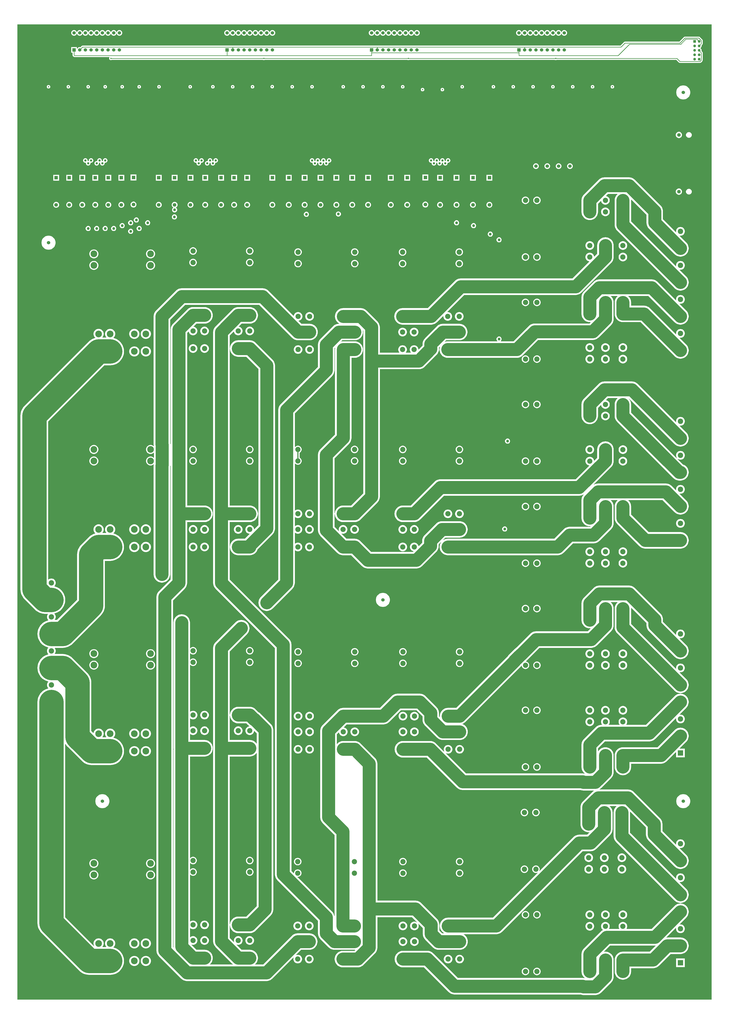
<source format=gbl>
G04*
G04 #@! TF.GenerationSoftware,Altium Limited,Altium Designer,22.7.1 (60)*
G04*
G04 Layer_Physical_Order=4*
G04 Layer_Color=16711680*
%FSLAX44Y44*%
%MOMM*%
G71*
G04*
G04 #@! TF.SameCoordinates,CA18EF67-D3C3-4F87-89B0-68471F1DA954*
G04*
G04*
G04 #@! TF.FilePolarity,Positive*
G04*
G01*
G75*
%ADD13C,0.2540*%
%ADD36C,1.6256*%
%ADD37R,1.6256X1.6256*%
%ADD38R,1.4986X1.4986*%
%ADD39C,1.4986*%
%ADD45C,5.8420*%
%ADD46C,10.9220*%
%ADD48C,0.5080*%
%ADD50C,1.5240*%
%ADD51C,2.3368*%
%ADD52C,1.2390*%
%ADD53R,1.2390X1.2390*%
%ADD54C,3.0090*%
%ADD55C,2.4000*%
%ADD56R,2.4000X2.4000*%
%ADD57C,1.6000*%
%ADD58C,1.2700*%
%ADD59C,1.0160*%
%ADD60C,0.5588*%
G36*
X3124200Y12700D02*
X12700D01*
Y4381500D01*
X3124200D01*
Y12700D01*
D02*
G37*
%LPC*%
G36*
X2465455Y4355973D02*
X2462145D01*
X2458947Y4355116D01*
X2456080Y4353461D01*
X2453739Y4351120D01*
X2452084Y4348253D01*
X2451757Y4347035D01*
X2450443D01*
X2450116Y4348253D01*
X2448461Y4351120D01*
X2446120Y4353461D01*
X2443253Y4355116D01*
X2440055Y4355973D01*
X2436745D01*
X2433547Y4355116D01*
X2430680Y4353461D01*
X2428339Y4351120D01*
X2426684Y4348253D01*
X2426357Y4347035D01*
X2425043D01*
X2424716Y4348253D01*
X2423061Y4351120D01*
X2420720Y4353461D01*
X2417853Y4355116D01*
X2414655Y4355973D01*
X2411345D01*
X2408147Y4355116D01*
X2405280Y4353461D01*
X2402939Y4351120D01*
X2401284Y4348253D01*
X2400957Y4347035D01*
X2399643D01*
X2399316Y4348253D01*
X2397661Y4351120D01*
X2395320Y4353461D01*
X2392453Y4355116D01*
X2389255Y4355973D01*
X2385945D01*
X2382747Y4355116D01*
X2379880Y4353461D01*
X2377539Y4351120D01*
X2375884Y4348253D01*
X2375557Y4347035D01*
X2374243D01*
X2373916Y4348253D01*
X2372261Y4351120D01*
X2369920Y4353461D01*
X2367053Y4355116D01*
X2363855Y4355973D01*
X2360545D01*
X2357347Y4355116D01*
X2354480Y4353461D01*
X2352139Y4351120D01*
X2350484Y4348253D01*
X2350157Y4347035D01*
X2348843D01*
X2348516Y4348253D01*
X2346861Y4351120D01*
X2344520Y4353461D01*
X2341653Y4355116D01*
X2338455Y4355973D01*
X2335145D01*
X2331947Y4355116D01*
X2329080Y4353461D01*
X2326739Y4351120D01*
X2325084Y4348253D01*
X2324757Y4347035D01*
X2323443D01*
X2323116Y4348253D01*
X2321461Y4351120D01*
X2319120Y4353461D01*
X2316253Y4355116D01*
X2313055Y4355973D01*
X2309745D01*
X2306547Y4355116D01*
X2303680Y4353461D01*
X2301339Y4351120D01*
X2299684Y4348253D01*
X2299357Y4347035D01*
X2298043D01*
X2297716Y4348253D01*
X2296061Y4351120D01*
X2293720Y4353461D01*
X2290853Y4355116D01*
X2287655Y4355973D01*
X2284345D01*
X2281147Y4355116D01*
X2278280Y4353461D01*
X2275939Y4351120D01*
X2274284Y4348253D01*
X2273957Y4347035D01*
X2272643D01*
X2272316Y4348253D01*
X2270661Y4351120D01*
X2268320Y4353461D01*
X2265453Y4355116D01*
X2262255Y4355973D01*
X2258945D01*
X2255747Y4355116D01*
X2252880Y4353461D01*
X2250539Y4351120D01*
X2248884Y4348253D01*
X2248027Y4345055D01*
Y4341745D01*
X2248884Y4338547D01*
X2250539Y4335680D01*
X2252880Y4333339D01*
X2255747Y4331684D01*
X2258945Y4330827D01*
X2262255D01*
X2265453Y4331684D01*
X2268320Y4333339D01*
X2270661Y4335680D01*
X2272316Y4338547D01*
X2272643Y4339765D01*
X2273957D01*
X2274284Y4338547D01*
X2275939Y4335680D01*
X2278280Y4333339D01*
X2281147Y4331684D01*
X2284345Y4330827D01*
X2287655D01*
X2290853Y4331684D01*
X2293720Y4333339D01*
X2296061Y4335680D01*
X2297716Y4338547D01*
X2298043Y4339765D01*
X2299357D01*
X2299684Y4338547D01*
X2301339Y4335680D01*
X2303680Y4333339D01*
X2306547Y4331684D01*
X2309745Y4330827D01*
X2313055D01*
X2316253Y4331684D01*
X2319120Y4333339D01*
X2321461Y4335680D01*
X2323116Y4338547D01*
X2323443Y4339765D01*
X2324757D01*
X2325084Y4338547D01*
X2326739Y4335680D01*
X2329080Y4333339D01*
X2331947Y4331684D01*
X2335145Y4330827D01*
X2338455D01*
X2341653Y4331684D01*
X2344520Y4333339D01*
X2346861Y4335680D01*
X2348516Y4338547D01*
X2348843Y4339765D01*
X2350157D01*
X2350484Y4338547D01*
X2352139Y4335680D01*
X2354480Y4333339D01*
X2357347Y4331684D01*
X2360545Y4330827D01*
X2363855D01*
X2367053Y4331684D01*
X2369920Y4333339D01*
X2372261Y4335680D01*
X2373916Y4338547D01*
X2374243Y4339765D01*
X2375557D01*
X2375884Y4338547D01*
X2377539Y4335680D01*
X2379880Y4333339D01*
X2382747Y4331684D01*
X2385945Y4330827D01*
X2389255D01*
X2392453Y4331684D01*
X2395320Y4333339D01*
X2397661Y4335680D01*
X2399316Y4338547D01*
X2399643Y4339765D01*
X2400957D01*
X2401284Y4338547D01*
X2402939Y4335680D01*
X2405280Y4333339D01*
X2408147Y4331684D01*
X2411345Y4330827D01*
X2414655D01*
X2417853Y4331684D01*
X2420720Y4333339D01*
X2423061Y4335680D01*
X2424716Y4338547D01*
X2425043Y4339765D01*
X2426357D01*
X2426684Y4338547D01*
X2428339Y4335680D01*
X2430680Y4333339D01*
X2433547Y4331684D01*
X2436745Y4330827D01*
X2440055D01*
X2443253Y4331684D01*
X2446120Y4333339D01*
X2448461Y4335680D01*
X2450116Y4338547D01*
X2450443Y4339765D01*
X2451757D01*
X2452084Y4338547D01*
X2453739Y4335680D01*
X2456080Y4333339D01*
X2458947Y4331684D01*
X2462145Y4330827D01*
X2465455D01*
X2468653Y4331684D01*
X2471520Y4333339D01*
X2473861Y4335680D01*
X2475516Y4338547D01*
X2476373Y4341745D01*
Y4345055D01*
X2475516Y4348253D01*
X2473861Y4351120D01*
X2471520Y4353461D01*
X2468653Y4355116D01*
X2465455Y4355973D01*
D02*
G37*
G36*
X1805055D02*
X1801745D01*
X1798547Y4355116D01*
X1795680Y4353461D01*
X1793339Y4351120D01*
X1791684Y4348253D01*
X1791357Y4347035D01*
X1790043D01*
X1789716Y4348253D01*
X1788061Y4351120D01*
X1785720Y4353461D01*
X1782853Y4355116D01*
X1779655Y4355973D01*
X1776345D01*
X1773147Y4355116D01*
X1770280Y4353461D01*
X1767939Y4351120D01*
X1766284Y4348253D01*
X1765957Y4347035D01*
X1764643D01*
X1764316Y4348253D01*
X1762661Y4351120D01*
X1760320Y4353461D01*
X1757453Y4355116D01*
X1754255Y4355973D01*
X1750945D01*
X1747747Y4355116D01*
X1744880Y4353461D01*
X1742539Y4351120D01*
X1740884Y4348253D01*
X1740557Y4347035D01*
X1739243D01*
X1738916Y4348253D01*
X1737261Y4351120D01*
X1734920Y4353461D01*
X1732053Y4355116D01*
X1728855Y4355973D01*
X1725545D01*
X1722347Y4355116D01*
X1719480Y4353461D01*
X1717139Y4351120D01*
X1715484Y4348253D01*
X1715157Y4347035D01*
X1713843D01*
X1713516Y4348253D01*
X1711861Y4351120D01*
X1709520Y4353461D01*
X1706653Y4355116D01*
X1703455Y4355973D01*
X1700145D01*
X1696947Y4355116D01*
X1694080Y4353461D01*
X1691739Y4351120D01*
X1690084Y4348253D01*
X1689757Y4347035D01*
X1688443D01*
X1688116Y4348253D01*
X1686461Y4351120D01*
X1684120Y4353461D01*
X1681253Y4355116D01*
X1678055Y4355973D01*
X1674745D01*
X1671547Y4355116D01*
X1668680Y4353461D01*
X1666339Y4351120D01*
X1664684Y4348253D01*
X1664357Y4347035D01*
X1663043D01*
X1662716Y4348253D01*
X1661061Y4351120D01*
X1658720Y4353461D01*
X1655853Y4355116D01*
X1652655Y4355973D01*
X1649345D01*
X1646147Y4355116D01*
X1643280Y4353461D01*
X1640939Y4351120D01*
X1639284Y4348253D01*
X1638957Y4347035D01*
X1637643D01*
X1637316Y4348253D01*
X1635661Y4351120D01*
X1633320Y4353461D01*
X1630453Y4355116D01*
X1627255Y4355973D01*
X1623945D01*
X1620747Y4355116D01*
X1617880Y4353461D01*
X1615539Y4351120D01*
X1613884Y4348253D01*
X1613557Y4347035D01*
X1612243D01*
X1611916Y4348253D01*
X1610261Y4351120D01*
X1607920Y4353461D01*
X1605053Y4355116D01*
X1601855Y4355973D01*
X1598545D01*
X1595347Y4355116D01*
X1592480Y4353461D01*
X1590139Y4351120D01*
X1588484Y4348253D01*
X1587627Y4345055D01*
Y4341745D01*
X1588484Y4338547D01*
X1590139Y4335680D01*
X1592480Y4333339D01*
X1595347Y4331684D01*
X1598545Y4330827D01*
X1601855D01*
X1605053Y4331684D01*
X1607920Y4333339D01*
X1610261Y4335680D01*
X1611916Y4338547D01*
X1612243Y4339765D01*
X1613557D01*
X1613884Y4338547D01*
X1615539Y4335680D01*
X1617880Y4333339D01*
X1620747Y4331684D01*
X1623945Y4330827D01*
X1627255D01*
X1630453Y4331684D01*
X1633320Y4333339D01*
X1635661Y4335680D01*
X1637316Y4338547D01*
X1637643Y4339765D01*
X1638957D01*
X1639284Y4338547D01*
X1640939Y4335680D01*
X1643280Y4333339D01*
X1646147Y4331684D01*
X1649345Y4330827D01*
X1652655D01*
X1655853Y4331684D01*
X1658720Y4333339D01*
X1661061Y4335680D01*
X1662716Y4338547D01*
X1663043Y4339765D01*
X1664357D01*
X1664684Y4338547D01*
X1666339Y4335680D01*
X1668680Y4333339D01*
X1671547Y4331684D01*
X1674745Y4330827D01*
X1678055D01*
X1681253Y4331684D01*
X1684120Y4333339D01*
X1686461Y4335680D01*
X1688116Y4338547D01*
X1688443Y4339765D01*
X1689757D01*
X1690084Y4338547D01*
X1691739Y4335680D01*
X1694080Y4333339D01*
X1696947Y4331684D01*
X1700145Y4330827D01*
X1703455D01*
X1706653Y4331684D01*
X1709520Y4333339D01*
X1711861Y4335680D01*
X1713516Y4338547D01*
X1713843Y4339765D01*
X1715157D01*
X1715484Y4338547D01*
X1717139Y4335680D01*
X1719480Y4333339D01*
X1722347Y4331684D01*
X1725545Y4330827D01*
X1728855D01*
X1732053Y4331684D01*
X1734920Y4333339D01*
X1737261Y4335680D01*
X1738916Y4338547D01*
X1739243Y4339765D01*
X1740557D01*
X1740884Y4338547D01*
X1742539Y4335680D01*
X1744880Y4333339D01*
X1747747Y4331684D01*
X1750945Y4330827D01*
X1754255D01*
X1757453Y4331684D01*
X1760320Y4333339D01*
X1762661Y4335680D01*
X1764316Y4338547D01*
X1764643Y4339765D01*
X1765957D01*
X1766284Y4338547D01*
X1767939Y4335680D01*
X1770280Y4333339D01*
X1773147Y4331684D01*
X1776345Y4330827D01*
X1779655D01*
X1782853Y4331684D01*
X1785720Y4333339D01*
X1788061Y4335680D01*
X1789716Y4338547D01*
X1790043Y4339765D01*
X1791357D01*
X1791684Y4338547D01*
X1793339Y4335680D01*
X1795680Y4333339D01*
X1798547Y4331684D01*
X1801745Y4330827D01*
X1805055D01*
X1808253Y4331684D01*
X1811120Y4333339D01*
X1813461Y4335680D01*
X1815116Y4338547D01*
X1815973Y4341745D01*
Y4345055D01*
X1815116Y4348253D01*
X1813461Y4351120D01*
X1811120Y4353461D01*
X1808253Y4355116D01*
X1805055Y4355973D01*
D02*
G37*
G36*
X1157355D02*
X1154045D01*
X1150847Y4355116D01*
X1147980Y4353461D01*
X1145639Y4351120D01*
X1143984Y4348253D01*
X1143657Y4347035D01*
X1142343D01*
X1142016Y4348253D01*
X1140361Y4351120D01*
X1138020Y4353461D01*
X1135153Y4355116D01*
X1131955Y4355973D01*
X1128645D01*
X1125447Y4355116D01*
X1122580Y4353461D01*
X1120239Y4351120D01*
X1118584Y4348253D01*
X1118257Y4347035D01*
X1116943D01*
X1116616Y4348253D01*
X1114961Y4351120D01*
X1112620Y4353461D01*
X1109753Y4355116D01*
X1106555Y4355973D01*
X1103245D01*
X1100047Y4355116D01*
X1097180Y4353461D01*
X1094839Y4351120D01*
X1093184Y4348253D01*
X1092857Y4347035D01*
X1091543D01*
X1091216Y4348253D01*
X1089561Y4351120D01*
X1087220Y4353461D01*
X1084353Y4355116D01*
X1081155Y4355973D01*
X1077845D01*
X1074647Y4355116D01*
X1071780Y4353461D01*
X1069439Y4351120D01*
X1067784Y4348253D01*
X1067457Y4347035D01*
X1066143D01*
X1065816Y4348253D01*
X1064161Y4351120D01*
X1061820Y4353461D01*
X1058953Y4355116D01*
X1055755Y4355973D01*
X1052445D01*
X1049247Y4355116D01*
X1046380Y4353461D01*
X1044039Y4351120D01*
X1042384Y4348253D01*
X1042057Y4347035D01*
X1040743D01*
X1040416Y4348253D01*
X1038761Y4351120D01*
X1036420Y4353461D01*
X1033553Y4355116D01*
X1030355Y4355973D01*
X1027045D01*
X1023847Y4355116D01*
X1020980Y4353461D01*
X1018639Y4351120D01*
X1016984Y4348253D01*
X1016657Y4347035D01*
X1015343D01*
X1015016Y4348253D01*
X1013361Y4351120D01*
X1011020Y4353461D01*
X1008153Y4355116D01*
X1004955Y4355973D01*
X1001645D01*
X998447Y4355116D01*
X995580Y4353461D01*
X993239Y4351120D01*
X991584Y4348253D01*
X991257Y4347035D01*
X989943D01*
X989616Y4348253D01*
X987961Y4351120D01*
X985620Y4353461D01*
X982753Y4355116D01*
X979555Y4355973D01*
X976245D01*
X973047Y4355116D01*
X970180Y4353461D01*
X967839Y4351120D01*
X966184Y4348253D01*
X965857Y4347035D01*
X964543D01*
X964216Y4348253D01*
X962561Y4351120D01*
X960220Y4353461D01*
X957353Y4355116D01*
X954155Y4355973D01*
X950845D01*
X947647Y4355116D01*
X944780Y4353461D01*
X942439Y4351120D01*
X940784Y4348253D01*
X939927Y4345055D01*
Y4341745D01*
X940784Y4338547D01*
X942439Y4335680D01*
X944780Y4333339D01*
X947647Y4331684D01*
X950845Y4330827D01*
X954155D01*
X957353Y4331684D01*
X960220Y4333339D01*
X962561Y4335680D01*
X964216Y4338547D01*
X964543Y4339765D01*
X965857D01*
X966184Y4338547D01*
X967839Y4335680D01*
X970180Y4333339D01*
X973047Y4331684D01*
X976245Y4330827D01*
X979555D01*
X982753Y4331684D01*
X985620Y4333339D01*
X987961Y4335680D01*
X989616Y4338547D01*
X989943Y4339765D01*
X991257D01*
X991584Y4338547D01*
X993239Y4335680D01*
X995580Y4333339D01*
X998447Y4331684D01*
X1001645Y4330827D01*
X1004955D01*
X1008153Y4331684D01*
X1011020Y4333339D01*
X1013361Y4335680D01*
X1015016Y4338547D01*
X1015343Y4339765D01*
X1016657D01*
X1016984Y4338547D01*
X1018639Y4335680D01*
X1020980Y4333339D01*
X1023847Y4331684D01*
X1027045Y4330827D01*
X1030355D01*
X1033553Y4331684D01*
X1036420Y4333339D01*
X1038761Y4335680D01*
X1040416Y4338547D01*
X1040743Y4339765D01*
X1042057D01*
X1042384Y4338547D01*
X1044039Y4335680D01*
X1046380Y4333339D01*
X1049247Y4331684D01*
X1052445Y4330827D01*
X1055755D01*
X1058953Y4331684D01*
X1061820Y4333339D01*
X1064161Y4335680D01*
X1065816Y4338547D01*
X1066143Y4339765D01*
X1067457D01*
X1067784Y4338547D01*
X1069439Y4335680D01*
X1071780Y4333339D01*
X1074647Y4331684D01*
X1077845Y4330827D01*
X1081155D01*
X1084353Y4331684D01*
X1087220Y4333339D01*
X1089561Y4335680D01*
X1091216Y4338547D01*
X1091543Y4339765D01*
X1092857D01*
X1093184Y4338547D01*
X1094839Y4335680D01*
X1097180Y4333339D01*
X1100047Y4331684D01*
X1103245Y4330827D01*
X1106555D01*
X1109753Y4331684D01*
X1112620Y4333339D01*
X1114961Y4335680D01*
X1116616Y4338547D01*
X1116943Y4339765D01*
X1118257D01*
X1118584Y4338547D01*
X1120239Y4335680D01*
X1122580Y4333339D01*
X1125447Y4331684D01*
X1128645Y4330827D01*
X1131955D01*
X1135153Y4331684D01*
X1138020Y4333339D01*
X1140361Y4335680D01*
X1142016Y4338547D01*
X1142343Y4339765D01*
X1143657D01*
X1143984Y4338547D01*
X1145639Y4335680D01*
X1147980Y4333339D01*
X1150847Y4331684D01*
X1154045Y4330827D01*
X1157355D01*
X1160553Y4331684D01*
X1163420Y4333339D01*
X1165761Y4335680D01*
X1167416Y4338547D01*
X1168273Y4341745D01*
Y4345055D01*
X1167416Y4348253D01*
X1165761Y4351120D01*
X1163420Y4353461D01*
X1160553Y4355116D01*
X1157355Y4355973D01*
D02*
G37*
G36*
X471555D02*
X468245D01*
X465047Y4355116D01*
X462180Y4353461D01*
X459839Y4351120D01*
X458184Y4348253D01*
X457857Y4347035D01*
X456543D01*
X456216Y4348253D01*
X454561Y4351120D01*
X452220Y4353461D01*
X449353Y4355116D01*
X446155Y4355973D01*
X442845D01*
X439647Y4355116D01*
X436780Y4353461D01*
X434439Y4351120D01*
X432784Y4348253D01*
X432457Y4347035D01*
X431143D01*
X430816Y4348253D01*
X429161Y4351120D01*
X426820Y4353461D01*
X423953Y4355116D01*
X420755Y4355973D01*
X417445D01*
X414247Y4355116D01*
X411380Y4353461D01*
X409039Y4351120D01*
X407384Y4348253D01*
X407057Y4347035D01*
X405743D01*
X405416Y4348253D01*
X403761Y4351120D01*
X401420Y4353461D01*
X398553Y4355116D01*
X395355Y4355973D01*
X392045D01*
X388847Y4355116D01*
X385980Y4353461D01*
X383639Y4351120D01*
X381984Y4348253D01*
X381657Y4347035D01*
X380343D01*
X380016Y4348253D01*
X378361Y4351120D01*
X376020Y4353461D01*
X373153Y4355116D01*
X369955Y4355973D01*
X366645D01*
X363447Y4355116D01*
X360580Y4353461D01*
X358239Y4351120D01*
X356584Y4348253D01*
X356257Y4347035D01*
X354943D01*
X354616Y4348253D01*
X352961Y4351120D01*
X350620Y4353461D01*
X347753Y4355116D01*
X344555Y4355973D01*
X341245D01*
X338047Y4355116D01*
X335180Y4353461D01*
X332839Y4351120D01*
X331184Y4348253D01*
X330857Y4347035D01*
X329543D01*
X329216Y4348253D01*
X327561Y4351120D01*
X325220Y4353461D01*
X322353Y4355116D01*
X319155Y4355973D01*
X315845D01*
X312647Y4355116D01*
X309780Y4353461D01*
X307439Y4351120D01*
X305784Y4348253D01*
X305457Y4347035D01*
X304143D01*
X303816Y4348253D01*
X302161Y4351120D01*
X299820Y4353461D01*
X296953Y4355116D01*
X293755Y4355973D01*
X290445D01*
X287247Y4355116D01*
X284380Y4353461D01*
X282039Y4351120D01*
X280384Y4348253D01*
X280057Y4347035D01*
X278743D01*
X278416Y4348253D01*
X276761Y4351120D01*
X274420Y4353461D01*
X271553Y4355116D01*
X268355Y4355973D01*
X265045D01*
X261847Y4355116D01*
X258980Y4353461D01*
X256639Y4351120D01*
X254984Y4348253D01*
X254127Y4345055D01*
Y4341745D01*
X254984Y4338547D01*
X256639Y4335680D01*
X258980Y4333339D01*
X261847Y4331684D01*
X265045Y4330827D01*
X268355D01*
X271553Y4331684D01*
X274420Y4333339D01*
X276761Y4335680D01*
X278416Y4338547D01*
X278743Y4339765D01*
X280057D01*
X280384Y4338547D01*
X282039Y4335680D01*
X284380Y4333339D01*
X287247Y4331684D01*
X290445Y4330827D01*
X293755D01*
X296953Y4331684D01*
X299820Y4333339D01*
X302161Y4335680D01*
X303816Y4338547D01*
X304143Y4339765D01*
X305457D01*
X305784Y4338547D01*
X307439Y4335680D01*
X309780Y4333339D01*
X312647Y4331684D01*
X315845Y4330827D01*
X319155D01*
X322353Y4331684D01*
X325220Y4333339D01*
X327561Y4335680D01*
X329216Y4338547D01*
X329543Y4339765D01*
X330857D01*
X331184Y4338547D01*
X332839Y4335680D01*
X335180Y4333339D01*
X338047Y4331684D01*
X341245Y4330827D01*
X344555D01*
X347753Y4331684D01*
X350620Y4333339D01*
X352961Y4335680D01*
X354616Y4338547D01*
X354943Y4339765D01*
X356257D01*
X356584Y4338547D01*
X358239Y4335680D01*
X360580Y4333339D01*
X363447Y4331684D01*
X366645Y4330827D01*
X369955D01*
X373153Y4331684D01*
X376020Y4333339D01*
X378361Y4335680D01*
X380016Y4338547D01*
X380343Y4339765D01*
X381657D01*
X381984Y4338547D01*
X383639Y4335680D01*
X385980Y4333339D01*
X388847Y4331684D01*
X392045Y4330827D01*
X395355D01*
X398553Y4331684D01*
X401420Y4333339D01*
X403761Y4335680D01*
X405416Y4338547D01*
X405743Y4339765D01*
X407057D01*
X407384Y4338547D01*
X409039Y4335680D01*
X411380Y4333339D01*
X414247Y4331684D01*
X417445Y4330827D01*
X420755D01*
X423953Y4331684D01*
X426820Y4333339D01*
X429161Y4335680D01*
X430816Y4338547D01*
X431143Y4339765D01*
X432457D01*
X432784Y4338547D01*
X434439Y4335680D01*
X436780Y4333339D01*
X439647Y4331684D01*
X442845Y4330827D01*
X446155D01*
X449353Y4331684D01*
X452220Y4333339D01*
X454561Y4335680D01*
X456216Y4338547D01*
X456543Y4339765D01*
X457857D01*
X458184Y4338547D01*
X459839Y4335680D01*
X462180Y4333339D01*
X465047Y4331684D01*
X468245Y4330827D01*
X471555D01*
X474753Y4331684D01*
X477620Y4333339D01*
X479961Y4335680D01*
X481616Y4338547D01*
X482473Y4341745D01*
Y4345055D01*
X481616Y4348253D01*
X479961Y4351120D01*
X477620Y4353461D01*
X474753Y4355116D01*
X471555Y4355973D01*
D02*
G37*
G36*
X3067064Y4326859D02*
X3005101D01*
X3002623Y4326367D01*
X3000522Y4324963D01*
X2979714Y4304154D01*
X2735580D01*
X2733102Y4303661D01*
X2731002Y4302258D01*
X2715118Y4286375D01*
X304800D01*
X302322Y4285882D01*
X300222Y4284478D01*
X295145Y4279401D01*
X293755Y4279773D01*
X290445D01*
X287247Y4278916D01*
X284380Y4277261D01*
X282039Y4274920D01*
X280543Y4272329D01*
X279273Y4272604D01*
Y4279773D01*
X254127D01*
Y4254627D01*
X260226D01*
Y4243288D01*
X260718Y4240810D01*
X262122Y4238710D01*
X263610Y4237222D01*
X265710Y4235818D01*
X268188Y4235326D01*
X425231D01*
X425717Y4234152D01*
X425499Y4233935D01*
X424463Y4232139D01*
X423926Y4230137D01*
Y4228063D01*
X424463Y4226061D01*
X425499Y4224265D01*
X426965Y4222799D01*
X428761Y4221763D01*
X430763Y4221226D01*
X432837D01*
X434839Y4221763D01*
X436334Y4222626D01*
X1113066D01*
X1114561Y4221763D01*
X1116563Y4221226D01*
X1118637D01*
X1120639Y4221763D01*
X1122134Y4222626D01*
X1760766D01*
X1762261Y4221763D01*
X1764263Y4221226D01*
X1766337D01*
X1768339Y4221763D01*
X1769834Y4222626D01*
X2421166D01*
X2422661Y4221763D01*
X2424663Y4221226D01*
X2426737D01*
X2428739Y4221763D01*
X2430234Y4222626D01*
X2965654D01*
X2977562Y4210717D01*
X2979663Y4209313D01*
X2982141Y4208820D01*
X3072144D01*
X3074622Y4209313D01*
X3076722Y4210717D01*
X3082583Y4216578D01*
X3083987Y4218678D01*
X3084479Y4221156D01*
Y4254282D01*
X3083987Y4256760D01*
X3082583Y4258860D01*
X3078927Y4262516D01*
X3079275Y4263816D01*
Y4266784D01*
X3078506Y4269652D01*
X3077022Y4272223D01*
X3074923Y4274322D01*
X3074329Y4274665D01*
Y4275935D01*
X3074923Y4276278D01*
X3077022Y4278377D01*
X3078506Y4280948D01*
X3079275Y4283816D01*
Y4286784D01*
X3079141Y4287285D01*
X3082583Y4290727D01*
X3083987Y4292827D01*
X3084479Y4295305D01*
Y4309444D01*
X3083987Y4311922D01*
X3082583Y4314022D01*
X3071642Y4324963D01*
X3069542Y4326367D01*
X3067064Y4326859D01*
D02*
G37*
G36*
X1156093Y4110534D02*
X1154020D01*
X1152017Y4109997D01*
X1150221Y4108961D01*
X1148755Y4107495D01*
X1147719Y4105699D01*
X1147182Y4103697D01*
Y4101624D01*
X1147719Y4099621D01*
X1148755Y4097825D01*
X1150221Y4096359D01*
X1152017Y4095323D01*
X1154020Y4094786D01*
X1156093D01*
X1158095Y4095323D01*
X1159891Y4096359D01*
X1161357Y4097825D01*
X1162394Y4099621D01*
X1162930Y4101624D01*
Y4103697D01*
X1162394Y4105699D01*
X1161357Y4107495D01*
X1159891Y4108961D01*
X1158095Y4109997D01*
X1156093Y4110534D01*
D02*
G37*
G36*
X2680737Y4109974D02*
X2678663D01*
X2676661Y4109437D01*
X2674865Y4108401D01*
X2673399Y4106935D01*
X2672363Y4105139D01*
X2671826Y4103137D01*
Y4101064D01*
X2672363Y4099061D01*
X2673399Y4097265D01*
X2674865Y4095799D01*
X2676661Y4094763D01*
X2678663Y4094226D01*
X2680737D01*
X2682739Y4094763D01*
X2684535Y4095799D01*
X2686001Y4097265D01*
X2687037Y4099061D01*
X2687574Y4101064D01*
Y4103137D01*
X2687037Y4105139D01*
X2686001Y4106935D01*
X2684535Y4108401D01*
X2682739Y4109437D01*
X2680737Y4109974D01*
D02*
G37*
G36*
X2591837D02*
X2589763D01*
X2587761Y4109437D01*
X2585965Y4108401D01*
X2584499Y4106935D01*
X2583463Y4105139D01*
X2582926Y4103137D01*
Y4101064D01*
X2583463Y4099061D01*
X2584499Y4097265D01*
X2585965Y4095799D01*
X2587761Y4094763D01*
X2589763Y4094226D01*
X2591837D01*
X2593839Y4094763D01*
X2595635Y4095799D01*
X2597101Y4097265D01*
X2598138Y4099061D01*
X2598674Y4101064D01*
Y4103137D01*
X2598138Y4105139D01*
X2597101Y4106935D01*
X2595635Y4108401D01*
X2593839Y4109437D01*
X2591837Y4109974D01*
D02*
G37*
G36*
X2502937D02*
X2500863D01*
X2498861Y4109437D01*
X2497065Y4108401D01*
X2495599Y4106935D01*
X2494563Y4105139D01*
X2494026Y4103137D01*
Y4101064D01*
X2494563Y4099061D01*
X2495599Y4097265D01*
X2497065Y4095799D01*
X2498861Y4094763D01*
X2500863Y4094226D01*
X2502937D01*
X2504939Y4094763D01*
X2506735Y4095799D01*
X2508201Y4097265D01*
X2509237Y4099061D01*
X2509774Y4101064D01*
Y4103137D01*
X2509237Y4105139D01*
X2508201Y4106935D01*
X2506735Y4108401D01*
X2504939Y4109437D01*
X2502937Y4109974D01*
D02*
G37*
G36*
X2414037D02*
X2411963D01*
X2409961Y4109437D01*
X2408165Y4108401D01*
X2406699Y4106935D01*
X2405663Y4105139D01*
X2405126Y4103137D01*
Y4101064D01*
X2405663Y4099061D01*
X2406699Y4097265D01*
X2408165Y4095799D01*
X2409961Y4094763D01*
X2411963Y4094226D01*
X2414037D01*
X2416039Y4094763D01*
X2417835Y4095799D01*
X2419301Y4097265D01*
X2420337Y4099061D01*
X2420874Y4101064D01*
Y4103137D01*
X2420337Y4105139D01*
X2419301Y4106935D01*
X2417835Y4108401D01*
X2416039Y4109437D01*
X2414037Y4109974D01*
D02*
G37*
G36*
X2325137D02*
X2323063D01*
X2321061Y4109437D01*
X2319265Y4108401D01*
X2317799Y4106935D01*
X2316763Y4105139D01*
X2316226Y4103137D01*
Y4101064D01*
X2316763Y4099061D01*
X2317799Y4097265D01*
X2319265Y4095799D01*
X2321061Y4094763D01*
X2323063Y4094226D01*
X2325137D01*
X2327139Y4094763D01*
X2328935Y4095799D01*
X2330401Y4097265D01*
X2331437Y4099061D01*
X2331974Y4101064D01*
Y4103137D01*
X2331437Y4105139D01*
X2330401Y4106935D01*
X2328935Y4108401D01*
X2327139Y4109437D01*
X2325137Y4109974D01*
D02*
G37*
G36*
X2236237D02*
X2234163D01*
X2232161Y4109437D01*
X2230365Y4108401D01*
X2228899Y4106935D01*
X2227863Y4105139D01*
X2227326Y4103137D01*
Y4101064D01*
X2227863Y4099061D01*
X2228899Y4097265D01*
X2230365Y4095799D01*
X2232161Y4094763D01*
X2234163Y4094226D01*
X2236237D01*
X2238239Y4094763D01*
X2240035Y4095799D01*
X2241501Y4097265D01*
X2242537Y4099061D01*
X2243074Y4101064D01*
Y4103137D01*
X2242537Y4105139D01*
X2241501Y4106935D01*
X2240035Y4108401D01*
X2238239Y4109437D01*
X2236237Y4109974D01*
D02*
G37*
G36*
X2147337D02*
X2145263D01*
X2143261Y4109437D01*
X2141465Y4108401D01*
X2139999Y4106935D01*
X2138963Y4105139D01*
X2138426Y4103137D01*
Y4101064D01*
X2138963Y4099061D01*
X2139999Y4097265D01*
X2141465Y4095799D01*
X2143261Y4094763D01*
X2145263Y4094226D01*
X2147337D01*
X2149339Y4094763D01*
X2151135Y4095799D01*
X2152601Y4097265D01*
X2153637Y4099061D01*
X2154174Y4101064D01*
Y4103137D01*
X2153637Y4105139D01*
X2152601Y4106935D01*
X2151135Y4108401D01*
X2149339Y4109437D01*
X2147337Y4109974D01*
D02*
G37*
G36*
X2007637D02*
X2005563D01*
X2003561Y4109437D01*
X2001765Y4108401D01*
X2000299Y4106935D01*
X1999263Y4105139D01*
X1998726Y4103137D01*
Y4101064D01*
X1999263Y4099061D01*
X2000299Y4097265D01*
X2001765Y4095799D01*
X2003561Y4094763D01*
X2005563Y4094226D01*
X2007637D01*
X2009639Y4094763D01*
X2011435Y4095799D01*
X2012901Y4097265D01*
X2013937Y4099061D01*
X2014474Y4101064D01*
Y4103137D01*
X2013937Y4105139D01*
X2012901Y4106935D01*
X2011435Y4108401D01*
X2009639Y4109437D01*
X2007637Y4109974D01*
D02*
G37*
G36*
X1740937D02*
X1738863D01*
X1736861Y4109437D01*
X1735065Y4108401D01*
X1733599Y4106935D01*
X1732563Y4105139D01*
X1732026Y4103137D01*
Y4101064D01*
X1732563Y4099061D01*
X1733599Y4097265D01*
X1735065Y4095799D01*
X1736861Y4094763D01*
X1738863Y4094226D01*
X1740937D01*
X1742939Y4094763D01*
X1744735Y4095799D01*
X1746201Y4097265D01*
X1747237Y4099061D01*
X1747774Y4101064D01*
Y4103137D01*
X1747237Y4105139D01*
X1746201Y4106935D01*
X1744735Y4108401D01*
X1742939Y4109437D01*
X1740937Y4109974D01*
D02*
G37*
G36*
X1652037D02*
X1649963D01*
X1647961Y4109437D01*
X1646165Y4108401D01*
X1644699Y4106935D01*
X1643663Y4105139D01*
X1643126Y4103137D01*
Y4101064D01*
X1643663Y4099061D01*
X1644699Y4097265D01*
X1646165Y4095799D01*
X1647961Y4094763D01*
X1649963Y4094226D01*
X1652037D01*
X1654039Y4094763D01*
X1655835Y4095799D01*
X1657301Y4097265D01*
X1658337Y4099061D01*
X1658874Y4101064D01*
Y4103137D01*
X1658337Y4105139D01*
X1657301Y4106935D01*
X1655835Y4108401D01*
X1654039Y4109437D01*
X1652037Y4109974D01*
D02*
G37*
G36*
X1563137D02*
X1561063D01*
X1559061Y4109437D01*
X1557265Y4108401D01*
X1555799Y4106935D01*
X1554763Y4105139D01*
X1554226Y4103137D01*
Y4101064D01*
X1554763Y4099061D01*
X1555799Y4097265D01*
X1557265Y4095799D01*
X1559061Y4094763D01*
X1561063Y4094226D01*
X1563137D01*
X1565139Y4094763D01*
X1566935Y4095799D01*
X1568401Y4097265D01*
X1569437Y4099061D01*
X1569974Y4101064D01*
Y4103137D01*
X1569437Y4105139D01*
X1568401Y4106935D01*
X1566935Y4108401D01*
X1565139Y4109437D01*
X1563137Y4109974D01*
D02*
G37*
G36*
X1474237D02*
X1472163D01*
X1470161Y4109437D01*
X1468365Y4108401D01*
X1466899Y4106935D01*
X1465863Y4105139D01*
X1465326Y4103137D01*
Y4101064D01*
X1465863Y4099061D01*
X1466899Y4097265D01*
X1468365Y4095799D01*
X1470161Y4094763D01*
X1472163Y4094226D01*
X1474237D01*
X1476239Y4094763D01*
X1478035Y4095799D01*
X1479501Y4097265D01*
X1480537Y4099061D01*
X1481074Y4101064D01*
Y4103137D01*
X1480537Y4105139D01*
X1479501Y4106935D01*
X1478035Y4108401D01*
X1476239Y4109437D01*
X1474237Y4109974D01*
D02*
G37*
G36*
X1334537D02*
X1332463D01*
X1330461Y4109437D01*
X1328665Y4108401D01*
X1327199Y4106935D01*
X1326163Y4105139D01*
X1325626Y4103137D01*
Y4101064D01*
X1326163Y4099061D01*
X1327199Y4097265D01*
X1328665Y4095799D01*
X1330461Y4094763D01*
X1332463Y4094226D01*
X1334537D01*
X1336539Y4094763D01*
X1338335Y4095799D01*
X1339801Y4097265D01*
X1340837Y4099061D01*
X1341374Y4101064D01*
Y4103137D01*
X1340837Y4105139D01*
X1339801Y4106935D01*
X1338335Y4108401D01*
X1336539Y4109437D01*
X1334537Y4109974D01*
D02*
G37*
G36*
X1245637D02*
X1243563D01*
X1241561Y4109437D01*
X1239765Y4108401D01*
X1238299Y4106935D01*
X1237263Y4105139D01*
X1236726Y4103137D01*
Y4101064D01*
X1237263Y4099061D01*
X1238299Y4097265D01*
X1239765Y4095799D01*
X1241561Y4094763D01*
X1243563Y4094226D01*
X1245637D01*
X1247639Y4094763D01*
X1249435Y4095799D01*
X1250901Y4097265D01*
X1251937Y4099061D01*
X1252474Y4101064D01*
Y4103137D01*
X1251937Y4105139D01*
X1250901Y4106935D01*
X1249435Y4108401D01*
X1247639Y4109437D01*
X1245637Y4109974D01*
D02*
G37*
G36*
X1067837D02*
X1065763D01*
X1063761Y4109437D01*
X1061965Y4108401D01*
X1060499Y4106935D01*
X1059463Y4105139D01*
X1058926Y4103137D01*
Y4101064D01*
X1059463Y4099061D01*
X1060499Y4097265D01*
X1061965Y4095799D01*
X1063761Y4094763D01*
X1065763Y4094226D01*
X1067837D01*
X1069839Y4094763D01*
X1071635Y4095799D01*
X1073101Y4097265D01*
X1074137Y4099061D01*
X1074674Y4101064D01*
Y4103137D01*
X1074137Y4105139D01*
X1073101Y4106935D01*
X1071635Y4108401D01*
X1069839Y4109437D01*
X1067837Y4109974D01*
D02*
G37*
G36*
X978937D02*
X976863D01*
X974861Y4109437D01*
X973065Y4108401D01*
X971599Y4106935D01*
X970563Y4105139D01*
X970026Y4103137D01*
Y4101064D01*
X970563Y4099061D01*
X971599Y4097265D01*
X973065Y4095799D01*
X974861Y4094763D01*
X976863Y4094226D01*
X978937D01*
X980939Y4094763D01*
X982735Y4095799D01*
X984201Y4097265D01*
X985237Y4099061D01*
X985774Y4101064D01*
Y4103137D01*
X985237Y4105139D01*
X984201Y4106935D01*
X982735Y4108401D01*
X980939Y4109437D01*
X978937Y4109974D01*
D02*
G37*
G36*
X890037D02*
X887963D01*
X885961Y4109437D01*
X884165Y4108401D01*
X882699Y4106935D01*
X881663Y4105139D01*
X881126Y4103137D01*
Y4101064D01*
X881663Y4099061D01*
X882699Y4097265D01*
X884165Y4095799D01*
X885961Y4094763D01*
X887963Y4094226D01*
X890037D01*
X892039Y4094763D01*
X893835Y4095799D01*
X895301Y4097265D01*
X896337Y4099061D01*
X896874Y4101064D01*
Y4103137D01*
X896337Y4105139D01*
X895301Y4106935D01*
X893835Y4108401D01*
X892039Y4109437D01*
X890037Y4109974D01*
D02*
G37*
G36*
X788437D02*
X786363D01*
X784361Y4109437D01*
X782565Y4108401D01*
X781099Y4106935D01*
X780063Y4105139D01*
X779526Y4103137D01*
Y4101064D01*
X780063Y4099061D01*
X781099Y4097265D01*
X782565Y4095799D01*
X784361Y4094763D01*
X786363Y4094226D01*
X788437D01*
X790439Y4094763D01*
X792235Y4095799D01*
X793701Y4097265D01*
X794737Y4099061D01*
X795274Y4101064D01*
Y4103137D01*
X794737Y4105139D01*
X793701Y4106935D01*
X792235Y4108401D01*
X790439Y4109437D01*
X788437Y4109974D01*
D02*
G37*
G36*
X648737D02*
X646663D01*
X644661Y4109437D01*
X642865Y4108401D01*
X641399Y4106935D01*
X640363Y4105139D01*
X639826Y4103137D01*
Y4101064D01*
X640363Y4099061D01*
X641399Y4097265D01*
X642865Y4095799D01*
X644661Y4094763D01*
X646663Y4094226D01*
X648737D01*
X650739Y4094763D01*
X652535Y4095799D01*
X654001Y4097265D01*
X655037Y4099061D01*
X655574Y4101064D01*
Y4103137D01*
X655037Y4105139D01*
X654001Y4106935D01*
X652535Y4108401D01*
X650739Y4109437D01*
X648737Y4109974D01*
D02*
G37*
G36*
X559837D02*
X557763D01*
X555761Y4109437D01*
X553965Y4108401D01*
X552499Y4106935D01*
X551463Y4105139D01*
X550926Y4103137D01*
Y4101064D01*
X551463Y4099061D01*
X552499Y4097265D01*
X553965Y4095799D01*
X555761Y4094763D01*
X557763Y4094226D01*
X559837D01*
X561839Y4094763D01*
X563635Y4095799D01*
X565101Y4097265D01*
X566137Y4099061D01*
X566674Y4101064D01*
Y4103137D01*
X566137Y4105139D01*
X565101Y4106935D01*
X563635Y4108401D01*
X561839Y4109437D01*
X559837Y4109974D01*
D02*
G37*
G36*
X483637D02*
X481563D01*
X479561Y4109437D01*
X477765Y4108401D01*
X476299Y4106935D01*
X475263Y4105139D01*
X474726Y4103137D01*
Y4101064D01*
X475263Y4099061D01*
X476299Y4097265D01*
X477765Y4095799D01*
X479561Y4094763D01*
X481563Y4094226D01*
X483637D01*
X485639Y4094763D01*
X487435Y4095799D01*
X488901Y4097265D01*
X489937Y4099061D01*
X490474Y4101064D01*
Y4103137D01*
X489937Y4105139D01*
X488901Y4106935D01*
X487435Y4108401D01*
X485639Y4109437D01*
X483637Y4109974D01*
D02*
G37*
G36*
X407437D02*
X405363D01*
X403361Y4109437D01*
X401565Y4108401D01*
X400099Y4106935D01*
X399063Y4105139D01*
X398526Y4103137D01*
Y4101064D01*
X399063Y4099061D01*
X400099Y4097265D01*
X401565Y4095799D01*
X403361Y4094763D01*
X405363Y4094226D01*
X407437D01*
X409439Y4094763D01*
X411235Y4095799D01*
X412701Y4097265D01*
X413737Y4099061D01*
X414274Y4101064D01*
Y4103137D01*
X413737Y4105139D01*
X412701Y4106935D01*
X411235Y4108401D01*
X409439Y4109437D01*
X407437Y4109974D01*
D02*
G37*
G36*
X331237D02*
X329163D01*
X327161Y4109437D01*
X325365Y4108401D01*
X323899Y4106935D01*
X322863Y4105139D01*
X322326Y4103137D01*
Y4101064D01*
X322863Y4099061D01*
X323899Y4097265D01*
X325365Y4095799D01*
X327161Y4094763D01*
X329163Y4094226D01*
X331237D01*
X333239Y4094763D01*
X335035Y4095799D01*
X336501Y4097265D01*
X337537Y4099061D01*
X338074Y4101064D01*
Y4103137D01*
X337537Y4105139D01*
X336501Y4106935D01*
X335035Y4108401D01*
X333239Y4109437D01*
X331237Y4109974D01*
D02*
G37*
G36*
X242337D02*
X240263D01*
X238261Y4109437D01*
X236465Y4108401D01*
X234999Y4106935D01*
X233963Y4105139D01*
X233426Y4103137D01*
Y4101064D01*
X233963Y4099061D01*
X234999Y4097265D01*
X236465Y4095799D01*
X238261Y4094763D01*
X240263Y4094226D01*
X242337D01*
X244339Y4094763D01*
X246135Y4095799D01*
X247601Y4097265D01*
X248637Y4099061D01*
X249174Y4101064D01*
Y4103137D01*
X248637Y4105139D01*
X247601Y4106935D01*
X246135Y4108401D01*
X244339Y4109437D01*
X242337Y4109974D01*
D02*
G37*
G36*
X153437D02*
X151363D01*
X149361Y4109437D01*
X147565Y4108401D01*
X146099Y4106935D01*
X145063Y4105139D01*
X144526Y4103137D01*
Y4101064D01*
X145063Y4099061D01*
X146099Y4097265D01*
X147565Y4095799D01*
X149361Y4094763D01*
X151363Y4094226D01*
X153437D01*
X155439Y4094763D01*
X157235Y4095799D01*
X158701Y4097265D01*
X159737Y4099061D01*
X160274Y4101064D01*
Y4103137D01*
X159737Y4105139D01*
X158701Y4106935D01*
X157235Y4108401D01*
X155439Y4109437D01*
X153437Y4109974D01*
D02*
G37*
G36*
X1918737Y4097274D02*
X1916663D01*
X1914661Y4096737D01*
X1912865Y4095701D01*
X1911399Y4094235D01*
X1910363Y4092439D01*
X1909826Y4090437D01*
Y4088363D01*
X1910363Y4086361D01*
X1911399Y4084565D01*
X1912865Y4083099D01*
X1914661Y4082063D01*
X1916663Y4081526D01*
X1918737D01*
X1920739Y4082063D01*
X1922535Y4083099D01*
X1924001Y4084565D01*
X1925037Y4086361D01*
X1925574Y4088363D01*
Y4090437D01*
X1925037Y4092439D01*
X1924001Y4094235D01*
X1922535Y4095701D01*
X1920739Y4096737D01*
X1918737Y4097274D01*
D02*
G37*
G36*
X1829837D02*
X1827763D01*
X1825761Y4096737D01*
X1823965Y4095701D01*
X1822499Y4094235D01*
X1821463Y4092439D01*
X1820926Y4090437D01*
Y4088363D01*
X1821463Y4086361D01*
X1822499Y4084565D01*
X1823965Y4083099D01*
X1825761Y4082063D01*
X1827763Y4081526D01*
X1829837D01*
X1831839Y4082063D01*
X1833635Y4083099D01*
X1835101Y4084565D01*
X1836137Y4086361D01*
X1836674Y4088363D01*
Y4090437D01*
X1836137Y4092439D01*
X1835101Y4094235D01*
X1833635Y4095701D01*
X1831839Y4096737D01*
X1829837Y4097274D01*
D02*
G37*
G36*
X2999685Y4108280D02*
X2994715D01*
X2989805Y4107502D01*
X2985078Y4105966D01*
X2980648Y4103710D01*
X2976627Y4100788D01*
X2973112Y4097273D01*
X2970190Y4093252D01*
X2967934Y4088823D01*
X2966398Y4084095D01*
X2965620Y4079185D01*
Y4074214D01*
X2966398Y4069305D01*
X2967934Y4064578D01*
X2970190Y4060149D01*
X2973112Y4056127D01*
X2976627Y4052612D01*
X2980648Y4049691D01*
X2985078Y4047434D01*
X2989805Y4045898D01*
X2994715Y4045120D01*
X2999685D01*
X3004595Y4045898D01*
X3009323Y4047434D01*
X3013752Y4049691D01*
X3017773Y4052612D01*
X3021288Y4056127D01*
X3024210Y4060149D01*
X3026466Y4064578D01*
X3028002Y4069305D01*
X3028780Y4074214D01*
Y4079185D01*
X3028002Y4084095D01*
X3026466Y4088823D01*
X3024210Y4093252D01*
X3021288Y4097273D01*
X3017773Y4100788D01*
X3013752Y4103710D01*
X3009323Y4105966D01*
X3004595Y4107502D01*
X2999685Y4108280D01*
D02*
G37*
G36*
X3024322Y3899280D02*
X3020878D01*
X3017551Y3898389D01*
X3014569Y3896667D01*
X3012133Y3894231D01*
X3010411Y3891249D01*
X3009520Y3887922D01*
Y3884478D01*
X3010411Y3881151D01*
X3012133Y3878169D01*
X3014569Y3875733D01*
X3017551Y3874012D01*
X3020878Y3873120D01*
X3024322D01*
X3027649Y3874012D01*
X3030631Y3875733D01*
X3033067Y3878169D01*
X3034789Y3881151D01*
X3035680Y3884478D01*
Y3887922D01*
X3034789Y3891249D01*
X3033067Y3894231D01*
X3030631Y3896667D01*
X3027649Y3898389D01*
X3024322Y3899280D01*
D02*
G37*
G36*
X2979454Y3900280D02*
X2975746D01*
X2972165Y3899320D01*
X2968955Y3897467D01*
X2966333Y3894845D01*
X2964479Y3891635D01*
X2963520Y3888054D01*
Y3884346D01*
X2964479Y3880765D01*
X2966333Y3877555D01*
X2968955Y3874933D01*
X2972165Y3873080D01*
X2975746Y3872120D01*
X2979454D01*
X2983035Y3873080D01*
X2986245Y3874933D01*
X2988867Y3877555D01*
X2990721Y3880765D01*
X2991680Y3884346D01*
Y3888054D01*
X2990721Y3891635D01*
X2988867Y3894845D01*
X2986245Y3897467D01*
X2983035Y3899320D01*
X2979454Y3900280D01*
D02*
G37*
G36*
X1944438Y3782060D02*
X1941762D01*
X1939178Y3781367D01*
X1936862Y3780030D01*
X1934970Y3778138D01*
X1933632Y3775822D01*
X1932940Y3773238D01*
Y3770562D01*
X1933051Y3770146D01*
X1932153Y3769249D01*
X1931738Y3769360D01*
X1929062D01*
X1928647Y3769249D01*
X1927749Y3770146D01*
X1927860Y3770562D01*
Y3773238D01*
X1927168Y3775822D01*
X1925830Y3778138D01*
X1923938Y3780030D01*
X1921622Y3781367D01*
X1919038Y3782060D01*
X1916362D01*
X1913778Y3781367D01*
X1911462Y3780030D01*
X1909570Y3778138D01*
X1908232Y3775822D01*
X1907540Y3773238D01*
Y3770562D01*
X1907651Y3770146D01*
X1906753Y3769249D01*
X1906338Y3769360D01*
X1903662D01*
X1903247Y3769249D01*
X1902349Y3770146D01*
X1902460Y3770562D01*
Y3773238D01*
X1901768Y3775822D01*
X1900430Y3778138D01*
X1898538Y3780030D01*
X1896222Y3781367D01*
X1893638Y3782060D01*
X1890962D01*
X1888378Y3781367D01*
X1886062Y3780030D01*
X1884170Y3778138D01*
X1882832Y3775822D01*
X1882140Y3773238D01*
Y3770562D01*
X1882251Y3770146D01*
X1881353Y3769249D01*
X1880938Y3769360D01*
X1878262D01*
X1877847Y3769249D01*
X1876949Y3770146D01*
X1877060Y3770562D01*
Y3773238D01*
X1876368Y3775822D01*
X1875030Y3778138D01*
X1873138Y3780030D01*
X1870822Y3781367D01*
X1868238Y3782060D01*
X1865562D01*
X1862978Y3781367D01*
X1860662Y3780030D01*
X1858770Y3778138D01*
X1857432Y3775822D01*
X1856740Y3773238D01*
Y3770562D01*
X1857432Y3767979D01*
X1858770Y3765662D01*
X1860662Y3763770D01*
X1862978Y3762432D01*
X1865562Y3761740D01*
X1868238D01*
X1868653Y3761852D01*
X1869551Y3760953D01*
X1869440Y3760538D01*
Y3757863D01*
X1870132Y3755278D01*
X1871470Y3752962D01*
X1873362Y3751070D01*
X1875678Y3749732D01*
X1878262Y3749040D01*
X1880938D01*
X1883522Y3749732D01*
X1885838Y3751070D01*
X1887730Y3752962D01*
X1889068Y3755278D01*
X1889760Y3757863D01*
Y3760538D01*
X1889649Y3760953D01*
X1890547Y3761852D01*
X1890962Y3761740D01*
X1893638D01*
X1894053Y3761852D01*
X1894951Y3760953D01*
X1894840Y3760538D01*
Y3757863D01*
X1895532Y3755278D01*
X1896870Y3752962D01*
X1898762Y3751070D01*
X1901078Y3749732D01*
X1903662Y3749040D01*
X1906338D01*
X1908922Y3749732D01*
X1911238Y3751070D01*
X1913130Y3752962D01*
X1914468Y3755278D01*
X1915160Y3757863D01*
Y3760538D01*
X1915049Y3760953D01*
X1915947Y3761852D01*
X1916362Y3761740D01*
X1919038D01*
X1919453Y3761852D01*
X1920351Y3760953D01*
X1920240Y3760538D01*
Y3757863D01*
X1920932Y3755278D01*
X1922270Y3752962D01*
X1924162Y3751070D01*
X1926478Y3749732D01*
X1929062Y3749040D01*
X1931738D01*
X1934322Y3749732D01*
X1936638Y3751070D01*
X1938530Y3752962D01*
X1939868Y3755278D01*
X1940560Y3757863D01*
Y3760538D01*
X1940449Y3760953D01*
X1941347Y3761852D01*
X1941762Y3761740D01*
X1944438D01*
X1947022Y3762432D01*
X1949338Y3763770D01*
X1951230Y3765662D01*
X1952568Y3767979D01*
X1953260Y3770562D01*
Y3773238D01*
X1952568Y3775822D01*
X1951230Y3778138D01*
X1949338Y3780030D01*
X1947022Y3781367D01*
X1944438Y3782060D01*
D02*
G37*
G36*
X1411038D02*
X1408362D01*
X1405778Y3781367D01*
X1403462Y3780030D01*
X1401570Y3778138D01*
X1400232Y3775822D01*
X1399540Y3773238D01*
Y3770562D01*
X1399651Y3770146D01*
X1398753Y3769249D01*
X1398338Y3769360D01*
X1395662D01*
X1395247Y3769249D01*
X1394349Y3770146D01*
X1394460Y3770562D01*
Y3773238D01*
X1393768Y3775822D01*
X1392430Y3778138D01*
X1390538Y3780030D01*
X1388222Y3781367D01*
X1385638Y3782060D01*
X1382962D01*
X1380378Y3781367D01*
X1378062Y3780030D01*
X1376170Y3778138D01*
X1374832Y3775822D01*
X1374140Y3773238D01*
Y3770562D01*
X1374251Y3770146D01*
X1373353Y3769249D01*
X1372938Y3769360D01*
X1370262D01*
X1369847Y3769249D01*
X1368949Y3770146D01*
X1369060Y3770562D01*
Y3773238D01*
X1368368Y3775822D01*
X1367030Y3778138D01*
X1365138Y3780030D01*
X1362822Y3781367D01*
X1360238Y3782060D01*
X1357562D01*
X1354978Y3781367D01*
X1352662Y3780030D01*
X1350770Y3778138D01*
X1349432Y3775822D01*
X1348740Y3773238D01*
Y3770562D01*
X1348851Y3770146D01*
X1347953Y3769249D01*
X1347538Y3769360D01*
X1344862D01*
X1344447Y3769249D01*
X1343549Y3770146D01*
X1343660Y3770562D01*
Y3773238D01*
X1342968Y3775822D01*
X1341630Y3778138D01*
X1339738Y3780030D01*
X1337422Y3781367D01*
X1334838Y3782060D01*
X1332162D01*
X1329578Y3781367D01*
X1327262Y3780030D01*
X1325370Y3778138D01*
X1324032Y3775822D01*
X1323340Y3773238D01*
Y3770562D01*
X1324032Y3767979D01*
X1325370Y3765662D01*
X1327262Y3763770D01*
X1329578Y3762432D01*
X1332162Y3761740D01*
X1334838D01*
X1335253Y3761852D01*
X1336151Y3760953D01*
X1336040Y3760538D01*
Y3757863D01*
X1336732Y3755278D01*
X1338070Y3752962D01*
X1339962Y3751070D01*
X1342278Y3749732D01*
X1344862Y3749040D01*
X1347538D01*
X1350122Y3749732D01*
X1352438Y3751070D01*
X1354330Y3752962D01*
X1355668Y3755278D01*
X1356360Y3757863D01*
Y3760538D01*
X1356249Y3760953D01*
X1357147Y3761852D01*
X1357562Y3761740D01*
X1360238D01*
X1360653Y3761852D01*
X1361551Y3760953D01*
X1361440Y3760538D01*
Y3757863D01*
X1362132Y3755278D01*
X1363470Y3752962D01*
X1365362Y3751070D01*
X1367678Y3749732D01*
X1370262Y3749040D01*
X1372938D01*
X1375522Y3749732D01*
X1377838Y3751070D01*
X1379730Y3752962D01*
X1381068Y3755278D01*
X1381760Y3757863D01*
Y3760538D01*
X1381649Y3760953D01*
X1382547Y3761852D01*
X1382962Y3761740D01*
X1385638D01*
X1386053Y3761852D01*
X1386951Y3760953D01*
X1386840Y3760538D01*
Y3757863D01*
X1387532Y3755278D01*
X1388870Y3752962D01*
X1390762Y3751070D01*
X1393078Y3749732D01*
X1395662Y3749040D01*
X1398338D01*
X1400922Y3749732D01*
X1403238Y3751070D01*
X1405130Y3752962D01*
X1406468Y3755278D01*
X1407160Y3757863D01*
Y3760538D01*
X1407049Y3760953D01*
X1407947Y3761852D01*
X1408362Y3761740D01*
X1411038D01*
X1413622Y3762432D01*
X1415938Y3763770D01*
X1417830Y3765662D01*
X1419168Y3767979D01*
X1419860Y3770562D01*
Y3773238D01*
X1419168Y3775822D01*
X1417830Y3778138D01*
X1415938Y3780030D01*
X1413622Y3781367D01*
X1411038Y3782060D01*
D02*
G37*
G36*
X903038D02*
X900362D01*
X897778Y3781367D01*
X895462Y3780030D01*
X893570Y3778138D01*
X892232Y3775822D01*
X891540Y3773238D01*
Y3770562D01*
X891651Y3770146D01*
X890753Y3769249D01*
X890338Y3769360D01*
X887662D01*
X887247Y3769249D01*
X886349Y3770146D01*
X886460Y3770562D01*
Y3773238D01*
X885768Y3775822D01*
X884430Y3778138D01*
X882538Y3780030D01*
X880222Y3781367D01*
X877638Y3782060D01*
X874962D01*
X872378Y3781367D01*
X870062Y3780030D01*
X868170Y3778138D01*
X866832Y3775822D01*
X866140Y3773238D01*
Y3770562D01*
X866251Y3770146D01*
X865353Y3769249D01*
X864938Y3769360D01*
X862262D01*
X859678Y3768668D01*
X857362Y3767330D01*
X855470Y3765439D01*
X854132Y3763122D01*
X853440Y3760538D01*
Y3757863D01*
X854132Y3755278D01*
X855470Y3752962D01*
X857362Y3751070D01*
X859678Y3749732D01*
X862262Y3749040D01*
X864938D01*
X867522Y3749732D01*
X869838Y3751070D01*
X871730Y3752962D01*
X873068Y3755278D01*
X873760Y3757863D01*
Y3760538D01*
X873649Y3760953D01*
X874547Y3761852D01*
X874962Y3761740D01*
X877638D01*
X878053Y3761852D01*
X878951Y3760953D01*
X878840Y3760538D01*
Y3757863D01*
X879532Y3755278D01*
X880870Y3752962D01*
X882762Y3751070D01*
X885078Y3749732D01*
X887662Y3749040D01*
X890338D01*
X892922Y3749732D01*
X895238Y3751070D01*
X897130Y3752962D01*
X898468Y3755278D01*
X899160Y3757863D01*
Y3760538D01*
X899049Y3760953D01*
X899947Y3761852D01*
X900362Y3761740D01*
X903038D01*
X905622Y3762432D01*
X907938Y3763770D01*
X909830Y3765662D01*
X911168Y3767979D01*
X911860Y3770562D01*
Y3773238D01*
X911168Y3775822D01*
X909830Y3778138D01*
X907938Y3780030D01*
X905622Y3781367D01*
X903038Y3782060D01*
D02*
G37*
G36*
X839538D02*
X836862D01*
X834278Y3781367D01*
X831962Y3780030D01*
X830070Y3778138D01*
X828732Y3775822D01*
X828040Y3773238D01*
Y3770562D01*
X828151Y3770146D01*
X827253Y3769249D01*
X826838Y3769360D01*
X824162D01*
X823747Y3769249D01*
X822849Y3770146D01*
X822960Y3770562D01*
Y3773238D01*
X822268Y3775822D01*
X820930Y3778138D01*
X819038Y3780030D01*
X816722Y3781367D01*
X814138Y3782060D01*
X811462D01*
X808878Y3781367D01*
X806562Y3780030D01*
X804670Y3778138D01*
X803332Y3775822D01*
X802640Y3773238D01*
Y3770562D01*
X803332Y3767979D01*
X804670Y3765662D01*
X806562Y3763770D01*
X808878Y3762432D01*
X811462Y3761740D01*
X814138D01*
X814553Y3761852D01*
X815451Y3760953D01*
X815340Y3760538D01*
Y3757863D01*
X816032Y3755278D01*
X817370Y3752962D01*
X819262Y3751070D01*
X821578Y3749732D01*
X824162Y3749040D01*
X826838D01*
X829422Y3749732D01*
X831738Y3751070D01*
X833630Y3752962D01*
X834968Y3755278D01*
X835660Y3757863D01*
Y3760538D01*
X835549Y3760953D01*
X836447Y3761852D01*
X836862Y3761740D01*
X839538D01*
X842122Y3762432D01*
X844438Y3763770D01*
X846330Y3765662D01*
X847668Y3767979D01*
X848360Y3770562D01*
Y3773238D01*
X847668Y3775822D01*
X846330Y3778138D01*
X844438Y3780030D01*
X842122Y3781367D01*
X839538Y3782060D01*
D02*
G37*
G36*
X407738D02*
X405062D01*
X402478Y3781367D01*
X400162Y3780030D01*
X398270Y3778138D01*
X396932Y3775822D01*
X396240Y3773238D01*
Y3770562D01*
X396351Y3770146D01*
X395453Y3769249D01*
X395038Y3769360D01*
X392362D01*
X391947Y3769249D01*
X391049Y3770146D01*
X391160Y3770562D01*
Y3773238D01*
X390468Y3775822D01*
X389130Y3778138D01*
X387238Y3780030D01*
X384922Y3781367D01*
X382338Y3782060D01*
X379662D01*
X377078Y3781367D01*
X374762Y3780030D01*
X372870Y3778138D01*
X371532Y3775822D01*
X370840Y3773238D01*
Y3770562D01*
X370951Y3770146D01*
X370053Y3769249D01*
X369638Y3769360D01*
X366962D01*
X364378Y3768668D01*
X362062Y3767330D01*
X360170Y3765439D01*
X358832Y3763122D01*
X358140Y3760538D01*
Y3757863D01*
X358832Y3755278D01*
X360170Y3752962D01*
X362062Y3751070D01*
X364378Y3749732D01*
X366962Y3749040D01*
X369638D01*
X372222Y3749732D01*
X374538Y3751070D01*
X376430Y3752962D01*
X377768Y3755278D01*
X378460Y3757863D01*
Y3760538D01*
X378349Y3760953D01*
X379247Y3761852D01*
X379662Y3761740D01*
X382338D01*
X382753Y3761852D01*
X383651Y3760953D01*
X383540Y3760538D01*
Y3757863D01*
X384232Y3755278D01*
X385570Y3752962D01*
X387462Y3751070D01*
X389778Y3749732D01*
X392362Y3749040D01*
X395038D01*
X397622Y3749732D01*
X399938Y3751070D01*
X401830Y3752962D01*
X403168Y3755278D01*
X403860Y3757863D01*
Y3760538D01*
X403749Y3760953D01*
X404647Y3761852D01*
X405062Y3761740D01*
X407738D01*
X410322Y3762432D01*
X412638Y3763770D01*
X414530Y3765662D01*
X415868Y3767979D01*
X416560Y3770562D01*
Y3773238D01*
X415868Y3775822D01*
X414530Y3778138D01*
X412638Y3780030D01*
X410322Y3781367D01*
X407738Y3782060D01*
D02*
G37*
G36*
X344238D02*
X341562D01*
X338978Y3781367D01*
X336662Y3780030D01*
X334770Y3778138D01*
X333432Y3775822D01*
X332740Y3773238D01*
Y3770562D01*
X332851Y3770146D01*
X331953Y3769249D01*
X331538Y3769360D01*
X328862D01*
X328447Y3769249D01*
X327549Y3770146D01*
X327660Y3770562D01*
Y3773238D01*
X326968Y3775822D01*
X325630Y3778138D01*
X323738Y3780030D01*
X321422Y3781367D01*
X318838Y3782060D01*
X316162D01*
X313578Y3781367D01*
X311262Y3780030D01*
X309370Y3778138D01*
X308032Y3775822D01*
X307340Y3773238D01*
Y3770562D01*
X308032Y3767979D01*
X309370Y3765662D01*
X311262Y3763770D01*
X313578Y3762432D01*
X316162Y3761740D01*
X318838D01*
X319253Y3761852D01*
X320151Y3760953D01*
X320040Y3760538D01*
Y3757863D01*
X320732Y3755278D01*
X322070Y3752962D01*
X323962Y3751070D01*
X326278Y3749732D01*
X328862Y3749040D01*
X331538D01*
X334122Y3749732D01*
X336438Y3751070D01*
X338330Y3752962D01*
X339668Y3755278D01*
X340360Y3757863D01*
Y3760538D01*
X340249Y3760953D01*
X341147Y3761852D01*
X341562Y3761740D01*
X344238D01*
X346822Y3762432D01*
X349138Y3763770D01*
X351030Y3765662D01*
X352368Y3767979D01*
X353060Y3770562D01*
Y3773238D01*
X352368Y3775822D01*
X351030Y3778138D01*
X349138Y3780030D01*
X346822Y3781367D01*
X344238Y3782060D01*
D02*
G37*
G36*
X2490872Y3759200D02*
X2487528D01*
X2484298Y3758334D01*
X2481402Y3756663D01*
X2479037Y3754298D01*
X2477366Y3751402D01*
X2476500Y3748172D01*
Y3744828D01*
X2477366Y3741598D01*
X2479037Y3738702D01*
X2481402Y3736338D01*
X2484298Y3734666D01*
X2487528Y3733800D01*
X2490872D01*
X2494102Y3734666D01*
X2496998Y3736338D01*
X2499362Y3738702D01*
X2501035Y3741598D01*
X2501900Y3744828D01*
Y3748172D01*
X2501035Y3751402D01*
X2499362Y3754298D01*
X2496998Y3756663D01*
X2494102Y3758334D01*
X2490872Y3759200D01*
D02*
G37*
G36*
X2440072D02*
X2436728D01*
X2433498Y3758334D01*
X2430602Y3756663D01*
X2428237Y3754298D01*
X2426566Y3751402D01*
X2425700Y3748172D01*
Y3744828D01*
X2426566Y3741598D01*
X2428237Y3738702D01*
X2430602Y3736338D01*
X2433498Y3734666D01*
X2436728Y3733800D01*
X2440072D01*
X2443302Y3734666D01*
X2446198Y3736338D01*
X2448562Y3738702D01*
X2450235Y3741598D01*
X2451100Y3744828D01*
Y3748172D01*
X2450235Y3751402D01*
X2448562Y3754298D01*
X2446198Y3756663D01*
X2443302Y3758334D01*
X2440072Y3759200D01*
D02*
G37*
G36*
X2389272D02*
X2385928D01*
X2382698Y3758334D01*
X2379802Y3756663D01*
X2377437Y3754298D01*
X2375766Y3751402D01*
X2374900Y3748172D01*
Y3744828D01*
X2375766Y3741598D01*
X2377437Y3738702D01*
X2379802Y3736338D01*
X2382698Y3734666D01*
X2385928Y3733800D01*
X2389272D01*
X2392502Y3734666D01*
X2395398Y3736338D01*
X2397762Y3738702D01*
X2399435Y3741598D01*
X2400300Y3744828D01*
Y3748172D01*
X2399435Y3751402D01*
X2397762Y3754298D01*
X2395398Y3756663D01*
X2392502Y3758334D01*
X2389272Y3759200D01*
D02*
G37*
G36*
X2338472D02*
X2335128D01*
X2331898Y3758334D01*
X2329002Y3756663D01*
X2326638Y3754298D01*
X2324966Y3751402D01*
X2324100Y3748172D01*
Y3744828D01*
X2324966Y3741598D01*
X2326638Y3738702D01*
X2329002Y3736338D01*
X2331898Y3734666D01*
X2335128Y3733800D01*
X2338472D01*
X2341702Y3734666D01*
X2344598Y3736338D01*
X2346962Y3738702D01*
X2348634Y3741598D01*
X2349500Y3744828D01*
Y3748172D01*
X2348634Y3751402D01*
X2346962Y3754298D01*
X2344598Y3756663D01*
X2341702Y3758334D01*
X2338472Y3759200D01*
D02*
G37*
G36*
X1854708Y3708908D02*
X1828292D01*
Y3682492D01*
X1854708D01*
Y3708908D01*
D02*
G37*
G36*
X546608D02*
X520192D01*
Y3682492D01*
X546608D01*
Y3708908D01*
D02*
G37*
G36*
X2141728Y3707638D02*
X2115312D01*
Y3681222D01*
X2141728D01*
Y3707638D01*
D02*
G37*
G36*
X2068068D02*
X2041652D01*
Y3681222D01*
X2068068D01*
Y3707638D01*
D02*
G37*
G36*
X1994408D02*
X1967992D01*
Y3681222D01*
X1994408D01*
Y3707638D01*
D02*
G37*
G36*
X1920748D02*
X1894332D01*
Y3681222D01*
X1920748D01*
Y3707638D01*
D02*
G37*
G36*
X1773428D02*
X1747012D01*
Y3681222D01*
X1773428D01*
Y3707638D01*
D02*
G37*
G36*
X1699768D02*
X1673352D01*
Y3681222D01*
X1699768D01*
Y3707638D01*
D02*
G37*
G36*
X1598168D02*
X1571752D01*
Y3681222D01*
X1598168D01*
Y3707638D01*
D02*
G37*
G36*
X1527048D02*
X1500632D01*
Y3681222D01*
X1527048D01*
Y3707638D01*
D02*
G37*
G36*
X1455928D02*
X1429512D01*
Y3681222D01*
X1455928D01*
Y3707638D01*
D02*
G37*
G36*
X1384808D02*
X1358392D01*
Y3681222D01*
X1384808D01*
Y3707638D01*
D02*
G37*
G36*
X1313688D02*
X1287272D01*
Y3681222D01*
X1313688D01*
Y3707638D01*
D02*
G37*
G36*
X1242568D02*
X1216152D01*
Y3681222D01*
X1242568D01*
Y3707638D01*
D02*
G37*
G36*
X1168908D02*
X1142492D01*
Y3681222D01*
X1168908D01*
Y3707638D01*
D02*
G37*
G36*
X1055878D02*
X1029462D01*
Y3681222D01*
X1055878D01*
Y3707638D01*
D02*
G37*
G36*
X997458D02*
X971042D01*
Y3681222D01*
X997458D01*
Y3707638D01*
D02*
G37*
G36*
X939038D02*
X912622D01*
Y3681222D01*
X939038D01*
Y3707638D01*
D02*
G37*
G36*
X867918D02*
X841502D01*
Y3681222D01*
X867918D01*
Y3707638D01*
D02*
G37*
G36*
X801878D02*
X775462D01*
Y3681222D01*
X801878D01*
Y3707638D01*
D02*
G37*
G36*
X730758D02*
X704342D01*
Y3681222D01*
X730758D01*
Y3707638D01*
D02*
G37*
G36*
X659638D02*
X633222D01*
Y3681222D01*
X659638D01*
Y3707638D01*
D02*
G37*
G36*
X491998D02*
X465582D01*
Y3681222D01*
X491998D01*
Y3707638D01*
D02*
G37*
G36*
X433578D02*
X407162D01*
Y3681222D01*
X433578D01*
Y3707638D01*
D02*
G37*
G36*
X375158D02*
X348742D01*
Y3681222D01*
X375158D01*
Y3707638D01*
D02*
G37*
G36*
X316738D02*
X290322D01*
Y3681222D01*
X316738D01*
Y3707638D01*
D02*
G37*
G36*
X258318D02*
X231902D01*
Y3681222D01*
X258318D01*
Y3707638D01*
D02*
G37*
G36*
X199898D02*
X173482D01*
Y3681222D01*
X199898D01*
Y3707638D01*
D02*
G37*
G36*
X3024322Y3645280D02*
X3020878D01*
X3017551Y3644389D01*
X3014569Y3642667D01*
X3012133Y3640231D01*
X3010411Y3637249D01*
X3009520Y3633922D01*
Y3630478D01*
X3010411Y3627151D01*
X3012133Y3624169D01*
X3014569Y3621733D01*
X3017551Y3620011D01*
X3020878Y3619120D01*
X3024322D01*
X3027649Y3620011D01*
X3030631Y3621733D01*
X3033067Y3624169D01*
X3034789Y3627151D01*
X3035680Y3630478D01*
Y3633922D01*
X3034789Y3637249D01*
X3033067Y3640231D01*
X3030631Y3642667D01*
X3027649Y3644389D01*
X3024322Y3645280D01*
D02*
G37*
G36*
X2979454Y3646280D02*
X2975746D01*
X2972165Y3645320D01*
X2968955Y3643467D01*
X2966333Y3640845D01*
X2964479Y3637635D01*
X2963520Y3634054D01*
Y3630346D01*
X2964479Y3626765D01*
X2966333Y3623555D01*
X2968955Y3620933D01*
X2972165Y3619080D01*
X2975746Y3618120D01*
X2979454D01*
X2983035Y3619080D01*
X2986245Y3620933D01*
X2988867Y3623555D01*
X2990721Y3626765D01*
X2991680Y3630346D01*
Y3634054D01*
X2990721Y3637635D01*
X2988867Y3640845D01*
X2986245Y3643467D01*
X2983035Y3645320D01*
X2979454Y3646280D01*
D02*
G37*
G36*
X2343150Y3610102D02*
X2339848D01*
X2336609Y3609458D01*
X2333558Y3608194D01*
X2330813Y3606359D01*
X2328478Y3604024D01*
X2326643Y3601279D01*
X2325379Y3598228D01*
X2324735Y3594989D01*
Y3591687D01*
X2325379Y3588448D01*
X2326643Y3585397D01*
X2328478Y3582652D01*
X2330813Y3580316D01*
X2333558Y3578482D01*
X2336609Y3577218D01*
X2339848Y3576574D01*
X2343150D01*
X2346389Y3577218D01*
X2349440Y3578482D01*
X2352185Y3580316D01*
X2354520Y3582652D01*
X2356355Y3585397D01*
X2357619Y3588448D01*
X2358263Y3591687D01*
Y3594989D01*
X2357619Y3598228D01*
X2356355Y3601279D01*
X2354520Y3604024D01*
X2352185Y3606359D01*
X2349440Y3608194D01*
X2346389Y3609458D01*
X2343150Y3610102D01*
D02*
G37*
G36*
X2291588D02*
X2288286D01*
X2285047Y3609458D01*
X2281996Y3608194D01*
X2279251Y3606359D01*
X2276916Y3604024D01*
X2275081Y3601279D01*
X2273817Y3598228D01*
X2273173Y3594989D01*
Y3591687D01*
X2273817Y3588448D01*
X2275081Y3585397D01*
X2276916Y3582652D01*
X2279251Y3580316D01*
X2281996Y3578482D01*
X2285047Y3577218D01*
X2288286Y3576574D01*
X2291588D01*
X2294827Y3577218D01*
X2297878Y3578482D01*
X2300623Y3580316D01*
X2302958Y3582652D01*
X2304793Y3585397D01*
X2306057Y3588448D01*
X2306701Y3591687D01*
Y3594989D01*
X2306057Y3598228D01*
X2304793Y3601279D01*
X2302958Y3604024D01*
X2300623Y3606359D01*
X2297878Y3608194D01*
X2294827Y3609458D01*
X2291588Y3610102D01*
D02*
G37*
G36*
X1843239Y3587750D02*
X1839761D01*
X1836402Y3586850D01*
X1833390Y3585111D01*
X1830931Y3582652D01*
X1829192Y3579640D01*
X1828292Y3576281D01*
Y3572803D01*
X1829192Y3569444D01*
X1830931Y3566432D01*
X1833390Y3563973D01*
X1836402Y3562234D01*
X1839761Y3561334D01*
X1843239D01*
X1846598Y3562234D01*
X1849610Y3563973D01*
X1852069Y3566432D01*
X1853808Y3569444D01*
X1854708Y3572803D01*
Y3576281D01*
X1853808Y3579640D01*
X1852069Y3582652D01*
X1849610Y3585111D01*
X1846598Y3586850D01*
X1843239Y3587750D01*
D02*
G37*
G36*
X535139D02*
X531661D01*
X528302Y3586850D01*
X525290Y3585111D01*
X522831Y3582652D01*
X521092Y3579640D01*
X520192Y3576281D01*
Y3572803D01*
X521092Y3569444D01*
X522831Y3566432D01*
X525290Y3563973D01*
X528302Y3562234D01*
X531661Y3561334D01*
X535139D01*
X538498Y3562234D01*
X541510Y3563973D01*
X543969Y3566432D01*
X545708Y3569444D01*
X546608Y3572803D01*
Y3576281D01*
X545708Y3579640D01*
X543969Y3582652D01*
X541510Y3585111D01*
X538498Y3586850D01*
X535139Y3587750D01*
D02*
G37*
G36*
X2130259Y3586480D02*
X2126781D01*
X2123422Y3585580D01*
X2120410Y3583841D01*
X2117951Y3581382D01*
X2116212Y3578370D01*
X2115312Y3575011D01*
Y3571533D01*
X2116212Y3568174D01*
X2117951Y3565162D01*
X2120410Y3562703D01*
X2123422Y3560964D01*
X2126781Y3560064D01*
X2130259D01*
X2133618Y3560964D01*
X2136630Y3562703D01*
X2139089Y3565162D01*
X2140828Y3568174D01*
X2141728Y3571533D01*
Y3575011D01*
X2140828Y3578370D01*
X2139089Y3581382D01*
X2136630Y3583841D01*
X2133618Y3585580D01*
X2130259Y3586480D01*
D02*
G37*
G36*
X2056599D02*
X2053121D01*
X2049762Y3585580D01*
X2046750Y3583841D01*
X2044291Y3581382D01*
X2042552Y3578370D01*
X2041652Y3575011D01*
Y3571533D01*
X2042552Y3568174D01*
X2044291Y3565162D01*
X2046750Y3562703D01*
X2049762Y3560964D01*
X2053121Y3560064D01*
X2056599D01*
X2059958Y3560964D01*
X2062970Y3562703D01*
X2065429Y3565162D01*
X2067168Y3568174D01*
X2068068Y3571533D01*
Y3575011D01*
X2067168Y3578370D01*
X2065429Y3581382D01*
X2062970Y3583841D01*
X2059958Y3585580D01*
X2056599Y3586480D01*
D02*
G37*
G36*
X1982939D02*
X1979461D01*
X1976102Y3585580D01*
X1973090Y3583841D01*
X1970631Y3581382D01*
X1968892Y3578370D01*
X1967992Y3575011D01*
Y3571533D01*
X1968892Y3568174D01*
X1970631Y3565162D01*
X1973090Y3562703D01*
X1976102Y3560964D01*
X1979461Y3560064D01*
X1982939D01*
X1986298Y3560964D01*
X1989310Y3562703D01*
X1991769Y3565162D01*
X1993508Y3568174D01*
X1994408Y3571533D01*
Y3575011D01*
X1993508Y3578370D01*
X1991769Y3581382D01*
X1989310Y3583841D01*
X1986298Y3585580D01*
X1982939Y3586480D01*
D02*
G37*
G36*
X1909279D02*
X1905801D01*
X1902442Y3585580D01*
X1899430Y3583841D01*
X1896971Y3581382D01*
X1895232Y3578370D01*
X1894332Y3575011D01*
Y3571533D01*
X1895232Y3568174D01*
X1896971Y3565162D01*
X1899430Y3562703D01*
X1902442Y3560964D01*
X1905801Y3560064D01*
X1909279D01*
X1912638Y3560964D01*
X1915650Y3562703D01*
X1918109Y3565162D01*
X1919848Y3568174D01*
X1920748Y3571533D01*
Y3575011D01*
X1919848Y3578370D01*
X1918109Y3581382D01*
X1915650Y3583841D01*
X1912638Y3585580D01*
X1909279Y3586480D01*
D02*
G37*
G36*
X1761959D02*
X1758481D01*
X1755122Y3585580D01*
X1752110Y3583841D01*
X1749651Y3581382D01*
X1747912Y3578370D01*
X1747012Y3575011D01*
Y3571533D01*
X1747912Y3568174D01*
X1749651Y3565162D01*
X1752110Y3562703D01*
X1755122Y3560964D01*
X1758481Y3560064D01*
X1761959D01*
X1765318Y3560964D01*
X1768330Y3562703D01*
X1770789Y3565162D01*
X1772528Y3568174D01*
X1773428Y3571533D01*
Y3575011D01*
X1772528Y3578370D01*
X1770789Y3581382D01*
X1768330Y3583841D01*
X1765318Y3585580D01*
X1761959Y3586480D01*
D02*
G37*
G36*
X1688299D02*
X1684821D01*
X1681462Y3585580D01*
X1678450Y3583841D01*
X1675991Y3581382D01*
X1674252Y3578370D01*
X1673352Y3575011D01*
Y3571533D01*
X1674252Y3568174D01*
X1675991Y3565162D01*
X1678450Y3562703D01*
X1681462Y3560964D01*
X1684821Y3560064D01*
X1688299D01*
X1691658Y3560964D01*
X1694670Y3562703D01*
X1697129Y3565162D01*
X1698868Y3568174D01*
X1699768Y3571533D01*
Y3575011D01*
X1698868Y3578370D01*
X1697129Y3581382D01*
X1694670Y3583841D01*
X1691658Y3585580D01*
X1688299Y3586480D01*
D02*
G37*
G36*
X1586699D02*
X1583221D01*
X1579862Y3585580D01*
X1576850Y3583841D01*
X1574391Y3581382D01*
X1572652Y3578370D01*
X1571752Y3575011D01*
Y3571533D01*
X1572652Y3568174D01*
X1574391Y3565162D01*
X1576850Y3562703D01*
X1579862Y3560964D01*
X1583221Y3560064D01*
X1586699D01*
X1590058Y3560964D01*
X1593070Y3562703D01*
X1595529Y3565162D01*
X1597268Y3568174D01*
X1598168Y3571533D01*
Y3575011D01*
X1597268Y3578370D01*
X1595529Y3581382D01*
X1593070Y3583841D01*
X1590058Y3585580D01*
X1586699Y3586480D01*
D02*
G37*
G36*
X1515579D02*
X1512101D01*
X1508742Y3585580D01*
X1505730Y3583841D01*
X1503271Y3581382D01*
X1501532Y3578370D01*
X1500632Y3575011D01*
Y3571533D01*
X1501532Y3568174D01*
X1503271Y3565162D01*
X1505730Y3562703D01*
X1508742Y3560964D01*
X1512101Y3560064D01*
X1515579D01*
X1518938Y3560964D01*
X1521950Y3562703D01*
X1524409Y3565162D01*
X1526148Y3568174D01*
X1527048Y3571533D01*
Y3575011D01*
X1526148Y3578370D01*
X1524409Y3581382D01*
X1521950Y3583841D01*
X1518938Y3585580D01*
X1515579Y3586480D01*
D02*
G37*
G36*
X1444459D02*
X1440981D01*
X1437622Y3585580D01*
X1434610Y3583841D01*
X1432151Y3581382D01*
X1430412Y3578370D01*
X1429512Y3575011D01*
Y3571533D01*
X1430412Y3568174D01*
X1432151Y3565162D01*
X1434610Y3562703D01*
X1437622Y3560964D01*
X1440981Y3560064D01*
X1444459D01*
X1447818Y3560964D01*
X1450830Y3562703D01*
X1453289Y3565162D01*
X1455028Y3568174D01*
X1455928Y3571533D01*
Y3575011D01*
X1455028Y3578370D01*
X1453289Y3581382D01*
X1450830Y3583841D01*
X1447818Y3585580D01*
X1444459Y3586480D01*
D02*
G37*
G36*
X1373339D02*
X1369861D01*
X1366502Y3585580D01*
X1363490Y3583841D01*
X1361031Y3581382D01*
X1359292Y3578370D01*
X1358392Y3575011D01*
Y3571533D01*
X1359292Y3568174D01*
X1361031Y3565162D01*
X1363490Y3562703D01*
X1366502Y3560964D01*
X1369861Y3560064D01*
X1373339D01*
X1376698Y3560964D01*
X1379710Y3562703D01*
X1382169Y3565162D01*
X1383908Y3568174D01*
X1384808Y3571533D01*
Y3575011D01*
X1383908Y3578370D01*
X1382169Y3581382D01*
X1379710Y3583841D01*
X1376698Y3585580D01*
X1373339Y3586480D01*
D02*
G37*
G36*
X1302219D02*
X1298741D01*
X1295382Y3585580D01*
X1292370Y3583841D01*
X1289911Y3581382D01*
X1288172Y3578370D01*
X1287272Y3575011D01*
Y3571533D01*
X1288172Y3568174D01*
X1289911Y3565162D01*
X1292370Y3562703D01*
X1295382Y3560964D01*
X1298741Y3560064D01*
X1302219D01*
X1305578Y3560964D01*
X1308590Y3562703D01*
X1311049Y3565162D01*
X1312788Y3568174D01*
X1313688Y3571533D01*
Y3575011D01*
X1312788Y3578370D01*
X1311049Y3581382D01*
X1308590Y3583841D01*
X1305578Y3585580D01*
X1302219Y3586480D01*
D02*
G37*
G36*
X1231099D02*
X1227621D01*
X1224262Y3585580D01*
X1221250Y3583841D01*
X1218791Y3581382D01*
X1217052Y3578370D01*
X1216152Y3575011D01*
Y3571533D01*
X1217052Y3568174D01*
X1218791Y3565162D01*
X1221250Y3562703D01*
X1224262Y3560964D01*
X1227621Y3560064D01*
X1231099D01*
X1234458Y3560964D01*
X1237470Y3562703D01*
X1239929Y3565162D01*
X1241668Y3568174D01*
X1242568Y3571533D01*
Y3575011D01*
X1241668Y3578370D01*
X1239929Y3581382D01*
X1237470Y3583841D01*
X1234458Y3585580D01*
X1231099Y3586480D01*
D02*
G37*
G36*
X1157439D02*
X1153961D01*
X1150602Y3585580D01*
X1147590Y3583841D01*
X1145131Y3581382D01*
X1143392Y3578370D01*
X1142492Y3575011D01*
Y3571533D01*
X1143392Y3568174D01*
X1145131Y3565162D01*
X1147590Y3562703D01*
X1150602Y3560964D01*
X1153961Y3560064D01*
X1157439D01*
X1160798Y3560964D01*
X1163810Y3562703D01*
X1166269Y3565162D01*
X1168008Y3568174D01*
X1168908Y3571533D01*
Y3575011D01*
X1168008Y3578370D01*
X1166269Y3581382D01*
X1163810Y3583841D01*
X1160798Y3585580D01*
X1157439Y3586480D01*
D02*
G37*
G36*
X1044409D02*
X1040931D01*
X1037572Y3585580D01*
X1034560Y3583841D01*
X1032101Y3581382D01*
X1030362Y3578370D01*
X1029462Y3575011D01*
Y3571533D01*
X1030362Y3568174D01*
X1032101Y3565162D01*
X1034560Y3562703D01*
X1037572Y3560964D01*
X1040931Y3560064D01*
X1044409D01*
X1047768Y3560964D01*
X1050780Y3562703D01*
X1053239Y3565162D01*
X1054978Y3568174D01*
X1055878Y3571533D01*
Y3575011D01*
X1054978Y3578370D01*
X1053239Y3581382D01*
X1050780Y3583841D01*
X1047768Y3585580D01*
X1044409Y3586480D01*
D02*
G37*
G36*
X985989D02*
X982511D01*
X979152Y3585580D01*
X976140Y3583841D01*
X973681Y3581382D01*
X971942Y3578370D01*
X971042Y3575011D01*
Y3571533D01*
X971942Y3568174D01*
X973681Y3565162D01*
X976140Y3562703D01*
X979152Y3560964D01*
X982511Y3560064D01*
X985989D01*
X989348Y3560964D01*
X992360Y3562703D01*
X994819Y3565162D01*
X996558Y3568174D01*
X997458Y3571533D01*
Y3575011D01*
X996558Y3578370D01*
X994819Y3581382D01*
X992360Y3583841D01*
X989348Y3585580D01*
X985989Y3586480D01*
D02*
G37*
G36*
X927569D02*
X924091D01*
X920732Y3585580D01*
X917720Y3583841D01*
X915261Y3581382D01*
X913522Y3578370D01*
X912622Y3575011D01*
Y3571533D01*
X913522Y3568174D01*
X915261Y3565162D01*
X917720Y3562703D01*
X920732Y3560964D01*
X924091Y3560064D01*
X927569D01*
X930928Y3560964D01*
X933940Y3562703D01*
X936399Y3565162D01*
X938138Y3568174D01*
X939038Y3571533D01*
Y3575011D01*
X938138Y3578370D01*
X936399Y3581382D01*
X933940Y3583841D01*
X930928Y3585580D01*
X927569Y3586480D01*
D02*
G37*
G36*
X856449D02*
X852971D01*
X849612Y3585580D01*
X846600Y3583841D01*
X844141Y3581382D01*
X842402Y3578370D01*
X841502Y3575011D01*
Y3571533D01*
X842402Y3568174D01*
X844141Y3565162D01*
X846600Y3562703D01*
X849612Y3560964D01*
X852971Y3560064D01*
X856449D01*
X859808Y3560964D01*
X862820Y3562703D01*
X865279Y3565162D01*
X867018Y3568174D01*
X867918Y3571533D01*
Y3575011D01*
X867018Y3578370D01*
X865279Y3581382D01*
X862820Y3583841D01*
X859808Y3585580D01*
X856449Y3586480D01*
D02*
G37*
G36*
X790409D02*
X786931D01*
X783572Y3585580D01*
X780560Y3583841D01*
X778101Y3581382D01*
X776362Y3578370D01*
X775462Y3575011D01*
Y3571533D01*
X776362Y3568174D01*
X778101Y3565162D01*
X780560Y3562703D01*
X783572Y3560964D01*
X786931Y3560064D01*
X790409D01*
X793768Y3560964D01*
X796780Y3562703D01*
X799239Y3565162D01*
X800978Y3568174D01*
X801878Y3571533D01*
Y3575011D01*
X800978Y3578370D01*
X799239Y3581382D01*
X796780Y3583841D01*
X793768Y3585580D01*
X790409Y3586480D01*
D02*
G37*
G36*
X648169D02*
X644691D01*
X641332Y3585580D01*
X638320Y3583841D01*
X635861Y3581382D01*
X634122Y3578370D01*
X633222Y3575011D01*
Y3571533D01*
X634122Y3568174D01*
X635861Y3565162D01*
X638320Y3562703D01*
X641332Y3560964D01*
X644691Y3560064D01*
X648169D01*
X651528Y3560964D01*
X654540Y3562703D01*
X656999Y3565162D01*
X658738Y3568174D01*
X659638Y3571533D01*
Y3575011D01*
X658738Y3578370D01*
X656999Y3581382D01*
X654540Y3583841D01*
X651528Y3585580D01*
X648169Y3586480D01*
D02*
G37*
G36*
X480529D02*
X477051D01*
X473692Y3585580D01*
X470680Y3583841D01*
X468221Y3581382D01*
X466482Y3578370D01*
X465582Y3575011D01*
Y3571533D01*
X466482Y3568174D01*
X468221Y3565162D01*
X470680Y3562703D01*
X473692Y3560964D01*
X477051Y3560064D01*
X480529D01*
X483888Y3560964D01*
X486900Y3562703D01*
X489359Y3565162D01*
X491098Y3568174D01*
X491998Y3571533D01*
Y3575011D01*
X491098Y3578370D01*
X489359Y3581382D01*
X486900Y3583841D01*
X483888Y3585580D01*
X480529Y3586480D01*
D02*
G37*
G36*
X422109D02*
X418631D01*
X415272Y3585580D01*
X412260Y3583841D01*
X409801Y3581382D01*
X408062Y3578370D01*
X407162Y3575011D01*
Y3571533D01*
X408062Y3568174D01*
X409801Y3565162D01*
X412260Y3562703D01*
X415272Y3560964D01*
X418631Y3560064D01*
X422109D01*
X425468Y3560964D01*
X428480Y3562703D01*
X430939Y3565162D01*
X432678Y3568174D01*
X433578Y3571533D01*
Y3575011D01*
X432678Y3578370D01*
X430939Y3581382D01*
X428480Y3583841D01*
X425468Y3585580D01*
X422109Y3586480D01*
D02*
G37*
G36*
X363689D02*
X360211D01*
X356852Y3585580D01*
X353840Y3583841D01*
X351381Y3581382D01*
X349642Y3578370D01*
X348742Y3575011D01*
Y3571533D01*
X349642Y3568174D01*
X351381Y3565162D01*
X353840Y3562703D01*
X356852Y3560964D01*
X360211Y3560064D01*
X363689D01*
X367048Y3560964D01*
X370060Y3562703D01*
X372519Y3565162D01*
X374258Y3568174D01*
X375158Y3571533D01*
Y3575011D01*
X374258Y3578370D01*
X372519Y3581382D01*
X370060Y3583841D01*
X367048Y3585580D01*
X363689Y3586480D01*
D02*
G37*
G36*
X305269D02*
X301791D01*
X298432Y3585580D01*
X295420Y3583841D01*
X292961Y3581382D01*
X291222Y3578370D01*
X290322Y3575011D01*
Y3571533D01*
X291222Y3568174D01*
X292961Y3565162D01*
X295420Y3562703D01*
X298432Y3560964D01*
X301791Y3560064D01*
X305269D01*
X308628Y3560964D01*
X311640Y3562703D01*
X314099Y3565162D01*
X315838Y3568174D01*
X316738Y3571533D01*
Y3575011D01*
X315838Y3578370D01*
X314099Y3581382D01*
X311640Y3583841D01*
X308628Y3585580D01*
X305269Y3586480D01*
D02*
G37*
G36*
X246849D02*
X243371D01*
X240012Y3585580D01*
X237000Y3583841D01*
X234541Y3581382D01*
X232802Y3578370D01*
X231902Y3575011D01*
Y3571533D01*
X232802Y3568174D01*
X234541Y3565162D01*
X237000Y3562703D01*
X240012Y3560964D01*
X243371Y3560064D01*
X246849D01*
X250208Y3560964D01*
X253220Y3562703D01*
X255679Y3565162D01*
X257418Y3568174D01*
X258318Y3571533D01*
Y3575011D01*
X257418Y3578370D01*
X255679Y3581382D01*
X253220Y3583841D01*
X250208Y3585580D01*
X246849Y3586480D01*
D02*
G37*
G36*
X188429D02*
X184951D01*
X181592Y3585580D01*
X178580Y3583841D01*
X176121Y3581382D01*
X174382Y3578370D01*
X173482Y3575011D01*
Y3571533D01*
X174382Y3568174D01*
X176121Y3565162D01*
X178580Y3562703D01*
X181592Y3560964D01*
X184951Y3560064D01*
X188429D01*
X191788Y3560964D01*
X194800Y3562703D01*
X197259Y3565162D01*
X198998Y3568174D01*
X199898Y3571533D01*
Y3575011D01*
X198998Y3578370D01*
X197259Y3581382D01*
X194800Y3583841D01*
X191788Y3585580D01*
X188429Y3586480D01*
D02*
G37*
G36*
X719289D02*
X715811D01*
X712452Y3585580D01*
X709440Y3583841D01*
X706981Y3581382D01*
X705242Y3578370D01*
X704342Y3575011D01*
Y3571533D01*
X705242Y3568174D01*
X706981Y3565162D01*
X709440Y3562703D01*
X711204Y3561685D01*
Y3560219D01*
X710366Y3559735D01*
X708238Y3557607D01*
X706733Y3555000D01*
X705954Y3552093D01*
Y3549084D01*
X706733Y3546176D01*
X708238Y3543570D01*
X710366Y3541442D01*
X712972Y3539937D01*
X715879Y3539158D01*
X718889D01*
X721796Y3539937D01*
X724402Y3541442D01*
X726530Y3543570D01*
X728035Y3546176D01*
X728814Y3549084D01*
Y3552093D01*
X728035Y3555000D01*
X726530Y3557607D01*
X724402Y3559735D01*
X723730Y3560122D01*
Y3561589D01*
X725660Y3562703D01*
X728119Y3565162D01*
X729858Y3568174D01*
X730758Y3571533D01*
Y3575011D01*
X729858Y3578370D01*
X728119Y3581382D01*
X725660Y3583841D01*
X722648Y3585580D01*
X719289Y3586480D01*
D02*
G37*
G36*
X2650105Y3561080D02*
X2646303D01*
X2642573Y3560338D01*
X2639060Y3558883D01*
X2635898Y3556770D01*
X2633210Y3554082D01*
X2631097Y3550920D01*
X2629642Y3547407D01*
X2628900Y3543677D01*
Y3539875D01*
X2629642Y3536145D01*
X2631097Y3532632D01*
X2633210Y3529471D01*
X2635898Y3526782D01*
X2639060Y3524669D01*
X2642573Y3523214D01*
X2646303Y3522472D01*
X2650105D01*
X2653835Y3523214D01*
X2657348Y3524669D01*
X2660510Y3526782D01*
X2663199Y3529471D01*
X2665311Y3532632D01*
X2666766Y3536145D01*
X2667508Y3539875D01*
Y3543677D01*
X2666766Y3547407D01*
X2665311Y3550920D01*
X2663199Y3554082D01*
X2660510Y3556770D01*
X2657348Y3558883D01*
X2653835Y3560338D01*
X2650105Y3561080D01*
D02*
G37*
G36*
X1452860Y3543300D02*
X1449850D01*
X1446943Y3542521D01*
X1444337Y3541016D01*
X1442209Y3538888D01*
X1440704Y3536282D01*
X1439925Y3533375D01*
Y3530365D01*
X1440704Y3527458D01*
X1442209Y3524852D01*
X1444337Y3522724D01*
X1446943Y3521219D01*
X1449850Y3520440D01*
X1452860D01*
X1455767Y3521219D01*
X1458373Y3522724D01*
X1460501Y3524852D01*
X1462006Y3527458D01*
X1462785Y3530365D01*
Y3533375D01*
X1462006Y3536282D01*
X1460501Y3538888D01*
X1458373Y3541016D01*
X1455767Y3542521D01*
X1452860Y3543300D01*
D02*
G37*
G36*
X1309605Y3542030D02*
X1306595D01*
X1303688Y3541251D01*
X1301082Y3539746D01*
X1298954Y3537618D01*
X1297449Y3535012D01*
X1296670Y3532105D01*
Y3529095D01*
X1297449Y3526188D01*
X1298954Y3523582D01*
X1301082Y3521454D01*
X1303688Y3519949D01*
X1306595Y3519170D01*
X1309605D01*
X1312512Y3519949D01*
X1315118Y3521454D01*
X1317246Y3523582D01*
X1318751Y3526188D01*
X1319530Y3529095D01*
Y3532105D01*
X1318751Y3535012D01*
X1317246Y3537618D01*
X1315118Y3539746D01*
X1312512Y3541251D01*
X1309605Y3542030D01*
D02*
G37*
G36*
X718124Y3530282D02*
X715114D01*
X712207Y3529503D01*
X709601Y3527998D01*
X707473Y3525870D01*
X705968Y3523264D01*
X705189Y3520357D01*
Y3517347D01*
X705968Y3514440D01*
X707473Y3511833D01*
X709601Y3509706D01*
X712207Y3508201D01*
X715114Y3507422D01*
X718124D01*
X721031Y3508201D01*
X723637Y3509706D01*
X725765Y3511833D01*
X727270Y3514440D01*
X728049Y3517347D01*
Y3520357D01*
X727270Y3523264D01*
X725765Y3525870D01*
X723637Y3527998D01*
X721031Y3529503D01*
X718124Y3530282D01*
D02*
G37*
G36*
X547605Y3516630D02*
X544595D01*
X541688Y3515851D01*
X539082Y3514346D01*
X536954Y3512218D01*
X535449Y3509612D01*
X534670Y3506705D01*
Y3503695D01*
X535449Y3500788D01*
X536954Y3498182D01*
X539082Y3496054D01*
X541688Y3494549D01*
X544595Y3493770D01*
X547605D01*
X550512Y3494549D01*
X553118Y3496054D01*
X555246Y3498182D01*
X556751Y3500788D01*
X557530Y3503695D01*
Y3506705D01*
X556751Y3509612D01*
X555246Y3512218D01*
X553118Y3514346D01*
X550512Y3515851D01*
X547605Y3516630D01*
D02*
G37*
G36*
X1982705Y3503930D02*
X1979695D01*
X1976788Y3503151D01*
X1974182Y3501646D01*
X1972054Y3499518D01*
X1970549Y3496912D01*
X1969770Y3494005D01*
Y3490995D01*
X1970549Y3488088D01*
X1972054Y3485482D01*
X1974182Y3483354D01*
X1976788Y3481849D01*
X1979695Y3481070D01*
X1982705D01*
X1985612Y3481849D01*
X1988218Y3483354D01*
X1990346Y3485482D01*
X1991851Y3488088D01*
X1992630Y3490995D01*
Y3494005D01*
X1991851Y3496912D01*
X1990346Y3499518D01*
X1988218Y3501646D01*
X1985612Y3503151D01*
X1982705Y3503930D01*
D02*
G37*
G36*
X598405D02*
X595395D01*
X592488Y3503151D01*
X589882Y3501646D01*
X587754Y3499518D01*
X586249Y3496912D01*
X585470Y3494005D01*
Y3490995D01*
X586249Y3488088D01*
X587754Y3485482D01*
X589882Y3483354D01*
X592488Y3481849D01*
X595395Y3481070D01*
X598405D01*
X601312Y3481849D01*
X603918Y3483354D01*
X606046Y3485482D01*
X607551Y3488088D01*
X608330Y3490995D01*
Y3494005D01*
X607551Y3496912D01*
X606046Y3499518D01*
X603918Y3501646D01*
X601312Y3503151D01*
X598405Y3503930D01*
D02*
G37*
G36*
X522205D02*
X519195D01*
X516288Y3503151D01*
X513682Y3501646D01*
X511554Y3499518D01*
X510049Y3496912D01*
X509270Y3494005D01*
Y3490995D01*
X510049Y3488088D01*
X511554Y3485482D01*
X513682Y3483354D01*
X516288Y3481849D01*
X519195Y3481070D01*
X522205D01*
X525112Y3481849D01*
X527718Y3483354D01*
X529846Y3485482D01*
X531351Y3488088D01*
X532130Y3490995D01*
Y3494005D01*
X531351Y3496912D01*
X529846Y3499518D01*
X527718Y3501646D01*
X525112Y3503151D01*
X522205Y3503930D01*
D02*
G37*
G36*
X2058905Y3491230D02*
X2055895D01*
X2052988Y3490451D01*
X2050382Y3488946D01*
X2048254Y3486818D01*
X2046749Y3484212D01*
X2045970Y3481305D01*
Y3478295D01*
X2046749Y3475388D01*
X2048254Y3472782D01*
X2050382Y3470654D01*
X2052988Y3469149D01*
X2055895Y3468370D01*
X2058905D01*
X2061812Y3469149D01*
X2064418Y3470654D01*
X2066546Y3472782D01*
X2068051Y3475388D01*
X2068830Y3478295D01*
Y3481305D01*
X2068051Y3484212D01*
X2066546Y3486818D01*
X2064418Y3488946D01*
X2061812Y3490451D01*
X2058905Y3491230D01*
D02*
G37*
G36*
X484105D02*
X481095D01*
X478188Y3490451D01*
X475582Y3488946D01*
X473454Y3486818D01*
X471949Y3484212D01*
X471170Y3481305D01*
Y3478295D01*
X471949Y3475388D01*
X473454Y3472782D01*
X475582Y3470654D01*
X478188Y3469149D01*
X481095Y3468370D01*
X484105D01*
X487012Y3469149D01*
X489618Y3470654D01*
X491746Y3472782D01*
X493251Y3475388D01*
X494030Y3478295D01*
Y3481305D01*
X493251Y3484212D01*
X491746Y3486818D01*
X489618Y3488946D01*
X487012Y3490451D01*
X484105Y3491230D01*
D02*
G37*
G36*
X560305Y3478530D02*
X557295D01*
X554388Y3477751D01*
X551782Y3476246D01*
X549654Y3474118D01*
X548149Y3471512D01*
X547370Y3468605D01*
Y3465595D01*
X548149Y3462688D01*
X549654Y3460082D01*
X551782Y3457954D01*
X554388Y3456449D01*
X557295Y3455670D01*
X560305D01*
X563212Y3456449D01*
X565818Y3457954D01*
X567946Y3460082D01*
X569451Y3462688D01*
X570230Y3465595D01*
Y3468605D01*
X569451Y3471512D01*
X567946Y3474118D01*
X565818Y3476246D01*
X563212Y3477751D01*
X560305Y3478530D01*
D02*
G37*
G36*
X446005D02*
X442995D01*
X440088Y3477751D01*
X437482Y3476246D01*
X435354Y3474118D01*
X433849Y3471512D01*
X433070Y3468605D01*
Y3465595D01*
X433849Y3462688D01*
X435354Y3460082D01*
X437482Y3457954D01*
X440088Y3456449D01*
X442995Y3455670D01*
X446005D01*
X448912Y3456449D01*
X451518Y3457954D01*
X453646Y3460082D01*
X455151Y3462688D01*
X455930Y3465595D01*
Y3468605D01*
X455151Y3471512D01*
X453646Y3474118D01*
X451518Y3476246D01*
X448912Y3477751D01*
X446005Y3478530D01*
D02*
G37*
G36*
X407905D02*
X404895D01*
X401988Y3477751D01*
X399382Y3476246D01*
X397254Y3474118D01*
X395749Y3471512D01*
X394970Y3468605D01*
Y3465595D01*
X395749Y3462688D01*
X397254Y3460082D01*
X399382Y3457954D01*
X401988Y3456449D01*
X404895Y3455670D01*
X407905D01*
X410812Y3456449D01*
X413418Y3457954D01*
X415546Y3460082D01*
X417051Y3462688D01*
X417830Y3465595D01*
Y3468605D01*
X417051Y3471512D01*
X415546Y3474118D01*
X413418Y3476246D01*
X410812Y3477751D01*
X407905Y3478530D01*
D02*
G37*
G36*
X369805D02*
X366795D01*
X363888Y3477751D01*
X361282Y3476246D01*
X359154Y3474118D01*
X357649Y3471512D01*
X356870Y3468605D01*
Y3465595D01*
X357649Y3462688D01*
X359154Y3460082D01*
X361282Y3457954D01*
X363888Y3456449D01*
X366795Y3455670D01*
X369805D01*
X372712Y3456449D01*
X375318Y3457954D01*
X377446Y3460082D01*
X378951Y3462688D01*
X379730Y3465595D01*
Y3468605D01*
X378951Y3471512D01*
X377446Y3474118D01*
X375318Y3476246D01*
X372712Y3477751D01*
X369805Y3478530D01*
D02*
G37*
G36*
X331705D02*
X328695D01*
X325788Y3477751D01*
X323182Y3476246D01*
X321054Y3474118D01*
X319549Y3471512D01*
X318770Y3468605D01*
Y3465595D01*
X319549Y3462688D01*
X321054Y3460082D01*
X323182Y3457954D01*
X325788Y3456449D01*
X328695Y3455670D01*
X331705D01*
X334612Y3456449D01*
X337218Y3457954D01*
X339346Y3460082D01*
X340851Y3462688D01*
X341630Y3465595D01*
Y3468605D01*
X340851Y3471512D01*
X339346Y3474118D01*
X337218Y3476246D01*
X334612Y3477751D01*
X331705Y3478530D01*
D02*
G37*
G36*
X522205Y3465830D02*
X519195D01*
X516288Y3465051D01*
X513682Y3463546D01*
X511554Y3461418D01*
X510049Y3458812D01*
X509270Y3455905D01*
Y3452895D01*
X510049Y3449988D01*
X511554Y3447382D01*
X513682Y3445254D01*
X516288Y3443749D01*
X519195Y3442970D01*
X522205D01*
X525112Y3443749D01*
X527718Y3445254D01*
X529846Y3447382D01*
X531351Y3449988D01*
X532130Y3452895D01*
Y3455905D01*
X531351Y3458812D01*
X529846Y3461418D01*
X527718Y3463546D01*
X525112Y3465051D01*
X522205Y3465830D01*
D02*
G37*
G36*
X2754045Y3696322D02*
X2644140D01*
X2638361Y3695867D01*
X2636219Y3695353D01*
X2632724Y3694514D01*
X2629586Y3693214D01*
X2627368Y3692295D01*
X2622425Y3689266D01*
X2618017Y3685501D01*
X2551977Y3619461D01*
X2548212Y3615053D01*
X2545183Y3610110D01*
X2544073Y3607432D01*
X2542964Y3604754D01*
X2541611Y3599117D01*
X2541156Y3593338D01*
Y3541776D01*
X2541611Y3535997D01*
X2542964Y3530360D01*
X2545183Y3525004D01*
X2548212Y3520061D01*
X2551977Y3515653D01*
X2556385Y3511888D01*
X2561328Y3508859D01*
X2566684Y3506640D01*
X2572321Y3505287D01*
X2578100Y3504832D01*
X2583879Y3505287D01*
X2589516Y3506640D01*
X2594872Y3508859D01*
X2599815Y3511888D01*
X2604223Y3515653D01*
X2607988Y3520061D01*
X2611017Y3525004D01*
X2613236Y3530360D01*
X2614589Y3535997D01*
X2615044Y3541776D01*
Y3578035D01*
X2627744Y3590736D01*
X2629123Y3590318D01*
X2629642Y3587707D01*
X2631097Y3584194D01*
X2633210Y3581032D01*
X2635898Y3578344D01*
X2639060Y3576231D01*
X2642573Y3574776D01*
X2646303Y3574034D01*
X2650105D01*
X2653835Y3574776D01*
X2657348Y3576231D01*
X2660510Y3578344D01*
X2663199Y3581032D01*
X2665311Y3584194D01*
X2666766Y3587707D01*
X2667508Y3591437D01*
Y3595239D01*
X2666766Y3598969D01*
X2665311Y3602482D01*
X2663199Y3605644D01*
X2660510Y3608333D01*
X2657348Y3610445D01*
X2653835Y3611900D01*
X2651224Y3612419D01*
X2650806Y3613798D01*
X2659443Y3622434D01*
X2702213D01*
X2702652Y3621243D01*
X2700567Y3619461D01*
X2696802Y3615053D01*
X2693773Y3610110D01*
X2691554Y3604754D01*
X2690201Y3599117D01*
X2689746Y3593338D01*
Y3541776D01*
Y3483610D01*
X2690201Y3477831D01*
X2691554Y3472194D01*
X2692664Y3469516D01*
X2693773Y3466838D01*
X2696802Y3461895D01*
X2700567Y3457487D01*
X2958377Y3199677D01*
X2962785Y3195912D01*
X2967728Y3192883D01*
X2973084Y3190664D01*
X2978721Y3189311D01*
X2984500Y3188856D01*
X2990279Y3189311D01*
X2995916Y3190664D01*
X3001272Y3192883D01*
X3006215Y3195912D01*
X3010623Y3199677D01*
X3014388Y3204085D01*
X3017417Y3209028D01*
X3019636Y3214384D01*
X3020989Y3220021D01*
X3021444Y3225800D01*
X3020989Y3231579D01*
X3019636Y3237216D01*
X3017417Y3242572D01*
X3014388Y3247515D01*
X3010623Y3251923D01*
X2981117Y3281429D01*
X2981716Y3282549D01*
X2982568Y3282380D01*
X2986432D01*
X2990223Y3283134D01*
X2993794Y3284613D01*
X2997007Y3286760D01*
X2999740Y3289493D01*
X3001887Y3292706D01*
X3003366Y3296277D01*
X3004120Y3300068D01*
Y3303932D01*
X3003366Y3307723D01*
X3001887Y3311294D01*
X2999740Y3314507D01*
X2997007Y3317240D01*
X2993794Y3319387D01*
X2990223Y3320866D01*
X2986432Y3321620D01*
X2982568D01*
X2978777Y3320866D01*
X2975206Y3319387D01*
X2971993Y3317240D01*
X2969260Y3314507D01*
X2967113Y3311294D01*
X2965634Y3307723D01*
X2964880Y3303932D01*
Y3300068D01*
X2965049Y3299216D01*
X2963929Y3298617D01*
X2763634Y3498913D01*
Y3541776D01*
Y3593338D01*
X2763419Y3596072D01*
X2764572Y3596604D01*
X2832328Y3528848D01*
Y3493428D01*
X2832783Y3487648D01*
X2834137Y3482011D01*
X2835246Y3479333D01*
X2836355Y3476656D01*
X2839384Y3471713D01*
X2843149Y3467304D01*
X2958377Y3352077D01*
X2962785Y3348312D01*
X2967728Y3345283D01*
X2973084Y3343064D01*
X2978721Y3341711D01*
X2984500Y3341256D01*
X2990279Y3341711D01*
X2995916Y3343064D01*
X3001272Y3345283D01*
X3006215Y3348312D01*
X3010623Y3352077D01*
X3014388Y3356485D01*
X3017417Y3361428D01*
X3019636Y3366784D01*
X3020989Y3372421D01*
X3021444Y3378200D01*
X3020989Y3383979D01*
X3019636Y3389616D01*
X3017417Y3394972D01*
X3014388Y3399915D01*
X3010623Y3404323D01*
X2981117Y3433829D01*
X2981716Y3434949D01*
X2982568Y3434780D01*
X2986432D01*
X2990223Y3435534D01*
X2993794Y3437013D01*
X2997007Y3439160D01*
X2999740Y3441893D01*
X3001887Y3445107D01*
X3003366Y3448677D01*
X3004120Y3452468D01*
Y3456332D01*
X3003366Y3460123D01*
X3001887Y3463694D01*
X2999740Y3466907D01*
X2997007Y3469640D01*
X2993794Y3471787D01*
X2990223Y3473266D01*
X2986432Y3474020D01*
X2982568D01*
X2978777Y3473266D01*
X2975206Y3471787D01*
X2971993Y3469640D01*
X2969260Y3466907D01*
X2967113Y3463694D01*
X2965634Y3460123D01*
X2964880Y3456332D01*
Y3452468D01*
X2965049Y3451616D01*
X2963929Y3451017D01*
X2906216Y3508730D01*
Y3544150D01*
X2905761Y3549930D01*
X2904408Y3555567D01*
X2902190Y3560923D01*
X2899160Y3565865D01*
X2895396Y3570274D01*
X2780168Y3685501D01*
X2775760Y3689266D01*
X2770817Y3692295D01*
X2768139Y3693405D01*
X2765461Y3694514D01*
X2759824Y3695867D01*
X2754045Y3696322D01*
D02*
G37*
G36*
X2133835Y3453130D02*
X2130825D01*
X2127918Y3452351D01*
X2125312Y3450846D01*
X2123184Y3448718D01*
X2121679Y3446112D01*
X2120900Y3443205D01*
Y3440195D01*
X2121679Y3437288D01*
X2123184Y3434682D01*
X2125312Y3432554D01*
X2127918Y3431049D01*
X2130825Y3430270D01*
X2133835D01*
X2136742Y3431049D01*
X2139348Y3432554D01*
X2141476Y3434682D01*
X2142981Y3437288D01*
X2143760Y3440195D01*
Y3443205D01*
X2142981Y3446112D01*
X2141476Y3448718D01*
X2139348Y3450846D01*
X2136742Y3452351D01*
X2133835Y3453130D01*
D02*
G37*
G36*
X2173205Y3427730D02*
X2170195D01*
X2167288Y3426951D01*
X2164682Y3425446D01*
X2162554Y3423318D01*
X2161049Y3420712D01*
X2160270Y3417805D01*
Y3414795D01*
X2161049Y3411888D01*
X2162554Y3409282D01*
X2164682Y3407154D01*
X2167288Y3405649D01*
X2170195Y3404870D01*
X2173205D01*
X2176112Y3405649D01*
X2178718Y3407154D01*
X2180846Y3409282D01*
X2182351Y3411888D01*
X2183130Y3414795D01*
Y3417805D01*
X2182351Y3420712D01*
X2180846Y3423318D01*
X2178718Y3425446D01*
X2176112Y3426951D01*
X2173205Y3427730D01*
D02*
G37*
G36*
X154885Y3435180D02*
X149915D01*
X145005Y3434402D01*
X140278Y3432866D01*
X135849Y3430610D01*
X131827Y3427688D01*
X128312Y3424173D01*
X125390Y3420151D01*
X123134Y3415722D01*
X121598Y3410995D01*
X120820Y3406086D01*
Y3401115D01*
X121598Y3396205D01*
X123134Y3391477D01*
X125390Y3387049D01*
X128312Y3383027D01*
X131827Y3379512D01*
X135849Y3376590D01*
X140278Y3374334D01*
X145005Y3372798D01*
X149915Y3372020D01*
X154885D01*
X159795Y3372798D01*
X164522Y3374334D01*
X168951Y3376590D01*
X172973Y3379512D01*
X176488Y3383027D01*
X179410Y3387049D01*
X181666Y3391477D01*
X183202Y3396205D01*
X183980Y3401115D01*
Y3406086D01*
X183202Y3410995D01*
X181666Y3415722D01*
X179410Y3420151D01*
X176488Y3424173D01*
X172973Y3427688D01*
X168951Y3430610D01*
X164522Y3432866D01*
X159795Y3434402D01*
X154885Y3435180D01*
D02*
G37*
G36*
X2728591Y3410204D02*
X2724789D01*
X2721059Y3409462D01*
X2717546Y3408007D01*
X2714384Y3405894D01*
X2711696Y3403206D01*
X2709583Y3400044D01*
X2708128Y3396531D01*
X2707386Y3392801D01*
Y3388999D01*
X2708128Y3385269D01*
X2709583Y3381756D01*
X2711696Y3378594D01*
X2714384Y3375905D01*
X2717546Y3373793D01*
X2721059Y3372338D01*
X2724789Y3371596D01*
X2728591D01*
X2732321Y3372338D01*
X2735834Y3373793D01*
X2738996Y3375905D01*
X2741684Y3378594D01*
X2743797Y3381756D01*
X2745252Y3385269D01*
X2745994Y3388999D01*
Y3392801D01*
X2745252Y3396531D01*
X2743797Y3400044D01*
X2741684Y3403206D01*
X2738996Y3405894D01*
X2735834Y3408007D01*
X2732321Y3409462D01*
X2728591Y3410204D01*
D02*
G37*
G36*
X2580001D02*
X2576199D01*
X2572469Y3409462D01*
X2568956Y3408007D01*
X2565794Y3405894D01*
X2563105Y3403206D01*
X2560993Y3400044D01*
X2559538Y3396531D01*
X2558796Y3392801D01*
Y3388999D01*
X2559538Y3385269D01*
X2560993Y3381756D01*
X2563105Y3378594D01*
X2565794Y3375905D01*
X2568956Y3373793D01*
X2572469Y3372338D01*
X2576199Y3371596D01*
X2580001D01*
X2583731Y3372338D01*
X2587244Y3373793D01*
X2590406Y3375905D01*
X2593094Y3378594D01*
X2595207Y3381756D01*
X2596662Y3385269D01*
X2597404Y3388999D01*
Y3392801D01*
X2596662Y3396531D01*
X2595207Y3400044D01*
X2593094Y3403206D01*
X2590406Y3405894D01*
X2587244Y3408007D01*
X2583731Y3409462D01*
X2580001Y3410204D01*
D02*
G37*
G36*
X1055751Y3383026D02*
X1052449D01*
X1049210Y3382382D01*
X1046159Y3381118D01*
X1043414Y3379283D01*
X1041079Y3376949D01*
X1039244Y3374203D01*
X1037980Y3371152D01*
X1037336Y3367913D01*
Y3364611D01*
X1037980Y3361372D01*
X1039244Y3358321D01*
X1041079Y3355576D01*
X1043414Y3353241D01*
X1046159Y3351406D01*
X1049210Y3350142D01*
X1052449Y3349498D01*
X1055751D01*
X1058990Y3350142D01*
X1062041Y3351406D01*
X1064786Y3353241D01*
X1067121Y3355576D01*
X1068956Y3358321D01*
X1070220Y3361372D01*
X1070864Y3364611D01*
Y3367913D01*
X1070220Y3371152D01*
X1068956Y3374203D01*
X1067121Y3376949D01*
X1064786Y3379283D01*
X1062041Y3381118D01*
X1058990Y3382382D01*
X1055751Y3383026D01*
D02*
G37*
G36*
X801751D02*
X798449D01*
X795210Y3382382D01*
X792159Y3381118D01*
X789414Y3379283D01*
X787079Y3376949D01*
X785244Y3374203D01*
X783980Y3371152D01*
X783336Y3367913D01*
Y3364611D01*
X783980Y3361372D01*
X785244Y3358321D01*
X787079Y3355576D01*
X789414Y3353241D01*
X792159Y3351406D01*
X795210Y3350142D01*
X798449Y3349498D01*
X801751D01*
X804990Y3350142D01*
X808041Y3351406D01*
X810786Y3353241D01*
X813121Y3355576D01*
X814956Y3358321D01*
X816220Y3361372D01*
X816864Y3364611D01*
Y3367913D01*
X816220Y3371152D01*
X814956Y3374203D01*
X813121Y3376949D01*
X810786Y3379283D01*
X808041Y3381118D01*
X804990Y3382382D01*
X801751Y3383026D01*
D02*
G37*
G36*
X1994789Y3378327D02*
X1991487D01*
X1988248Y3377683D01*
X1985197Y3376419D01*
X1982452Y3374584D01*
X1980117Y3372249D01*
X1978282Y3369504D01*
X1977018Y3366453D01*
X1976374Y3363214D01*
Y3359912D01*
X1977018Y3356673D01*
X1978282Y3353622D01*
X1980117Y3350876D01*
X1982452Y3348542D01*
X1985197Y3346707D01*
X1988248Y3345443D01*
X1991487Y3344799D01*
X1994789D01*
X1998028Y3345443D01*
X2001079Y3346707D01*
X2003824Y3348542D01*
X2006159Y3350876D01*
X2007994Y3353622D01*
X2009258Y3356673D01*
X2009902Y3359912D01*
Y3363214D01*
X2009258Y3366453D01*
X2007994Y3369504D01*
X2006159Y3372249D01*
X2003824Y3374584D01*
X2001079Y3376419D01*
X1998028Y3377683D01*
X1994789Y3378327D01*
D02*
G37*
G36*
X1740789D02*
X1737487D01*
X1734248Y3377683D01*
X1731197Y3376419D01*
X1728452Y3374584D01*
X1726117Y3372249D01*
X1724282Y3369504D01*
X1723018Y3366453D01*
X1722374Y3363214D01*
Y3359912D01*
X1723018Y3356673D01*
X1724282Y3353622D01*
X1726117Y3350876D01*
X1728452Y3348542D01*
X1731197Y3346707D01*
X1734248Y3345443D01*
X1737487Y3344799D01*
X1740789D01*
X1744028Y3345443D01*
X1747079Y3346707D01*
X1749824Y3348542D01*
X1752159Y3350876D01*
X1753994Y3353622D01*
X1755258Y3356673D01*
X1755902Y3359912D01*
Y3363214D01*
X1755258Y3366453D01*
X1753994Y3369504D01*
X1752159Y3372249D01*
X1749824Y3374584D01*
X1747079Y3376419D01*
X1744028Y3377683D01*
X1740789Y3378327D01*
D02*
G37*
G36*
X1526413D02*
X1523111D01*
X1519872Y3377683D01*
X1516821Y3376419D01*
X1514076Y3374584D01*
X1511741Y3372249D01*
X1509906Y3369504D01*
X1508642Y3366453D01*
X1507998Y3363214D01*
Y3359912D01*
X1508642Y3356673D01*
X1509906Y3353622D01*
X1511741Y3350876D01*
X1514076Y3348542D01*
X1516821Y3346707D01*
X1519872Y3345443D01*
X1523111Y3344799D01*
X1526413D01*
X1529652Y3345443D01*
X1532703Y3346707D01*
X1535448Y3348542D01*
X1537783Y3350876D01*
X1539618Y3353622D01*
X1540882Y3356673D01*
X1541526Y3359912D01*
Y3363214D01*
X1540882Y3366453D01*
X1539618Y3369504D01*
X1537783Y3372249D01*
X1535448Y3374584D01*
X1532703Y3376419D01*
X1529652Y3377683D01*
X1526413Y3378327D01*
D02*
G37*
G36*
X1272413D02*
X1269111D01*
X1265872Y3377683D01*
X1262821Y3376419D01*
X1260076Y3374584D01*
X1257741Y3372249D01*
X1255906Y3369504D01*
X1254642Y3366453D01*
X1253998Y3363214D01*
Y3359912D01*
X1254642Y3356673D01*
X1255906Y3353622D01*
X1257741Y3350876D01*
X1260076Y3348542D01*
X1262821Y3346707D01*
X1265872Y3345443D01*
X1269111Y3344799D01*
X1272413D01*
X1275652Y3345443D01*
X1278703Y3346707D01*
X1281448Y3348542D01*
X1283783Y3350876D01*
X1285618Y3353622D01*
X1286882Y3356673D01*
X1287526Y3359912D01*
Y3363214D01*
X1286882Y3366453D01*
X1285618Y3369504D01*
X1283783Y3372249D01*
X1281448Y3374584D01*
X1278703Y3376419D01*
X1275652Y3377683D01*
X1272413Y3378327D01*
D02*
G37*
G36*
X2648204Y3427844D02*
X2642425Y3427389D01*
X2636788Y3426036D01*
X2631432Y3423817D01*
X2626489Y3420788D01*
X2622081Y3417023D01*
X2618316Y3412615D01*
X2615287Y3407672D01*
X2613068Y3402316D01*
X2611715Y3396679D01*
X2611260Y3390900D01*
Y3354641D01*
X2598560Y3341940D01*
X2597181Y3342358D01*
X2596662Y3344969D01*
X2595207Y3348482D01*
X2593094Y3351644D01*
X2590406Y3354332D01*
X2587244Y3356445D01*
X2583731Y3357900D01*
X2580001Y3358642D01*
X2576199D01*
X2572469Y3357900D01*
X2568956Y3356445D01*
X2565794Y3354332D01*
X2563105Y3351644D01*
X2560993Y3348482D01*
X2559538Y3344969D01*
X2558796Y3341239D01*
Y3337437D01*
X2559538Y3333707D01*
X2560993Y3330194D01*
X2563105Y3327032D01*
X2565794Y3324344D01*
X2568956Y3322231D01*
X2572469Y3320776D01*
X2575080Y3320257D01*
X2575498Y3318878D01*
X2499932Y3243313D01*
X1999869D01*
X1994090Y3242858D01*
X1988453Y3241505D01*
X1985775Y3240396D01*
X1983097Y3239286D01*
X1978154Y3236257D01*
X1973746Y3232492D01*
X1851597Y3110344D01*
X1739138D01*
X1733359Y3109889D01*
X1727722Y3108536D01*
X1722366Y3106317D01*
X1717423Y3103288D01*
X1713015Y3099523D01*
X1709250Y3095115D01*
X1706221Y3090172D01*
X1704002Y3084816D01*
X1702649Y3079179D01*
X1702194Y3073400D01*
X1702649Y3067621D01*
X1704002Y3061984D01*
X1706221Y3056628D01*
X1709250Y3051685D01*
X1713015Y3047277D01*
X1717423Y3043512D01*
X1722366Y3040483D01*
X1727722Y3038264D01*
X1733359Y3036911D01*
X1739138Y3036456D01*
X1866900D01*
X1872679Y3036911D01*
X1878316Y3038264D01*
X1880994Y3039373D01*
X1883672Y3040483D01*
X1888615Y3043512D01*
X1893023Y3047277D01*
X1921002Y3075255D01*
X1922272Y3074729D01*
Y3071499D01*
X1923014Y3067769D01*
X1924469Y3064256D01*
X1926582Y3061094D01*
X1929270Y3058405D01*
X1932432Y3056293D01*
X1935945Y3054838D01*
X1939675Y3054096D01*
X1943477D01*
X1947207Y3054838D01*
X1950720Y3056293D01*
X1953882Y3058405D01*
X1956570Y3061094D01*
X1958683Y3064256D01*
X1960138Y3067769D01*
X1960880Y3071499D01*
Y3075301D01*
X1960138Y3079031D01*
X1958683Y3082544D01*
X1956570Y3085706D01*
X1953882Y3088394D01*
X1950720Y3090507D01*
X1947207Y3091962D01*
X1943477Y3092704D01*
X1940247D01*
X1939721Y3093974D01*
X2015172Y3169425D01*
X2515235D01*
X2521014Y3169880D01*
X2526651Y3171233D01*
X2529329Y3172343D01*
X2532007Y3173452D01*
X2536950Y3176481D01*
X2541358Y3180246D01*
X2674327Y3313215D01*
X2678092Y3317623D01*
X2681121Y3322566D01*
X2682231Y3325244D01*
X2683340Y3327922D01*
X2684693Y3333559D01*
X2685148Y3339338D01*
Y3390900D01*
X2684693Y3396679D01*
X2683340Y3402316D01*
X2681121Y3407672D01*
X2678092Y3412615D01*
X2674327Y3417023D01*
X2669919Y3420788D01*
X2664976Y3423817D01*
X2659620Y3426036D01*
X2653983Y3427389D01*
X2648204Y3427844D01*
D02*
G37*
G36*
X611582Y3373425D02*
X607618D01*
X603730Y3372652D01*
X600067Y3371135D01*
X596771Y3368932D01*
X593968Y3366129D01*
X591765Y3362833D01*
X590248Y3359170D01*
X589475Y3355282D01*
Y3351318D01*
X590248Y3347430D01*
X591765Y3343767D01*
X593968Y3340471D01*
X596771Y3337668D01*
X600067Y3335465D01*
X603730Y3333948D01*
X607618Y3333175D01*
X611582D01*
X615470Y3333948D01*
X619133Y3335465D01*
X622429Y3337668D01*
X625232Y3340471D01*
X627435Y3343767D01*
X628952Y3347430D01*
X629725Y3351318D01*
Y3355282D01*
X628952Y3359170D01*
X627435Y3362833D01*
X625232Y3366129D01*
X622429Y3368932D01*
X619133Y3371135D01*
X615470Y3372652D01*
X611582Y3373425D01*
D02*
G37*
G36*
X357582D02*
X353618D01*
X349730Y3372652D01*
X346067Y3371135D01*
X342771Y3368932D01*
X339968Y3366129D01*
X337765Y3362833D01*
X336248Y3359170D01*
X335475Y3355282D01*
Y3351318D01*
X336248Y3347430D01*
X337765Y3343767D01*
X339968Y3340471D01*
X342771Y3337668D01*
X346067Y3335465D01*
X349730Y3333948D01*
X353618Y3333175D01*
X357582D01*
X361470Y3333948D01*
X365133Y3335465D01*
X368429Y3337668D01*
X371232Y3340471D01*
X373435Y3343767D01*
X374952Y3347430D01*
X375725Y3351318D01*
Y3355282D01*
X374952Y3359170D01*
X373435Y3362833D01*
X371232Y3366129D01*
X368429Y3368932D01*
X365133Y3371135D01*
X361470Y3372652D01*
X357582Y3373425D01*
D02*
G37*
G36*
X2343150Y3356102D02*
X2339848D01*
X2336609Y3355458D01*
X2333558Y3354194D01*
X2330813Y3352359D01*
X2328478Y3350024D01*
X2326643Y3347279D01*
X2325379Y3344228D01*
X2324735Y3340989D01*
Y3337687D01*
X2325379Y3334448D01*
X2326643Y3331397D01*
X2328478Y3328652D01*
X2330813Y3326317D01*
X2333558Y3324482D01*
X2336609Y3323218D01*
X2339848Y3322574D01*
X2343150D01*
X2346389Y3323218D01*
X2349440Y3324482D01*
X2352185Y3326317D01*
X2354520Y3328652D01*
X2356355Y3331397D01*
X2357619Y3334448D01*
X2358263Y3337687D01*
Y3340989D01*
X2357619Y3344228D01*
X2356355Y3347279D01*
X2354520Y3350024D01*
X2352185Y3352359D01*
X2349440Y3354194D01*
X2346389Y3355458D01*
X2343150Y3356102D01*
D02*
G37*
G36*
X2291588D02*
X2288286D01*
X2285047Y3355458D01*
X2281996Y3354194D01*
X2279251Y3352359D01*
X2276916Y3350024D01*
X2275081Y3347279D01*
X2273817Y3344228D01*
X2273173Y3340989D01*
Y3337687D01*
X2273817Y3334448D01*
X2275081Y3331397D01*
X2276916Y3328652D01*
X2279251Y3326317D01*
X2281996Y3324482D01*
X2285047Y3323218D01*
X2288286Y3322574D01*
X2291588D01*
X2294827Y3323218D01*
X2297878Y3324482D01*
X2300623Y3326317D01*
X2302958Y3328652D01*
X2304793Y3331397D01*
X2306057Y3334448D01*
X2306701Y3337687D01*
Y3340989D01*
X2306057Y3344228D01*
X2304793Y3347279D01*
X2302958Y3350024D01*
X2300623Y3352359D01*
X2297878Y3354194D01*
X2294827Y3355458D01*
X2291588Y3356102D01*
D02*
G37*
G36*
X2728591Y3358642D02*
X2724789D01*
X2721059Y3357900D01*
X2717546Y3356445D01*
X2714384Y3354332D01*
X2711696Y3351644D01*
X2709583Y3348482D01*
X2708128Y3344969D01*
X2707386Y3341239D01*
Y3337437D01*
X2708128Y3333707D01*
X2709583Y3330194D01*
X2711696Y3327032D01*
X2714384Y3324344D01*
X2717546Y3322231D01*
X2721059Y3320776D01*
X2724789Y3320034D01*
X2728591D01*
X2732321Y3320776D01*
X2735834Y3322231D01*
X2738996Y3324344D01*
X2741684Y3327032D01*
X2743797Y3330194D01*
X2745252Y3333707D01*
X2745994Y3337437D01*
Y3341239D01*
X2745252Y3344969D01*
X2743797Y3348482D01*
X2741684Y3351644D01*
X2738996Y3354332D01*
X2735834Y3356445D01*
X2732321Y3357900D01*
X2728591Y3358642D01*
D02*
G37*
G36*
X1055751Y3331464D02*
X1052449D01*
X1049210Y3330820D01*
X1046159Y3329556D01*
X1043414Y3327721D01*
X1041079Y3325386D01*
X1039244Y3322641D01*
X1037980Y3319590D01*
X1037336Y3316351D01*
Y3313049D01*
X1037980Y3309810D01*
X1039244Y3306759D01*
X1041079Y3304014D01*
X1043414Y3301678D01*
X1046159Y3299844D01*
X1049210Y3298580D01*
X1052449Y3297936D01*
X1055751D01*
X1058990Y3298580D01*
X1062041Y3299844D01*
X1064786Y3301678D01*
X1067121Y3304014D01*
X1068956Y3306759D01*
X1070220Y3309810D01*
X1070864Y3313049D01*
Y3316351D01*
X1070220Y3319590D01*
X1068956Y3322641D01*
X1067121Y3325386D01*
X1064786Y3327721D01*
X1062041Y3329556D01*
X1058990Y3330820D01*
X1055751Y3331464D01*
D02*
G37*
G36*
X801751D02*
X798449D01*
X795210Y3330820D01*
X792159Y3329556D01*
X789414Y3327721D01*
X787079Y3325386D01*
X785244Y3322641D01*
X783980Y3319590D01*
X783336Y3316351D01*
Y3313049D01*
X783980Y3309810D01*
X785244Y3306759D01*
X787079Y3304014D01*
X789414Y3301678D01*
X792159Y3299844D01*
X795210Y3298580D01*
X798449Y3297936D01*
X801751D01*
X804990Y3298580D01*
X808041Y3299844D01*
X810786Y3301678D01*
X813121Y3304014D01*
X814956Y3306759D01*
X816220Y3309810D01*
X816864Y3313049D01*
Y3316351D01*
X816220Y3319590D01*
X814956Y3322641D01*
X813121Y3325386D01*
X810786Y3327721D01*
X808041Y3329556D01*
X804990Y3330820D01*
X801751Y3331464D01*
D02*
G37*
G36*
X1994789Y3326765D02*
X1991487D01*
X1988248Y3326121D01*
X1985197Y3324857D01*
X1982452Y3323022D01*
X1980117Y3320687D01*
X1978282Y3317942D01*
X1977018Y3314891D01*
X1976374Y3311652D01*
Y3308350D01*
X1977018Y3305111D01*
X1978282Y3302060D01*
X1980117Y3299315D01*
X1982452Y3296980D01*
X1985197Y3295145D01*
X1988248Y3293881D01*
X1991487Y3293237D01*
X1994789D01*
X1998028Y3293881D01*
X2001079Y3295145D01*
X2003824Y3296980D01*
X2006159Y3299315D01*
X2007994Y3302060D01*
X2009258Y3305111D01*
X2009902Y3308350D01*
Y3311652D01*
X2009258Y3314891D01*
X2007994Y3317942D01*
X2006159Y3320687D01*
X2003824Y3323022D01*
X2001079Y3324857D01*
X1998028Y3326121D01*
X1994789Y3326765D01*
D02*
G37*
G36*
X1740789D02*
X1737487D01*
X1734248Y3326121D01*
X1731197Y3324857D01*
X1728452Y3323022D01*
X1726117Y3320687D01*
X1724282Y3317942D01*
X1723018Y3314891D01*
X1722374Y3311652D01*
Y3308350D01*
X1723018Y3305111D01*
X1724282Y3302060D01*
X1726117Y3299315D01*
X1728452Y3296980D01*
X1731197Y3295145D01*
X1734248Y3293881D01*
X1737487Y3293237D01*
X1740789D01*
X1744028Y3293881D01*
X1747079Y3295145D01*
X1749824Y3296980D01*
X1752159Y3299315D01*
X1753994Y3302060D01*
X1755258Y3305111D01*
X1755902Y3308350D01*
Y3311652D01*
X1755258Y3314891D01*
X1753994Y3317942D01*
X1752159Y3320687D01*
X1749824Y3323022D01*
X1747079Y3324857D01*
X1744028Y3326121D01*
X1740789Y3326765D01*
D02*
G37*
G36*
X1526413D02*
X1523111D01*
X1519872Y3326121D01*
X1516821Y3324857D01*
X1514076Y3323022D01*
X1511741Y3320687D01*
X1509906Y3317942D01*
X1508642Y3314891D01*
X1507998Y3311652D01*
Y3308350D01*
X1508642Y3305111D01*
X1509906Y3302060D01*
X1511741Y3299315D01*
X1514076Y3296980D01*
X1516821Y3295145D01*
X1519872Y3293881D01*
X1523111Y3293237D01*
X1526413D01*
X1529652Y3293881D01*
X1532703Y3295145D01*
X1535448Y3296980D01*
X1537783Y3299315D01*
X1539618Y3302060D01*
X1540882Y3305111D01*
X1541526Y3308350D01*
Y3311652D01*
X1540882Y3314891D01*
X1539618Y3317942D01*
X1537783Y3320687D01*
X1535448Y3323022D01*
X1532703Y3324857D01*
X1529652Y3326121D01*
X1526413Y3326765D01*
D02*
G37*
G36*
X1272413D02*
X1269111D01*
X1265872Y3326121D01*
X1262821Y3324857D01*
X1260076Y3323022D01*
X1257741Y3320687D01*
X1255906Y3317942D01*
X1254642Y3314891D01*
X1253998Y3311652D01*
Y3308350D01*
X1254642Y3305111D01*
X1255906Y3302060D01*
X1257741Y3299315D01*
X1260076Y3296980D01*
X1262821Y3295145D01*
X1265872Y3293881D01*
X1269111Y3293237D01*
X1272413D01*
X1275652Y3293881D01*
X1278703Y3295145D01*
X1281448Y3296980D01*
X1283783Y3299315D01*
X1285618Y3302060D01*
X1286882Y3305111D01*
X1287526Y3308350D01*
Y3311652D01*
X1286882Y3314891D01*
X1285618Y3317942D01*
X1283783Y3320687D01*
X1281448Y3323022D01*
X1278703Y3324857D01*
X1275652Y3326121D01*
X1272413Y3326765D01*
D02*
G37*
G36*
X611582Y3321825D02*
X607618D01*
X603730Y3321052D01*
X600067Y3319535D01*
X596771Y3317332D01*
X593968Y3314529D01*
X591765Y3311233D01*
X590248Y3307570D01*
X589475Y3303682D01*
Y3299718D01*
X590248Y3295830D01*
X591765Y3292167D01*
X593968Y3288871D01*
X596771Y3286068D01*
X600067Y3283865D01*
X603730Y3282348D01*
X607618Y3281575D01*
X611582D01*
X615470Y3282348D01*
X619133Y3283865D01*
X622429Y3286068D01*
X625232Y3288871D01*
X627435Y3292167D01*
X628952Y3295830D01*
X629725Y3299718D01*
Y3303682D01*
X628952Y3307570D01*
X627435Y3311233D01*
X625232Y3314529D01*
X622429Y3317332D01*
X619133Y3319535D01*
X615470Y3321052D01*
X611582Y3321825D01*
D02*
G37*
G36*
X357582D02*
X353618D01*
X349730Y3321052D01*
X346067Y3319535D01*
X342771Y3317332D01*
X339968Y3314529D01*
X337765Y3311233D01*
X336248Y3307570D01*
X335475Y3303682D01*
Y3299718D01*
X336248Y3295830D01*
X337765Y3292167D01*
X339968Y3288871D01*
X342771Y3286068D01*
X346067Y3283865D01*
X349730Y3282348D01*
X353618Y3281575D01*
X357582D01*
X361470Y3282348D01*
X365133Y3283865D01*
X368429Y3286068D01*
X371232Y3288871D01*
X373435Y3292167D01*
X374952Y3295830D01*
X375725Y3299718D01*
Y3303682D01*
X374952Y3307570D01*
X373435Y3311233D01*
X371232Y3314529D01*
X368429Y3317332D01*
X365133Y3319535D01*
X361470Y3321052D01*
X357582Y3321825D01*
D02*
G37*
G36*
X2855722Y3239122D02*
X2620849D01*
X2615070Y3238667D01*
X2612252Y3237990D01*
X2609433Y3237314D01*
X2606755Y3236205D01*
X2604077Y3235095D01*
X2599134Y3232066D01*
X2594726Y3228301D01*
X2551977Y3185552D01*
X2548212Y3181144D01*
X2545183Y3176201D01*
X2544073Y3173523D01*
X2542964Y3170845D01*
X2541611Y3165208D01*
X2541156Y3159429D01*
Y3136138D01*
Y3084576D01*
X2541611Y3078797D01*
X2542964Y3073160D01*
X2545183Y3067804D01*
X2548212Y3062861D01*
X2551977Y3058453D01*
X2556385Y3054688D01*
X2561328Y3051659D01*
X2566684Y3049440D01*
X2572321Y3048087D01*
X2578100Y3047632D01*
X2580834Y3047847D01*
X2581366Y3046694D01*
X2576309Y3041637D01*
X2331593D01*
X2325814Y3041182D01*
X2320177Y3039829D01*
X2317499Y3038719D01*
X2314821Y3037610D01*
X2309878Y3034581D01*
X2305470Y3030816D01*
X2236407Y2961754D01*
X2179612D01*
X2179088Y2963024D01*
X2180846Y2964782D01*
X2182351Y2967388D01*
X2183130Y2970295D01*
Y2973305D01*
X2182351Y2976212D01*
X2180846Y2978818D01*
X2178718Y2980946D01*
X2176112Y2982451D01*
X2173205Y2983230D01*
X2170195D01*
X2167288Y2982451D01*
X2164682Y2980946D01*
X2162554Y2978818D01*
X2161049Y2976212D01*
X2160270Y2973305D01*
Y2970295D01*
X2161049Y2967388D01*
X2162554Y2964782D01*
X2164312Y2963024D01*
X2163788Y2961754D01*
X1941576D01*
X1935797Y2961299D01*
X1930160Y2959946D01*
X1930128Y2959933D01*
X1929422Y2960988D01*
X1934786Y2966352D01*
X1993138D01*
X1998917Y2966807D01*
X2004554Y2968160D01*
X2009910Y2970379D01*
X2014853Y2973408D01*
X2019261Y2977173D01*
X2023026Y2981581D01*
X2026055Y2986524D01*
X2028274Y2991880D01*
X2029627Y2997517D01*
X2030082Y3003296D01*
X2029627Y3009075D01*
X2028274Y3014712D01*
X2026055Y3020068D01*
X2023026Y3025011D01*
X2019261Y3029419D01*
X2014853Y3033184D01*
X2009910Y3036213D01*
X2004554Y3038432D01*
X1998917Y3039785D01*
X1993138Y3040240D01*
X1919483D01*
X1913704Y3039785D01*
X1911562Y3039271D01*
X1908067Y3038432D01*
X1904930Y3037132D01*
X1902711Y3036213D01*
X1897768Y3033184D01*
X1893360Y3029419D01*
X1839542Y2975601D01*
X1835777Y2971193D01*
X1832748Y2966250D01*
X1831639Y2963572D01*
X1830529Y2960894D01*
X1829176Y2955257D01*
X1828721Y2949478D01*
Y2942877D01*
X1811177Y2925333D01*
X1810004Y2925818D01*
Y2926711D01*
X1809262Y2930441D01*
X1807807Y2933954D01*
X1805694Y2937115D01*
X1803006Y2939804D01*
X1799844Y2941917D01*
X1796331Y2943372D01*
X1792601Y2944114D01*
X1788799D01*
X1785069Y2943372D01*
X1781556Y2941917D01*
X1778394Y2939804D01*
X1775706Y2937115D01*
X1773593Y2933954D01*
X1772138Y2930441D01*
X1771396Y2926711D01*
Y2922909D01*
X1772138Y2919179D01*
X1773593Y2915666D01*
X1775706Y2912504D01*
X1776337Y2911873D01*
X1775851Y2910700D01*
X1753987D01*
X1753501Y2911873D01*
X1754132Y2912504D01*
X1756245Y2915666D01*
X1757700Y2919179D01*
X1758442Y2922909D01*
Y2926711D01*
X1757700Y2930441D01*
X1756245Y2933954D01*
X1754132Y2937115D01*
X1751444Y2939804D01*
X1748282Y2941917D01*
X1744769Y2943372D01*
X1741039Y2944114D01*
X1737237D01*
X1733507Y2943372D01*
X1729994Y2941917D01*
X1726832Y2939804D01*
X1724144Y2937115D01*
X1722031Y2933954D01*
X1720576Y2930441D01*
X1719834Y2926711D01*
Y2922909D01*
X1720576Y2919179D01*
X1722031Y2915666D01*
X1724144Y2912504D01*
X1724775Y2911873D01*
X1724289Y2910700D01*
X1637144D01*
Y3024845D01*
X1636689Y3030624D01*
X1635336Y3036261D01*
X1634417Y3038480D01*
X1633117Y3041617D01*
X1630088Y3046560D01*
X1626323Y3050968D01*
X1577768Y3099523D01*
X1573360Y3103288D01*
X1568417Y3106317D01*
X1565739Y3107426D01*
X1563061Y3108536D01*
X1557424Y3109889D01*
X1551645Y3110344D01*
X1473200D01*
X1467421Y3109889D01*
X1461784Y3108536D01*
X1456428Y3106317D01*
X1451485Y3103288D01*
X1447077Y3099523D01*
X1443312Y3095115D01*
X1440283Y3090172D01*
X1438064Y3084816D01*
X1436711Y3079179D01*
X1436256Y3073400D01*
X1436711Y3067621D01*
X1438064Y3061984D01*
X1440283Y3056628D01*
X1443312Y3051685D01*
X1447077Y3047277D01*
X1451485Y3043512D01*
X1454752Y3041510D01*
X1454393Y3040240D01*
X1453896D01*
X1448117Y3039785D01*
X1442480Y3038432D01*
X1437124Y3036213D01*
X1432181Y3033184D01*
X1427773Y3029419D01*
X1370877Y2972523D01*
X1367112Y2968115D01*
X1364083Y2963172D01*
X1362973Y2960494D01*
X1361864Y2957816D01*
X1360511Y2952179D01*
X1360056Y2946400D01*
Y2847403D01*
X1193077Y2680423D01*
X1189312Y2676015D01*
X1186283Y2671072D01*
X1185173Y2668394D01*
X1184064Y2665716D01*
X1182711Y2660079D01*
X1182256Y2654300D01*
Y1894903D01*
X1104177Y1816823D01*
X1100412Y1812415D01*
X1097383Y1807472D01*
X1095164Y1802116D01*
X1093811Y1796479D01*
X1093356Y1790700D01*
X1093811Y1784921D01*
X1095164Y1779284D01*
X1097383Y1773928D01*
X1100412Y1768985D01*
X1104177Y1764577D01*
X1108585Y1760812D01*
X1113528Y1757783D01*
X1118884Y1755564D01*
X1124521Y1754211D01*
X1130300Y1753756D01*
X1136079Y1754211D01*
X1141716Y1755564D01*
X1147072Y1757783D01*
X1152015Y1760812D01*
X1156423Y1764577D01*
X1245323Y1853477D01*
X1249088Y1857885D01*
X1252117Y1862828D01*
X1254336Y1868184D01*
X1255689Y1873821D01*
X1256144Y1879600D01*
Y2025406D01*
X1257317Y2025892D01*
X1257694Y2025515D01*
X1260856Y2023402D01*
X1264369Y2021947D01*
X1268099Y2021205D01*
X1271901D01*
X1275631Y2021947D01*
X1279144Y2023402D01*
X1282306Y2025515D01*
X1284994Y2028203D01*
X1287107Y2031365D01*
X1288562Y2034878D01*
X1289304Y2038608D01*
Y2042410D01*
X1288562Y2046140D01*
X1287107Y2049653D01*
X1284994Y2052815D01*
X1282306Y2055503D01*
X1279144Y2057616D01*
X1275631Y2059071D01*
X1271901Y2059813D01*
X1268099D01*
X1264369Y2059071D01*
X1260856Y2057616D01*
X1257694Y2055503D01*
X1257317Y2055126D01*
X1256144Y2055612D01*
Y2103892D01*
X1257317Y2104378D01*
X1257694Y2104001D01*
X1260856Y2101888D01*
X1264369Y2100433D01*
X1268099Y2099691D01*
X1271901D01*
X1275631Y2100433D01*
X1279144Y2101888D01*
X1282306Y2104001D01*
X1284994Y2106689D01*
X1287107Y2109851D01*
X1288562Y2113364D01*
X1289304Y2117094D01*
Y2120896D01*
X1288562Y2124626D01*
X1287107Y2128139D01*
X1284994Y2131301D01*
X1282306Y2133989D01*
X1279144Y2136102D01*
X1275631Y2137557D01*
X1271901Y2138299D01*
X1268099D01*
X1264369Y2137557D01*
X1260856Y2136102D01*
X1257694Y2133989D01*
X1257317Y2133612D01*
X1256144Y2134098D01*
Y2173996D01*
X1257317Y2174482D01*
X1257694Y2174105D01*
X1260856Y2171992D01*
X1264369Y2170537D01*
X1268099Y2169795D01*
X1271901D01*
X1275631Y2170537D01*
X1279144Y2171992D01*
X1282306Y2174105D01*
X1284994Y2176793D01*
X1287107Y2179955D01*
X1288562Y2183468D01*
X1289304Y2187198D01*
Y2191000D01*
X1288562Y2194730D01*
X1287107Y2198243D01*
X1284994Y2201405D01*
X1282306Y2204093D01*
X1279144Y2206206D01*
X1275631Y2207661D01*
X1271901Y2208403D01*
X1268099D01*
X1264369Y2207661D01*
X1260856Y2206206D01*
X1257694Y2204093D01*
X1257317Y2203716D01*
X1256144Y2204202D01*
Y2414052D01*
X1257414Y2414578D01*
X1259314Y2412679D01*
X1262059Y2410844D01*
X1265110Y2409580D01*
X1268349Y2408936D01*
X1271651D01*
X1274890Y2409580D01*
X1277941Y2410844D01*
X1280686Y2412679D01*
X1283021Y2415014D01*
X1284856Y2417759D01*
X1286120Y2420810D01*
X1286764Y2424049D01*
Y2427351D01*
X1286120Y2430590D01*
X1284856Y2433641D01*
X1283021Y2436386D01*
X1280686Y2438721D01*
X1277941Y2440556D01*
X1277686Y2440662D01*
Y2462300D01*
X1277941Y2462406D01*
X1280686Y2464241D01*
X1283021Y2466576D01*
X1284856Y2469321D01*
X1286120Y2472372D01*
X1286764Y2475611D01*
Y2478913D01*
X1286120Y2482152D01*
X1284856Y2485203D01*
X1283021Y2487948D01*
X1280686Y2490283D01*
X1277941Y2492118D01*
X1274890Y2493382D01*
X1271651Y2494026D01*
X1268349D01*
X1265110Y2493382D01*
X1262059Y2492118D01*
X1259314Y2490283D01*
X1257414Y2488384D01*
X1256144Y2488910D01*
Y2638997D01*
X1423123Y2805977D01*
X1426888Y2810385D01*
X1429917Y2815328D01*
X1431026Y2818006D01*
X1432136Y2820684D01*
X1433489Y2826321D01*
X1433944Y2832100D01*
Y2931097D01*
X1436091Y2933245D01*
X1437200Y2932625D01*
X1436711Y2930589D01*
X1436256Y2924810D01*
Y2544317D01*
X1370877Y2478938D01*
X1367112Y2474530D01*
X1364083Y2469587D01*
X1362973Y2466909D01*
X1361864Y2464231D01*
X1360511Y2458594D01*
X1360056Y2452814D01*
Y2115947D01*
X1360511Y2110168D01*
X1361864Y2104531D01*
X1362973Y2101853D01*
X1364083Y2099175D01*
X1367112Y2094232D01*
X1370877Y2089824D01*
X1446315Y2014386D01*
X1450723Y2010621D01*
X1455666Y2007592D01*
X1457884Y2006673D01*
X1461022Y2005373D01*
X1464517Y2004534D01*
X1466659Y2004020D01*
X1472438Y2003565D01*
X1508697D01*
X1557186Y1955077D01*
X1561594Y1951312D01*
X1566537Y1948283D01*
X1569215Y1947173D01*
X1571893Y1946064D01*
X1577530Y1944711D01*
X1583309Y1944256D01*
X1800762D01*
X1806541Y1944711D01*
X1812178Y1946064D01*
X1814856Y1947173D01*
X1817534Y1948283D01*
X1822477Y1951312D01*
X1826885Y1955077D01*
X1890219Y2018410D01*
X1893984Y2022818D01*
X1897013Y2027761D01*
X1899232Y2033117D01*
X1900585Y2038754D01*
X1901040Y2044534D01*
Y2051993D01*
X1910469Y2061423D01*
X1911473Y2060631D01*
X1909421Y2057281D01*
X1907202Y2051925D01*
X1905849Y2046288D01*
X1905394Y2040509D01*
X1905849Y2034730D01*
X1907202Y2029093D01*
X1909421Y2023737D01*
X1912450Y2018794D01*
X1916215Y2014386D01*
X1920623Y2010621D01*
X1925566Y2007592D01*
X1930922Y2005373D01*
X1936559Y2004020D01*
X1942338Y2003565D01*
X2434209D01*
X2439988Y2004020D01*
X2445625Y2005373D01*
X2448303Y2006483D01*
X2450981Y2007592D01*
X2455924Y2010621D01*
X2460332Y2014386D01*
X2502700Y2056753D01*
X2595016D01*
X2600795Y2057208D01*
X2606432Y2058561D01*
X2609110Y2059671D01*
X2611788Y2060780D01*
X2616731Y2063809D01*
X2621139Y2067574D01*
X2674327Y2120762D01*
X2678092Y2125170D01*
X2681121Y2130113D01*
X2682231Y2132791D01*
X2683340Y2135469D01*
X2684693Y2141106D01*
X2685148Y2146885D01*
Y2221738D01*
X2684693Y2227517D01*
X2683340Y2233154D01*
X2681121Y2238510D01*
X2678092Y2243453D01*
X2674327Y2247861D01*
X2672242Y2249643D01*
X2672681Y2250834D01*
X2702213D01*
X2702652Y2249643D01*
X2700567Y2247861D01*
X2696802Y2243453D01*
X2693773Y2238510D01*
X2691554Y2233154D01*
X2690201Y2227517D01*
X2689746Y2221738D01*
Y2170176D01*
X2690201Y2164397D01*
X2691554Y2158760D01*
X2692664Y2156082D01*
X2693773Y2153404D01*
X2696802Y2148461D01*
X2700567Y2144053D01*
X2800643Y2043977D01*
X2805051Y2040212D01*
X2809994Y2037183D01*
X2815350Y2034964D01*
X2820987Y2033611D01*
X2826766Y2033156D01*
X2984500D01*
X2990279Y2033611D01*
X2995916Y2034964D01*
X3001272Y2037183D01*
X3006215Y2040212D01*
X3010623Y2043977D01*
X3014388Y2048385D01*
X3017417Y2053328D01*
X3019636Y2058684D01*
X3020989Y2064321D01*
X3021444Y2070100D01*
X3020989Y2075879D01*
X3019636Y2081516D01*
X3017417Y2086872D01*
X3014388Y2091815D01*
X3010623Y2096223D01*
X3006215Y2099988D01*
X3001272Y2103017D01*
X2995916Y2105236D01*
X2990279Y2106589D01*
X2984500Y2107044D01*
X2842069D01*
X2763634Y2185479D01*
Y2221738D01*
X2763179Y2227517D01*
X2761826Y2233154D01*
X2759607Y2238510D01*
X2756578Y2243453D01*
X2752813Y2247861D01*
X2750728Y2249643D01*
X2751167Y2250834D01*
X2903919D01*
X2958377Y2196377D01*
X2962785Y2192612D01*
X2967728Y2189583D01*
X2973084Y2187364D01*
X2978721Y2186011D01*
X2984500Y2185556D01*
X2990279Y2186011D01*
X2995916Y2187364D01*
X3001272Y2189583D01*
X3006215Y2192612D01*
X3010623Y2196377D01*
X3014388Y2200785D01*
X3017417Y2205728D01*
X3019636Y2211084D01*
X3020989Y2216721D01*
X3021444Y2222500D01*
X3020989Y2228279D01*
X3019636Y2233916D01*
X3017417Y2239272D01*
X3014388Y2244215D01*
X3010623Y2248623D01*
X2981117Y2278129D01*
X2981716Y2279249D01*
X2982568Y2279080D01*
X2986432D01*
X2990223Y2279834D01*
X2993794Y2281313D01*
X2997007Y2283460D01*
X2999740Y2286193D01*
X3001887Y2289406D01*
X3003366Y2292977D01*
X3004120Y2296768D01*
Y2300632D01*
X3003366Y2304423D01*
X3001887Y2307994D01*
X2999740Y2311207D01*
X2997007Y2313940D01*
X2993794Y2316087D01*
X2990223Y2317566D01*
X2986432Y2318320D01*
X2982568D01*
X2978777Y2317566D01*
X2975206Y2316087D01*
X2971993Y2313940D01*
X2969260Y2311207D01*
X2967113Y2307994D01*
X2965634Y2304423D01*
X2964880Y2300632D01*
Y2296768D01*
X2965049Y2295916D01*
X2963929Y2295317D01*
X2945345Y2313901D01*
X2940937Y2317666D01*
X2935994Y2320695D01*
X2933316Y2321805D01*
X2930638Y2322914D01*
X2925001Y2324267D01*
X2919222Y2324722D01*
X2615298D01*
X2609518Y2324267D01*
X2603881Y2322914D01*
X2598525Y2320695D01*
X2597179Y2319870D01*
X2596387Y2320874D01*
X2674327Y2398815D01*
X2678092Y2403223D01*
X2681121Y2408166D01*
X2683340Y2413522D01*
X2684693Y2419159D01*
X2685148Y2424938D01*
Y2476500D01*
X2684693Y2482279D01*
X2683340Y2487916D01*
X2681121Y2493272D01*
X2678092Y2498215D01*
X2674327Y2502623D01*
X2669919Y2506388D01*
X2664976Y2509417D01*
X2659620Y2511636D01*
X2653983Y2512989D01*
X2648204Y2513444D01*
X2642425Y2512989D01*
X2636788Y2511636D01*
X2631432Y2509417D01*
X2626489Y2506388D01*
X2622081Y2502623D01*
X2618316Y2498215D01*
X2615287Y2493272D01*
X2613068Y2487916D01*
X2611715Y2482279D01*
X2611260Y2476500D01*
Y2440241D01*
X2598560Y2427540D01*
X2597181Y2427958D01*
X2596662Y2430569D01*
X2595207Y2434082D01*
X2593094Y2437244D01*
X2590406Y2439932D01*
X2587244Y2442045D01*
X2583731Y2443500D01*
X2580001Y2444242D01*
X2576199D01*
X2572469Y2443500D01*
X2568956Y2442045D01*
X2565794Y2439932D01*
X2563105Y2437244D01*
X2560993Y2434082D01*
X2559538Y2430569D01*
X2558796Y2426839D01*
Y2423037D01*
X2559538Y2419307D01*
X2560993Y2415794D01*
X2563105Y2412632D01*
X2565794Y2409944D01*
X2568956Y2407831D01*
X2572469Y2406376D01*
X2575080Y2405857D01*
X2575498Y2404478D01*
X2514982Y2343962D01*
X1909382D01*
X1903602Y2343508D01*
X1897965Y2342154D01*
X1892609Y2339936D01*
X1887666Y2336907D01*
X1883258Y2333142D01*
X1776159Y2226043D01*
X1739900D01*
X1734121Y2225588D01*
X1728484Y2224235D01*
X1723128Y2222016D01*
X1718185Y2218987D01*
X1713777Y2215222D01*
X1710012Y2210814D01*
X1706983Y2205871D01*
X1704764Y2200515D01*
X1703411Y2194878D01*
X1702956Y2189099D01*
X1703411Y2183320D01*
X1704764Y2177683D01*
X1706983Y2172327D01*
X1710012Y2167384D01*
X1713777Y2162976D01*
X1718185Y2159211D01*
X1723128Y2156182D01*
X1728484Y2153963D01*
X1734121Y2152610D01*
X1739900Y2152155D01*
X1791462D01*
X1797241Y2152610D01*
X1802878Y2153963D01*
X1805556Y2155072D01*
X1808234Y2156182D01*
X1813177Y2159211D01*
X1817585Y2162976D01*
X1924684Y2270075D01*
X2530284D01*
X2536064Y2270529D01*
X2541701Y2271883D01*
X2544379Y2272992D01*
X2547057Y2274101D01*
X2549212Y2275422D01*
X2550047Y2274444D01*
X2548212Y2272296D01*
X2545183Y2267353D01*
X2544073Y2264675D01*
X2542964Y2261997D01*
X2541611Y2256360D01*
X2541156Y2250580D01*
Y2170176D01*
X2541611Y2164397D01*
X2542964Y2158760D01*
X2545183Y2153404D01*
X2548212Y2148461D01*
X2551977Y2144053D01*
X2556385Y2140288D01*
X2561328Y2137259D01*
X2566684Y2135040D01*
X2572321Y2133687D01*
X2578100Y2133232D01*
X2580834Y2133447D01*
X2581366Y2132294D01*
X2579713Y2130641D01*
X2487397D01*
X2481618Y2130186D01*
X2479476Y2129672D01*
X2475981Y2128833D01*
X2472843Y2127533D01*
X2470625Y2126614D01*
X2465682Y2123585D01*
X2461274Y2119820D01*
X2418906Y2077453D01*
X1942338D01*
X1936559Y2076998D01*
X1930922Y2075645D01*
X1925566Y2073426D01*
X1922216Y2071374D01*
X1921425Y2072378D01*
X1931098Y2082051D01*
X1993900D01*
X1999679Y2082506D01*
X2005316Y2083859D01*
X2010672Y2086078D01*
X2015615Y2089107D01*
X2020023Y2092872D01*
X2023788Y2097280D01*
X2026817Y2102223D01*
X2029036Y2107579D01*
X2030389Y2113216D01*
X2030844Y2118995D01*
X2030389Y2124774D01*
X2029036Y2130411D01*
X2026817Y2135767D01*
X2023788Y2140710D01*
X2020023Y2145118D01*
X2015615Y2148883D01*
X2010672Y2151912D01*
X2005316Y2154131D01*
X1999679Y2155484D01*
X1993900Y2155939D01*
X1915795D01*
X1910016Y2155484D01*
X1904379Y2154131D01*
X1901701Y2153022D01*
X1899023Y2151912D01*
X1894080Y2148883D01*
X1889672Y2145118D01*
X1837973Y2093419D01*
X1834207Y2089011D01*
X1831178Y2084068D01*
X1830069Y2081390D01*
X1828960Y2078712D01*
X1827607Y2073075D01*
X1827152Y2067296D01*
Y2059836D01*
X1811546Y2044230D01*
X1810331Y2044599D01*
X1810024Y2046140D01*
X1808569Y2049653D01*
X1806456Y2052815D01*
X1803768Y2055503D01*
X1800606Y2057616D01*
X1797093Y2059071D01*
X1793363Y2059813D01*
X1789561D01*
X1785831Y2059071D01*
X1782318Y2057616D01*
X1779156Y2055503D01*
X1776468Y2052815D01*
X1774355Y2049653D01*
X1772900Y2046140D01*
X1772158Y2042410D01*
Y2038608D01*
X1772900Y2034878D01*
X1774355Y2031365D01*
X1776468Y2028203D01*
X1779156Y2025515D01*
X1782318Y2023402D01*
X1785831Y2021947D01*
X1787372Y2021640D01*
X1787741Y2020425D01*
X1785459Y2018144D01*
X1598612D01*
X1550123Y2066632D01*
X1545715Y2070397D01*
X1540772Y2073426D01*
X1538094Y2074536D01*
X1535416Y2075645D01*
X1529779Y2076998D01*
X1524000Y2077453D01*
X1487741D01*
X1465615Y2099578D01*
X1466321Y2100634D01*
X1466807Y2100433D01*
X1470537Y2099691D01*
X1474339D01*
X1478069Y2100433D01*
X1481582Y2101888D01*
X1484744Y2104001D01*
X1487432Y2106689D01*
X1489545Y2109851D01*
X1491000Y2113364D01*
X1491742Y2117094D01*
Y2120896D01*
X1491000Y2124626D01*
X1489545Y2128139D01*
X1487432Y2131301D01*
X1484744Y2133989D01*
X1481582Y2136102D01*
X1478069Y2137557D01*
X1474339Y2138299D01*
X1470537D01*
X1466807Y2137557D01*
X1463294Y2136102D01*
X1460132Y2133989D01*
X1457444Y2131301D01*
X1455331Y2128139D01*
X1453876Y2124626D01*
X1453134Y2120896D01*
Y2117094D01*
X1453876Y2113364D01*
X1454077Y2112878D01*
X1453021Y2112172D01*
X1433944Y2131250D01*
Y2437512D01*
X1499323Y2502891D01*
X1503088Y2507299D01*
X1506117Y2512242D01*
X1507227Y2514920D01*
X1508336Y2517598D01*
X1509689Y2523235D01*
X1510144Y2529014D01*
Y2887866D01*
X1524762D01*
X1530541Y2888321D01*
X1536178Y2889674D01*
X1541534Y2891893D01*
X1546477Y2894922D01*
X1550885Y2898687D01*
X1554650Y2903095D01*
X1557679Y2908038D01*
X1559898Y2913394D01*
X1561251Y2919031D01*
X1561706Y2924810D01*
X1561251Y2930589D01*
X1559898Y2936226D01*
X1557679Y2941582D01*
X1554650Y2946525D01*
X1550885Y2950933D01*
X1546477Y2954698D01*
X1541534Y2957727D01*
X1536178Y2959946D01*
X1530541Y2961299D01*
X1524762Y2961754D01*
X1473200D01*
X1467421Y2961299D01*
X1465386Y2960811D01*
X1464765Y2961919D01*
X1469199Y2966352D01*
X1524762D01*
X1530541Y2966807D01*
X1536178Y2968160D01*
X1541534Y2970379D01*
X1546477Y2973408D01*
X1550885Y2977173D01*
X1554650Y2981581D01*
X1557679Y2986524D01*
X1559898Y2991880D01*
X1561251Y2997517D01*
X1561706Y3003296D01*
X1561251Y3009075D01*
X1561016Y3010053D01*
X1562124Y3010674D01*
X1563256Y3009542D01*
Y2873756D01*
Y2280602D01*
X1508697Y2226043D01*
X1472438D01*
X1466659Y2225588D01*
X1461022Y2224235D01*
X1455666Y2222016D01*
X1450723Y2218987D01*
X1446315Y2215222D01*
X1442550Y2210814D01*
X1439521Y2205871D01*
X1437302Y2200515D01*
X1435949Y2194878D01*
X1435494Y2189099D01*
X1435949Y2183320D01*
X1437302Y2177683D01*
X1439521Y2172327D01*
X1442550Y2167384D01*
X1446315Y2162976D01*
X1450723Y2159211D01*
X1455666Y2156182D01*
X1461022Y2153963D01*
X1466659Y2152610D01*
X1472438Y2152155D01*
X1524000D01*
X1529779Y2152610D01*
X1535416Y2153963D01*
X1538094Y2155072D01*
X1540772Y2156182D01*
X1545715Y2159211D01*
X1550123Y2162976D01*
X1626323Y2239176D01*
X1630088Y2243584D01*
X1633117Y2248527D01*
X1634227Y2251205D01*
X1635336Y2253883D01*
X1636689Y2259520D01*
X1637144Y2265299D01*
Y2836812D01*
X1811847D01*
X1817626Y2837267D01*
X1823264Y2838620D01*
X1825941Y2839730D01*
X1828619Y2840839D01*
X1833562Y2843868D01*
X1837970Y2847633D01*
X1891788Y2901451D01*
X1895553Y2905859D01*
X1898582Y2910802D01*
X1899501Y2913020D01*
X1900801Y2916158D01*
X1901640Y2919653D01*
X1902154Y2921795D01*
X1902609Y2927574D01*
Y2934175D01*
X1905398Y2936964D01*
X1906454Y2936258D01*
X1906440Y2936226D01*
X1905087Y2930589D01*
X1904632Y2924810D01*
X1905087Y2919031D01*
X1906440Y2913394D01*
X1908659Y2908038D01*
X1911688Y2903095D01*
X1915453Y2898687D01*
X1919861Y2894922D01*
X1924804Y2891893D01*
X1930160Y2889674D01*
X1935797Y2888321D01*
X1941576Y2887866D01*
X2251710D01*
X2257489Y2888321D01*
X2263126Y2889674D01*
X2265804Y2890783D01*
X2268482Y2891893D01*
X2273425Y2894922D01*
X2277833Y2898687D01*
X2346896Y2967749D01*
X2591612D01*
X2597391Y2968204D01*
X2603028Y2969557D01*
X2605706Y2970667D01*
X2608384Y2971776D01*
X2613327Y2974805D01*
X2617735Y2978570D01*
X2674327Y3035162D01*
X2678092Y3039570D01*
X2681121Y3044513D01*
X2683340Y3049869D01*
X2684693Y3055506D01*
X2685148Y3061285D01*
Y3136138D01*
X2684693Y3141917D01*
X2683340Y3147554D01*
X2681121Y3152910D01*
X2678092Y3157853D01*
X2674327Y3162261D01*
X2672242Y3164043D01*
X2672681Y3165234D01*
X2702213D01*
X2702652Y3164043D01*
X2700567Y3162261D01*
X2696802Y3157853D01*
X2693773Y3152910D01*
X2691554Y3147554D01*
X2690201Y3141917D01*
X2689746Y3136138D01*
Y3084576D01*
X2690201Y3078797D01*
X2691554Y3073160D01*
X2693773Y3067804D01*
X2696802Y3062861D01*
X2700567Y3058453D01*
X2704975Y3054688D01*
X2709918Y3051659D01*
X2715274Y3049440D01*
X2720911Y3048087D01*
X2726690Y3047632D01*
X2805621D01*
X2958377Y2894877D01*
X2962785Y2891112D01*
X2967728Y2888083D01*
X2973084Y2885864D01*
X2978721Y2884511D01*
X2984500Y2884056D01*
X2990279Y2884511D01*
X2995916Y2885864D01*
X3001272Y2888083D01*
X3006215Y2891112D01*
X3010623Y2894877D01*
X3014388Y2899285D01*
X3017417Y2904228D01*
X3019636Y2909584D01*
X3020989Y2915221D01*
X3021444Y2921000D01*
X3020989Y2926779D01*
X3019636Y2932416D01*
X3017417Y2937772D01*
X3014388Y2942715D01*
X3010623Y2947123D01*
X2981117Y2976629D01*
X2981716Y2977749D01*
X2982568Y2977580D01*
X2986432D01*
X2990223Y2978334D01*
X2993794Y2979813D01*
X2997007Y2981960D01*
X2999740Y2984693D01*
X3001887Y2987906D01*
X3003366Y2991477D01*
X3004120Y2995268D01*
Y2999132D01*
X3003366Y3002923D01*
X3001887Y3006494D01*
X2999740Y3009707D01*
X2997007Y3012440D01*
X2993794Y3014587D01*
X2990223Y3016066D01*
X2986432Y3016820D01*
X2982568D01*
X2978777Y3016066D01*
X2975206Y3014587D01*
X2971993Y3012440D01*
X2969260Y3009707D01*
X2967113Y3006494D01*
X2965634Y3002923D01*
X2964880Y2999132D01*
Y2995268D01*
X2965049Y2994416D01*
X2963929Y2993817D01*
X2847047Y3110699D01*
X2842639Y3114464D01*
X2837696Y3117493D01*
X2835018Y3118603D01*
X2832340Y3119712D01*
X2826703Y3121065D01*
X2820924Y3121520D01*
X2763634D01*
Y3136138D01*
X2763179Y3141917D01*
X2761826Y3147554D01*
X2759607Y3152910D01*
X2756578Y3157853D01*
X2752813Y3162261D01*
X2750728Y3164043D01*
X2751167Y3165234D01*
X2840419D01*
X2958377Y3047277D01*
X2962785Y3043512D01*
X2967728Y3040483D01*
X2973084Y3038264D01*
X2978721Y3036911D01*
X2984500Y3036456D01*
X2990279Y3036911D01*
X2995916Y3038264D01*
X3001272Y3040483D01*
X3006215Y3043512D01*
X3010623Y3047277D01*
X3014388Y3051685D01*
X3017417Y3056628D01*
X3019636Y3061984D01*
X3020989Y3067621D01*
X3021444Y3073400D01*
X3020989Y3079179D01*
X3019636Y3084816D01*
X3017417Y3090172D01*
X3014388Y3095115D01*
X3010623Y3099523D01*
X2981117Y3129030D01*
X2981716Y3130150D01*
X2982568Y3129980D01*
X2986432D01*
X2990223Y3130734D01*
X2993794Y3132213D01*
X2997007Y3134360D01*
X2999740Y3137093D01*
X3001887Y3140306D01*
X3003366Y3143877D01*
X3004120Y3147668D01*
Y3151532D01*
X3003366Y3155323D01*
X3001887Y3158894D01*
X2999740Y3162107D01*
X2997007Y3164840D01*
X2993794Y3166987D01*
X2990223Y3168466D01*
X2986432Y3169220D01*
X2982568D01*
X2978777Y3168466D01*
X2975206Y3166987D01*
X2971993Y3164840D01*
X2969260Y3162107D01*
X2967113Y3158894D01*
X2965634Y3155323D01*
X2964880Y3151532D01*
Y3147668D01*
X2965049Y3146816D01*
X2963929Y3146217D01*
X2881845Y3228301D01*
X2877437Y3232066D01*
X2872494Y3235095D01*
X2869816Y3236205D01*
X2867138Y3237314D01*
X2861501Y3238667D01*
X2855722Y3239122D01*
D02*
G37*
G36*
X2343150Y3152902D02*
X2339848D01*
X2336609Y3152258D01*
X2333558Y3150994D01*
X2330813Y3149160D01*
X2328478Y3146824D01*
X2326643Y3144079D01*
X2325379Y3141028D01*
X2324735Y3137789D01*
Y3134487D01*
X2325379Y3131248D01*
X2326643Y3128197D01*
X2328478Y3125452D01*
X2330813Y3123116D01*
X2333558Y3121282D01*
X2336609Y3120018D01*
X2339848Y3119374D01*
X2343150D01*
X2346389Y3120018D01*
X2349440Y3121282D01*
X2352185Y3123116D01*
X2354520Y3125452D01*
X2356355Y3128197D01*
X2357619Y3131248D01*
X2358263Y3134487D01*
Y3137789D01*
X2357619Y3141028D01*
X2356355Y3144079D01*
X2354520Y3146824D01*
X2352185Y3149160D01*
X2349440Y3150994D01*
X2346389Y3152258D01*
X2343150Y3152902D01*
D02*
G37*
G36*
X2291588D02*
X2288286D01*
X2285047Y3152258D01*
X2281996Y3150994D01*
X2279251Y3149160D01*
X2276916Y3146824D01*
X2275081Y3144079D01*
X2273817Y3141028D01*
X2273173Y3137789D01*
Y3134487D01*
X2273817Y3131248D01*
X2275081Y3128197D01*
X2276916Y3125452D01*
X2279251Y3123116D01*
X2281996Y3121282D01*
X2285047Y3120018D01*
X2288286Y3119374D01*
X2291588D01*
X2294827Y3120018D01*
X2297878Y3121282D01*
X2300623Y3123116D01*
X2302958Y3125452D01*
X2304793Y3128197D01*
X2306057Y3131248D01*
X2306701Y3134487D01*
Y3137789D01*
X2306057Y3141028D01*
X2304793Y3144079D01*
X2302958Y3146824D01*
X2300623Y3149160D01*
X2297878Y3150994D01*
X2294827Y3152258D01*
X2291588Y3152902D01*
D02*
G37*
G36*
X1995039Y3092704D02*
X1991237D01*
X1987507Y3091962D01*
X1983994Y3090507D01*
X1980832Y3088394D01*
X1978144Y3085706D01*
X1976031Y3082544D01*
X1974576Y3079031D01*
X1973834Y3075301D01*
Y3071499D01*
X1974576Y3067769D01*
X1976031Y3064256D01*
X1978144Y3061094D01*
X1980832Y3058405D01*
X1983994Y3056293D01*
X1987507Y3054838D01*
X1991237Y3054096D01*
X1995039D01*
X1998769Y3054838D01*
X2002282Y3056293D01*
X2005444Y3058405D01*
X2008132Y3061094D01*
X2010245Y3064256D01*
X2011700Y3067769D01*
X2012442Y3071499D01*
Y3075301D01*
X2011700Y3079031D01*
X2010245Y3082544D01*
X2008132Y3085706D01*
X2005444Y3088394D01*
X2002282Y3090507D01*
X1998769Y3091962D01*
X1995039Y3092704D01*
D02*
G37*
G36*
X1324225D02*
X1320423D01*
X1316693Y3091962D01*
X1313180Y3090507D01*
X1310018Y3088394D01*
X1307330Y3085706D01*
X1305217Y3082544D01*
X1303762Y3079031D01*
X1303020Y3075301D01*
Y3071499D01*
X1303762Y3067769D01*
X1305217Y3064256D01*
X1307330Y3061094D01*
X1310018Y3058405D01*
X1313180Y3056293D01*
X1316693Y3054838D01*
X1320423Y3054096D01*
X1324225D01*
X1327955Y3054838D01*
X1331468Y3056293D01*
X1334630Y3058405D01*
X1337318Y3061094D01*
X1339431Y3064256D01*
X1340886Y3067769D01*
X1341628Y3071499D01*
Y3075301D01*
X1340886Y3079031D01*
X1339431Y3082544D01*
X1337318Y3085706D01*
X1334630Y3088394D01*
X1331468Y3090507D01*
X1327955Y3091962D01*
X1324225Y3092704D01*
D02*
G37*
G36*
X1056001Y3027299D02*
X1052199D01*
X1048469Y3026557D01*
X1044956Y3025102D01*
X1041794Y3022990D01*
X1039106Y3020301D01*
X1036993Y3017139D01*
X1035538Y3013626D01*
X1034796Y3009896D01*
Y3006094D01*
X1035538Y3002364D01*
X1036993Y2998851D01*
X1039106Y2995689D01*
X1041794Y2993000D01*
X1044956Y2990888D01*
X1048469Y2989433D01*
X1052199Y2988691D01*
X1056001D01*
X1059731Y2989433D01*
X1063244Y2990888D01*
X1066406Y2993000D01*
X1069094Y2995689D01*
X1071207Y2998851D01*
X1072662Y3002364D01*
X1073404Y3006094D01*
Y3009896D01*
X1072662Y3013626D01*
X1071207Y3017139D01*
X1069094Y3020301D01*
X1066406Y3022990D01*
X1063244Y3025102D01*
X1059731Y3026557D01*
X1056001Y3027299D01*
D02*
G37*
G36*
X1054100Y3115043D02*
X1002538D01*
X996759Y3114588D01*
X994617Y3114074D01*
X991122Y3113235D01*
X987984Y3111935D01*
X985766Y3111016D01*
X980823Y3107987D01*
X976415Y3104222D01*
X900977Y3028784D01*
X897212Y3024376D01*
X894183Y3019433D01*
X893074Y3016755D01*
X891964Y3014077D01*
X890611Y3008440D01*
X890156Y3002661D01*
Y2189099D01*
Y1879600D01*
X890611Y1873821D01*
X891964Y1868184D01*
X893074Y1865506D01*
X894183Y1862828D01*
X897212Y1857885D01*
X900977Y1853477D01*
X1167143Y1587310D01*
Y573913D01*
X1167598Y568134D01*
X1168951Y562497D01*
X1170061Y559819D01*
X1171170Y557141D01*
X1174199Y552198D01*
X1177964Y547790D01*
X1360056Y365697D01*
Y309993D01*
X1360511Y304214D01*
X1361864Y298577D01*
X1362973Y295899D01*
X1364083Y293221D01*
X1367112Y288278D01*
X1370877Y283870D01*
X1408074Y246673D01*
X1412482Y242908D01*
X1417425Y239879D01*
X1422781Y237660D01*
X1428418Y236307D01*
X1434198Y235852D01*
X1523238D01*
X1525972Y236067D01*
X1526504Y234914D01*
X1522844Y231254D01*
X1471676D01*
X1465897Y230799D01*
X1460260Y229446D01*
X1454904Y227227D01*
X1449961Y224198D01*
X1445553Y220433D01*
X1441788Y216025D01*
X1438759Y211082D01*
X1436540Y205726D01*
X1435187Y200089D01*
X1434732Y194310D01*
X1435187Y188531D01*
X1436540Y182894D01*
X1438759Y177538D01*
X1441788Y172595D01*
X1445553Y168187D01*
X1449961Y164422D01*
X1454904Y161393D01*
X1460260Y159174D01*
X1465897Y157821D01*
X1471676Y157366D01*
X1538147D01*
X1543926Y157821D01*
X1549563Y159174D01*
X1552241Y160284D01*
X1554919Y161393D01*
X1559862Y164422D01*
X1564270Y168187D01*
X1615401Y219318D01*
X1619166Y223726D01*
X1622195Y228669D01*
X1624414Y234025D01*
X1625767Y239662D01*
X1626222Y245441D01*
Y382156D01*
X1781493D01*
X1803620Y360030D01*
X1802810Y359043D01*
X1801368Y360007D01*
X1797855Y361462D01*
X1794125Y362204D01*
X1790323D01*
X1786593Y361462D01*
X1783080Y360007D01*
X1779918Y357894D01*
X1777230Y355206D01*
X1775117Y352044D01*
X1773662Y348531D01*
X1772920Y344801D01*
Y340999D01*
X1773662Y337269D01*
X1775117Y333756D01*
X1777230Y330594D01*
X1779918Y327906D01*
X1783080Y325793D01*
X1786593Y324338D01*
X1790323Y323596D01*
X1794125D01*
X1797855Y324338D01*
X1801368Y325793D01*
X1804530Y327906D01*
X1807218Y330594D01*
X1809331Y333756D01*
X1810786Y337269D01*
X1811528Y340999D01*
Y344801D01*
X1810786Y348531D01*
X1809331Y352044D01*
X1808367Y353486D01*
X1809354Y354296D01*
X1829956Y333693D01*
Y307018D01*
X1830411Y301238D01*
X1831764Y295601D01*
X1832874Y292923D01*
X1833983Y290245D01*
X1837012Y285303D01*
X1840777Y280894D01*
X1874998Y246673D01*
X1879407Y242908D01*
X1884350Y239879D01*
X1887027Y238769D01*
X1889705Y237660D01*
X1892524Y236984D01*
X1895342Y236307D01*
X1901122Y235852D01*
X1994662D01*
X2000441Y236307D01*
X2006078Y237660D01*
X2011434Y239879D01*
X2016377Y242908D01*
X2020785Y246673D01*
X2024550Y251081D01*
X2027579Y256024D01*
X2029798Y261380D01*
X2031151Y267017D01*
X2031606Y272796D01*
X2031151Y278575D01*
X2029798Y284212D01*
X2027579Y289568D01*
X2024550Y294511D01*
X2020785Y298919D01*
X2016377Y302684D01*
X2013110Y304686D01*
X2013468Y305956D01*
X2159000D01*
X2164779Y306411D01*
X2170416Y307764D01*
X2173094Y308874D01*
X2175772Y309983D01*
X2180715Y313012D01*
X2185123Y316777D01*
X2545905Y677558D01*
X2581960D01*
X2587739Y678013D01*
X2593376Y679366D01*
X2596054Y680475D01*
X2598732Y681585D01*
X2603675Y684614D01*
X2608083Y688379D01*
X2669628Y749924D01*
X2673393Y754332D01*
X2676422Y759275D01*
X2677531Y761953D01*
X2678641Y764631D01*
X2679317Y767450D01*
X2679994Y770268D01*
X2680449Y776047D01*
Y850900D01*
X2679994Y856679D01*
X2678641Y862316D01*
X2676422Y867672D01*
X2673393Y872615D01*
X2669628Y877023D01*
X2667543Y878805D01*
X2667982Y879996D01*
X2697514D01*
X2697953Y878805D01*
X2695868Y877023D01*
X2692103Y872615D01*
X2689074Y867672D01*
X2686855Y862316D01*
X2685502Y856679D01*
X2685047Y850900D01*
Y799338D01*
Y745109D01*
X2685502Y739330D01*
X2686855Y733693D01*
X2687964Y731015D01*
X2689074Y728337D01*
X2692103Y723394D01*
X2695868Y718986D01*
X2958377Y456477D01*
X2962785Y452712D01*
X2967728Y449683D01*
X2973084Y447464D01*
X2978721Y446111D01*
X2984500Y445656D01*
X2990279Y446111D01*
X2995916Y447464D01*
X3001272Y449683D01*
X3006215Y452712D01*
X3010623Y456477D01*
X3014388Y460885D01*
X3017417Y465828D01*
X3019636Y471184D01*
X3020989Y476821D01*
X3021444Y482600D01*
X3020989Y488379D01*
X3019636Y494016D01*
X3017417Y499372D01*
X3014388Y504315D01*
X3010623Y508723D01*
X2981117Y538229D01*
X2981716Y539349D01*
X2982568Y539180D01*
X2986432D01*
X2990223Y539934D01*
X2993794Y541413D01*
X2997007Y543560D01*
X2999740Y546293D01*
X3001887Y549506D01*
X3003366Y553077D01*
X3004120Y556868D01*
Y560732D01*
X3003366Y564523D01*
X3001887Y568094D01*
X2999740Y571307D01*
X2997007Y574040D01*
X2993794Y576187D01*
X2990223Y577666D01*
X2986432Y578420D01*
X2982568D01*
X2978777Y577666D01*
X2975206Y576187D01*
X2971993Y574040D01*
X2969260Y571307D01*
X2967113Y568094D01*
X2965634Y564523D01*
X2964880Y560732D01*
Y556868D01*
X2965049Y556016D01*
X2963929Y555417D01*
X2758935Y760412D01*
Y799338D01*
Y850900D01*
X2758720Y853634D01*
X2759873Y854166D01*
X2829979Y784060D01*
Y752577D01*
X2830434Y746798D01*
X2831787Y741161D01*
X2832896Y738483D01*
X2834006Y735805D01*
X2837035Y730862D01*
X2840800Y726454D01*
X2958377Y608877D01*
X2962785Y605112D01*
X2967728Y602083D01*
X2973084Y599864D01*
X2978721Y598511D01*
X2984500Y598056D01*
X2990279Y598511D01*
X2995916Y599864D01*
X3001272Y602083D01*
X3006215Y605112D01*
X3010623Y608877D01*
X3014388Y613285D01*
X3017417Y618228D01*
X3019636Y623584D01*
X3020989Y629221D01*
X3021444Y635000D01*
X3020989Y640779D01*
X3019636Y646416D01*
X3017417Y651772D01*
X3014388Y656715D01*
X3010623Y661123D01*
X2981117Y690629D01*
X2981716Y691749D01*
X2982568Y691580D01*
X2986432D01*
X2990223Y692334D01*
X2993794Y693813D01*
X2997007Y695960D01*
X2999740Y698693D01*
X3001887Y701906D01*
X3003366Y705477D01*
X3004120Y709268D01*
Y713132D01*
X3003366Y716923D01*
X3001887Y720494D01*
X2999740Y723707D01*
X2997007Y726440D01*
X2993794Y728587D01*
X2990223Y730066D01*
X2986432Y730820D01*
X2982568D01*
X2978777Y730066D01*
X2975206Y728587D01*
X2971993Y726440D01*
X2969260Y723707D01*
X2967113Y720494D01*
X2965634Y716923D01*
X2964880Y713132D01*
Y709268D01*
X2965049Y708416D01*
X2963929Y707817D01*
X2903867Y767880D01*
Y799363D01*
X2903412Y805142D01*
X2902735Y807961D01*
X2902059Y810779D01*
X2900949Y813457D01*
X2899840Y816135D01*
X2896811Y821078D01*
X2893046Y825486D01*
X2775469Y943063D01*
X2771061Y946828D01*
X2766118Y949857D01*
X2763440Y950966D01*
X2760762Y952076D01*
X2755125Y953429D01*
X2749346Y953884D01*
X2622874D01*
X2622529Y955106D01*
X2624630Y956394D01*
X2629038Y960159D01*
X2674327Y1005448D01*
X2678092Y1009856D01*
X2681121Y1014799D01*
X2683340Y1020155D01*
X2684693Y1025792D01*
X2685148Y1031571D01*
Y1106424D01*
X2684693Y1112203D01*
X2683340Y1117840D01*
X2681121Y1123196D01*
X2678092Y1128139D01*
X2674327Y1132547D01*
X2669919Y1136312D01*
X2664976Y1139341D01*
X2659620Y1141560D01*
X2653983Y1142913D01*
X2648204Y1143368D01*
X2642425Y1142913D01*
X2636788Y1141560D01*
X2631432Y1139341D01*
X2626489Y1136312D01*
X2622081Y1132547D01*
X2618316Y1128139D01*
X2616314Y1124872D01*
X2615044Y1125230D01*
Y1138873D01*
X2645727Y1169556D01*
X2844800D01*
X2850579Y1170011D01*
X2856216Y1171364D01*
X2858894Y1172474D01*
X2861572Y1173583D01*
X2866515Y1176612D01*
X2870923Y1180377D01*
X2963929Y1273383D01*
X2965049Y1272784D01*
X2964880Y1271932D01*
Y1268068D01*
X2965634Y1264277D01*
X2967113Y1260706D01*
X2969260Y1257493D01*
X2971993Y1254760D01*
X2975206Y1252613D01*
X2978777Y1251134D01*
X2982568Y1250380D01*
X2986432D01*
X2990223Y1251134D01*
X2993794Y1252613D01*
X2997007Y1254760D01*
X2999740Y1257493D01*
X3001887Y1260706D01*
X3003366Y1264277D01*
X3004120Y1268068D01*
Y1271932D01*
X3003366Y1275723D01*
X3001887Y1279294D01*
X2999740Y1282507D01*
X2997007Y1285240D01*
X2993794Y1287387D01*
X2990223Y1288866D01*
X2986432Y1289620D01*
X2982568D01*
X2981716Y1289451D01*
X2981117Y1290571D01*
X3010623Y1320077D01*
X3014388Y1324485D01*
X3017417Y1329428D01*
X3019636Y1334784D01*
X3020989Y1340421D01*
X3021444Y1346200D01*
X3020989Y1351979D01*
X3019636Y1357616D01*
X3017417Y1362972D01*
X3014388Y1367915D01*
X3010623Y1372323D01*
X3006215Y1376088D01*
X3001272Y1379117D01*
X2995916Y1381336D01*
X2990279Y1382689D01*
X2984500Y1383144D01*
X2978721Y1382689D01*
X2973084Y1381336D01*
X2967728Y1379117D01*
X2962785Y1376088D01*
X2958377Y1372323D01*
X2829497Y1243444D01*
X2741793D01*
X2741307Y1244617D01*
X2741684Y1244994D01*
X2743797Y1248156D01*
X2745252Y1251669D01*
X2745994Y1255399D01*
Y1259201D01*
X2745252Y1262931D01*
X2743797Y1266444D01*
X2741684Y1269606D01*
X2738996Y1272294D01*
X2735834Y1274407D01*
X2732321Y1275862D01*
X2728591Y1276604D01*
X2724789D01*
X2721059Y1275862D01*
X2717546Y1274407D01*
X2714384Y1272294D01*
X2711696Y1269606D01*
X2709583Y1266444D01*
X2708128Y1262931D01*
X2707386Y1259201D01*
Y1255399D01*
X2708128Y1251669D01*
X2709583Y1248156D01*
X2711696Y1244994D01*
X2712073Y1244617D01*
X2711587Y1243444D01*
X2663307D01*
X2662821Y1244617D01*
X2663199Y1244994D01*
X2665311Y1248156D01*
X2666766Y1251669D01*
X2667508Y1255399D01*
Y1259201D01*
X2666766Y1262931D01*
X2665311Y1266444D01*
X2663199Y1269606D01*
X2660510Y1272294D01*
X2657348Y1274407D01*
X2653835Y1275862D01*
X2650105Y1276604D01*
X2646303D01*
X2642573Y1275862D01*
X2639060Y1274407D01*
X2635898Y1272294D01*
X2633210Y1269606D01*
X2631097Y1266444D01*
X2629642Y1262931D01*
X2628900Y1259201D01*
Y1255399D01*
X2629642Y1251669D01*
X2631097Y1248156D01*
X2633210Y1244994D01*
X2633587Y1244617D01*
X2633101Y1243444D01*
X2630424D01*
X2624645Y1242989D01*
X2619008Y1241636D01*
X2616330Y1240527D01*
X2613652Y1239417D01*
X2608709Y1236388D01*
X2604301Y1232623D01*
X2551977Y1180299D01*
X2548212Y1175891D01*
X2545183Y1170948D01*
X2544073Y1168270D01*
X2542964Y1165592D01*
X2541611Y1159955D01*
X2541156Y1154176D01*
Y1054862D01*
X2541611Y1049083D01*
X2542964Y1043446D01*
X2545183Y1038090D01*
X2548212Y1033147D01*
X2551977Y1028739D01*
X2555058Y1026107D01*
X2554465Y1024943D01*
X2552932Y1025311D01*
X2547153Y1025766D01*
X2023681D01*
X1933721Y1115726D01*
X1934440Y1116803D01*
X1937469Y1115548D01*
X1941199Y1114806D01*
X1945001D01*
X1948731Y1115548D01*
X1952244Y1117003D01*
X1955406Y1119116D01*
X1958094Y1121804D01*
X1960207Y1124966D01*
X1961662Y1128479D01*
X1962404Y1132209D01*
Y1136011D01*
X1961662Y1139741D01*
X1960207Y1143254D01*
X1958094Y1146416D01*
X1955406Y1149104D01*
X1952244Y1151217D01*
X1948731Y1152672D01*
X1945001Y1153414D01*
X1941199D01*
X1937469Y1152672D01*
X1933956Y1151217D01*
X1930794Y1149104D01*
X1928106Y1146416D01*
X1925993Y1143254D01*
X1924538Y1139741D01*
X1923796Y1136011D01*
Y1132209D01*
X1924538Y1128479D01*
X1925793Y1125450D01*
X1924716Y1124731D01*
X1889213Y1160233D01*
X1884805Y1163998D01*
X1879862Y1167027D01*
X1877184Y1168137D01*
X1874506Y1169246D01*
X1868869Y1170599D01*
X1863090Y1171054D01*
X1740662D01*
X1734883Y1170599D01*
X1729246Y1169246D01*
X1723890Y1167027D01*
X1718947Y1163998D01*
X1714539Y1160233D01*
X1710774Y1155825D01*
X1707745Y1150882D01*
X1705526Y1145526D01*
X1704173Y1139889D01*
X1703718Y1134110D01*
X1704173Y1128331D01*
X1705526Y1122694D01*
X1707745Y1117338D01*
X1710774Y1112395D01*
X1714539Y1107987D01*
X1718947Y1104222D01*
X1723890Y1101193D01*
X1729246Y1098974D01*
X1734883Y1097621D01*
X1740662Y1097166D01*
X1847787D01*
X1982255Y962699D01*
X1986663Y958934D01*
X1991606Y955905D01*
X1994743Y954605D01*
X1996962Y953686D01*
X2002599Y952333D01*
X2008378Y951878D01*
X2536510D01*
X2538277Y951146D01*
X2543914Y949793D01*
X2549693Y949338D01*
X2596192D01*
X2596536Y948116D01*
X2594435Y946828D01*
X2590027Y943063D01*
X2547278Y900314D01*
X2543513Y895906D01*
X2540484Y890963D01*
X2539375Y888285D01*
X2538265Y885607D01*
X2536912Y879970D01*
X2536457Y874191D01*
Y850900D01*
Y799338D01*
X2536912Y793559D01*
X2538265Y787922D01*
X2540484Y782566D01*
X2543513Y777623D01*
X2547278Y773215D01*
X2551686Y769450D01*
X2556629Y766421D01*
X2561985Y764202D01*
X2567622Y762849D01*
X2573401Y762394D01*
X2576135Y762609D01*
X2576667Y761456D01*
X2566657Y751446D01*
X2530602D01*
X2524823Y750991D01*
X2519186Y749638D01*
X2513830Y747419D01*
X2508887Y744390D01*
X2504479Y740625D01*
X2353185Y589331D01*
X2352108Y590051D01*
X2352920Y592010D01*
X2353564Y595249D01*
Y598551D01*
X2352920Y601790D01*
X2351656Y604841D01*
X2349821Y607586D01*
X2347486Y609921D01*
X2344741Y611756D01*
X2341690Y613020D01*
X2338451Y613664D01*
X2335149D01*
X2331910Y613020D01*
X2328859Y611756D01*
X2326114Y609921D01*
X2323779Y607586D01*
X2321944Y604841D01*
X2320680Y601790D01*
X2320036Y598551D01*
Y595249D01*
X2320680Y592010D01*
X2321944Y588959D01*
X2323779Y586214D01*
X2326114Y583879D01*
X2328859Y582044D01*
X2331910Y580780D01*
X2335149Y580136D01*
X2338451D01*
X2341690Y580780D01*
X2343649Y581592D01*
X2344369Y580515D01*
X2143697Y379844D01*
X1943100D01*
X1937321Y379389D01*
X1931684Y378036D01*
X1926328Y375817D01*
X1921385Y372788D01*
X1916977Y369023D01*
X1913212Y364615D01*
X1910183Y359672D01*
X1907964Y354316D01*
X1906611Y348679D01*
X1906156Y342900D01*
X1906611Y337121D01*
X1907964Y331484D01*
X1910183Y326128D01*
X1913212Y321185D01*
X1916977Y316777D01*
X1921385Y313012D01*
X1924652Y311010D01*
X1924294Y309740D01*
X1916424D01*
X1903844Y322320D01*
Y348996D01*
X1903389Y354775D01*
X1902036Y360412D01*
X1900927Y363090D01*
X1899817Y365768D01*
X1896788Y370711D01*
X1893023Y375119D01*
X1822919Y445223D01*
X1818511Y448988D01*
X1813568Y452017D01*
X1810890Y453126D01*
X1808212Y454236D01*
X1802575Y455589D01*
X1796796Y456044D01*
X1626222D01*
Y1069594D01*
X1625767Y1075373D01*
X1624414Y1081010D01*
X1622195Y1086366D01*
X1619166Y1091309D01*
X1615401Y1095717D01*
X1550885Y1160233D01*
X1546477Y1163998D01*
X1541534Y1167027D01*
X1538856Y1168137D01*
X1536178Y1169246D01*
X1530541Y1170599D01*
X1524762Y1171054D01*
X1473200D01*
X1467421Y1170599D01*
X1461784Y1169246D01*
X1456428Y1167027D01*
X1451485Y1163998D01*
X1447077Y1160233D01*
X1445295Y1158148D01*
X1444104Y1158587D01*
Y1201357D01*
X1452740Y1209994D01*
X1454119Y1209576D01*
X1454638Y1206965D01*
X1456093Y1203452D01*
X1458206Y1200290D01*
X1460894Y1197602D01*
X1464056Y1195489D01*
X1467569Y1194034D01*
X1471299Y1193292D01*
X1475101D01*
X1478831Y1194034D01*
X1482344Y1195489D01*
X1485506Y1197602D01*
X1488194Y1200290D01*
X1490307Y1203452D01*
X1491762Y1206965D01*
X1492504Y1210695D01*
Y1214497D01*
X1491762Y1218227D01*
X1490307Y1221740D01*
X1488194Y1224902D01*
X1485506Y1227590D01*
X1482344Y1229703D01*
X1478831Y1231158D01*
X1476220Y1231677D01*
X1475802Y1233055D01*
X1488503Y1245756D01*
X1652905D01*
X1658684Y1246211D01*
X1664321Y1247564D01*
X1666999Y1248673D01*
X1669677Y1249783D01*
X1674620Y1252812D01*
X1679028Y1256577D01*
X1731708Y1309256D01*
X1800797D01*
X1828594Y1281459D01*
Y1266867D01*
X1829049Y1261088D01*
X1830402Y1255451D01*
X1831512Y1252773D01*
X1832621Y1250095D01*
X1835650Y1245152D01*
X1839415Y1240744D01*
X1893686Y1186473D01*
X1898094Y1182708D01*
X1903037Y1179679D01*
X1908393Y1177460D01*
X1914030Y1176107D01*
X1919809Y1175652D01*
X1994662D01*
X2000441Y1176107D01*
X2006078Y1177460D01*
X2011434Y1179679D01*
X2016377Y1182708D01*
X2020785Y1186473D01*
X2024550Y1190881D01*
X2027579Y1195824D01*
X2029798Y1201180D01*
X2031151Y1206817D01*
X2031606Y1212596D01*
X2031151Y1218375D01*
X2029798Y1224012D01*
X2027579Y1229368D01*
X2024550Y1234311D01*
X2020785Y1238719D01*
X2016377Y1242484D01*
X2011434Y1245513D01*
X2007814Y1247013D01*
Y1248283D01*
X2011434Y1249783D01*
X2016377Y1252812D01*
X2020785Y1256577D01*
X2267546Y1503338D01*
X2271311Y1507746D01*
X2271946Y1508782D01*
X2272033Y1508790D01*
X2273025Y1508577D01*
X2273264Y1508431D01*
X2273817Y1505648D01*
X2275081Y1502597D01*
X2276916Y1499852D01*
X2279251Y1497517D01*
X2281996Y1495682D01*
X2285047Y1494418D01*
X2288286Y1493774D01*
X2291588D01*
X2294827Y1494418D01*
X2297878Y1495682D01*
X2300623Y1497517D01*
X2302958Y1499852D01*
X2304793Y1502597D01*
X2306057Y1505648D01*
X2306701Y1508887D01*
Y1512189D01*
X2306057Y1515428D01*
X2304793Y1518479D01*
X2302958Y1521224D01*
X2300623Y1523559D01*
X2297878Y1525394D01*
X2294827Y1526658D01*
X2292044Y1527211D01*
X2291898Y1527450D01*
X2291685Y1528442D01*
X2291693Y1528529D01*
X2292729Y1529164D01*
X2297137Y1532929D01*
X2352865Y1588656D01*
X2584119D01*
X2589898Y1589111D01*
X2595535Y1590464D01*
X2598213Y1591573D01*
X2600891Y1592683D01*
X2605834Y1595712D01*
X2610242Y1599477D01*
X2674327Y1663562D01*
X2678092Y1667970D01*
X2681121Y1672913D01*
X2683340Y1678269D01*
X2684693Y1683906D01*
X2685148Y1689685D01*
Y1739900D01*
Y1764538D01*
X2684693Y1770317D01*
X2683340Y1775954D01*
X2681121Y1781310D01*
X2678092Y1786253D01*
X2674327Y1790661D01*
X2672242Y1792443D01*
X2672681Y1793634D01*
X2702213D01*
X2702652Y1792443D01*
X2700567Y1790661D01*
X2696802Y1786253D01*
X2693773Y1781310D01*
X2691554Y1775954D01*
X2690201Y1770317D01*
X2689746Y1764538D01*
Y1712976D01*
Y1680210D01*
X2690201Y1674431D01*
X2691554Y1668794D01*
X2692664Y1666116D01*
X2693773Y1663438D01*
X2696802Y1658495D01*
X2700567Y1654087D01*
X2958377Y1396277D01*
X2962785Y1392512D01*
X2967728Y1389483D01*
X2973084Y1387264D01*
X2978721Y1385911D01*
X2984500Y1385456D01*
X2990279Y1385911D01*
X2995916Y1387264D01*
X3001272Y1389483D01*
X3006215Y1392512D01*
X3010623Y1396277D01*
X3014388Y1400685D01*
X3017417Y1405628D01*
X3019636Y1410984D01*
X3020989Y1416621D01*
X3021444Y1422400D01*
X3020989Y1428179D01*
X3019636Y1433816D01*
X3017417Y1439172D01*
X3014388Y1444115D01*
X3010623Y1448523D01*
X2981117Y1478029D01*
X2981716Y1479149D01*
X2982568Y1478980D01*
X2986432D01*
X2990223Y1479734D01*
X2993794Y1481213D01*
X2997007Y1483360D01*
X2999740Y1486093D01*
X3001887Y1489306D01*
X3003366Y1492877D01*
X3004120Y1496668D01*
Y1500532D01*
X3003366Y1504323D01*
X3001887Y1507894D01*
X2999740Y1511107D01*
X2997007Y1513840D01*
X2993794Y1515987D01*
X2990223Y1517466D01*
X2986432Y1518220D01*
X2982568D01*
X2978777Y1517466D01*
X2975206Y1515987D01*
X2971993Y1513840D01*
X2969260Y1511107D01*
X2967113Y1507894D01*
X2965634Y1504323D01*
X2964880Y1500532D01*
Y1496668D01*
X2965049Y1495816D01*
X2963929Y1495217D01*
X2763634Y1695513D01*
Y1712976D01*
Y1764538D01*
X2763419Y1767272D01*
X2764572Y1767804D01*
X2832328Y1700048D01*
Y1690028D01*
X2832783Y1684248D01*
X2834137Y1678611D01*
X2835246Y1675933D01*
X2836355Y1673255D01*
X2839384Y1668313D01*
X2843149Y1663904D01*
X2958377Y1548677D01*
X2962785Y1544912D01*
X2967728Y1541883D01*
X2973084Y1539664D01*
X2978721Y1538311D01*
X2984500Y1537856D01*
X2990279Y1538311D01*
X2995916Y1539664D01*
X3001272Y1541883D01*
X3006215Y1544912D01*
X3010623Y1548677D01*
X3014388Y1553085D01*
X3017417Y1558028D01*
X3019636Y1563384D01*
X3020989Y1569021D01*
X3021444Y1574800D01*
X3020989Y1580579D01*
X3019636Y1586216D01*
X3017417Y1591572D01*
X3014388Y1596515D01*
X3010623Y1600923D01*
X2981117Y1630429D01*
X2981716Y1631549D01*
X2982568Y1631380D01*
X2986432D01*
X2990223Y1632134D01*
X2993794Y1633613D01*
X2997007Y1635760D01*
X2999740Y1638493D01*
X3001887Y1641706D01*
X3003366Y1645277D01*
X3004120Y1649068D01*
Y1652932D01*
X3003366Y1656723D01*
X3001887Y1660294D01*
X2999740Y1663507D01*
X2997007Y1666240D01*
X2993794Y1668387D01*
X2990223Y1669866D01*
X2986432Y1670620D01*
X2982568D01*
X2978777Y1669866D01*
X2975206Y1668387D01*
X2971993Y1666240D01*
X2969260Y1663507D01*
X2967113Y1660294D01*
X2965634Y1656723D01*
X2964880Y1652932D01*
Y1649068D01*
X2965049Y1648216D01*
X2963929Y1647617D01*
X2906216Y1705330D01*
Y1715350D01*
X2905761Y1721130D01*
X2904408Y1726767D01*
X2902190Y1732122D01*
X2899160Y1737065D01*
X2895396Y1741474D01*
X2780168Y1856701D01*
X2775760Y1860466D01*
X2770817Y1863495D01*
X2768139Y1864604D01*
X2765461Y1865714D01*
X2759824Y1867067D01*
X2754045Y1867522D01*
X2620849D01*
X2615070Y1867067D01*
X2612252Y1866390D01*
X2609433Y1865714D01*
X2606755Y1864604D01*
X2604077Y1863495D01*
X2599134Y1860466D01*
X2594726Y1856701D01*
X2551977Y1813952D01*
X2548212Y1809544D01*
X2545183Y1804601D01*
X2544073Y1801923D01*
X2542964Y1799245D01*
X2541611Y1793608D01*
X2541156Y1787829D01*
Y1712976D01*
X2541611Y1707197D01*
X2542964Y1701560D01*
X2545183Y1696204D01*
X2548212Y1691261D01*
X2551977Y1686853D01*
X2556385Y1683088D01*
X2561328Y1680059D01*
X2566684Y1677840D01*
X2572321Y1676487D01*
X2578100Y1676032D01*
X2580834Y1676247D01*
X2581366Y1675094D01*
X2568816Y1662544D01*
X2337562D01*
X2331783Y1662089D01*
X2326146Y1660736D01*
X2320790Y1658517D01*
X2315847Y1655488D01*
X2311439Y1651723D01*
X2249493Y1589777D01*
X2248127Y1588940D01*
X2243719Y1585175D01*
X2215300Y1556756D01*
X2211535Y1552348D01*
X2210698Y1550982D01*
X1979359Y1319644D01*
X1943100D01*
X1937321Y1319189D01*
X1931684Y1317836D01*
X1926328Y1315617D01*
X1921385Y1312588D01*
X1916977Y1308823D01*
X1913212Y1304415D01*
X1910183Y1299472D01*
X1907964Y1294116D01*
X1906611Y1288479D01*
X1906156Y1282700D01*
X1906371Y1279966D01*
X1905218Y1279434D01*
X1902482Y1282170D01*
Y1296762D01*
X1902027Y1302541D01*
X1900674Y1308178D01*
X1899565Y1310856D01*
X1898455Y1313534D01*
X1895426Y1318477D01*
X1891662Y1322885D01*
X1842223Y1372323D01*
X1837815Y1376088D01*
X1832872Y1379117D01*
X1830194Y1380226D01*
X1827516Y1381336D01*
X1821879Y1382689D01*
X1816100Y1383144D01*
X1716405D01*
X1710626Y1382689D01*
X1704989Y1381336D01*
X1702311Y1380226D01*
X1699633Y1379117D01*
X1694690Y1376088D01*
X1690282Y1372323D01*
X1637602Y1319644D01*
X1473200D01*
X1467421Y1319189D01*
X1465279Y1318675D01*
X1461784Y1317836D01*
X1458646Y1316536D01*
X1456428Y1315617D01*
X1451485Y1312588D01*
X1447077Y1308823D01*
X1381037Y1242783D01*
X1377272Y1238375D01*
X1374243Y1233432D01*
X1373134Y1230754D01*
X1372024Y1228076D01*
X1370671Y1222439D01*
X1370216Y1216660D01*
Y829560D01*
X1370671Y823781D01*
X1372024Y818144D01*
X1373134Y815466D01*
X1374243Y812788D01*
X1377272Y807845D01*
X1381037Y803437D01*
X1434732Y749742D01*
Y386924D01*
X1433489Y386779D01*
X1432136Y392416D01*
X1431217Y394635D01*
X1429917Y397772D01*
X1426888Y402715D01*
X1423123Y407123D01*
X1268780Y561467D01*
X1269306Y562737D01*
X1270889D01*
X1274128Y563381D01*
X1277179Y564645D01*
X1279924Y566480D01*
X1282259Y568815D01*
X1284094Y571560D01*
X1285358Y574611D01*
X1286002Y577850D01*
Y581152D01*
X1285358Y584391D01*
X1284094Y587442D01*
X1282259Y590187D01*
X1279924Y592522D01*
X1277179Y594357D01*
X1274128Y595621D01*
X1270889Y596265D01*
X1267587D01*
X1264348Y595621D01*
X1261297Y594357D01*
X1258552Y592522D01*
X1256217Y590187D01*
X1254382Y587442D01*
X1253118Y584391D01*
X1252474Y581152D01*
Y579569D01*
X1251204Y579043D01*
X1241031Y589216D01*
Y1602613D01*
X1240576Y1608392D01*
X1240062Y1610534D01*
X1239223Y1614029D01*
X1237923Y1617167D01*
X1237004Y1619385D01*
X1233975Y1624328D01*
X1230210Y1628736D01*
X964044Y1894903D01*
Y2152155D01*
X1002538D01*
X1002538Y2152155D01*
X1054100D01*
X1059879Y2152610D01*
X1065516Y2153963D01*
X1070872Y2156182D01*
X1075815Y2159211D01*
X1080223Y2162976D01*
X1083988Y2167384D01*
X1087017Y2172327D01*
X1089236Y2177683D01*
X1090589Y2183320D01*
X1091044Y2189099D01*
X1090589Y2194878D01*
X1089236Y2200515D01*
X1087017Y2205871D01*
X1083988Y2210814D01*
X1080223Y2215222D01*
X1075815Y2218987D01*
X1070872Y2222016D01*
X1065516Y2224235D01*
X1059879Y2225588D01*
X1054100Y2226043D01*
X1002538D01*
X1002538Y2226043D01*
X964044D01*
Y2987358D01*
X982078Y3005393D01*
X983457Y3004975D01*
X983976Y3002364D01*
X985431Y2998851D01*
X987544Y2995689D01*
X990232Y2993000D01*
X993394Y2990888D01*
X996907Y2989433D01*
X1000637Y2988691D01*
X1004439D01*
X1008169Y2989433D01*
X1011682Y2990888D01*
X1014844Y2993000D01*
X1017532Y2995689D01*
X1019645Y2998851D01*
X1021100Y3002364D01*
X1021842Y3006094D01*
Y3009896D01*
X1021100Y3013626D01*
X1019645Y3017139D01*
X1017532Y3020301D01*
X1014844Y3022990D01*
X1011682Y3025102D01*
X1008169Y3026557D01*
X1005558Y3027076D01*
X1005140Y3028455D01*
X1017841Y3041155D01*
X1054100D01*
X1059879Y3041610D01*
X1065516Y3042963D01*
X1070872Y3045182D01*
X1075815Y3048211D01*
X1080223Y3051976D01*
X1083988Y3056384D01*
X1087017Y3061327D01*
X1089236Y3066683D01*
X1090589Y3072320D01*
X1091044Y3078099D01*
X1090589Y3083878D01*
X1089236Y3089515D01*
X1087017Y3094871D01*
X1083988Y3099814D01*
X1080223Y3104222D01*
X1075815Y3107987D01*
X1070872Y3111016D01*
X1065516Y3113235D01*
X1059879Y3114588D01*
X1054100Y3115043D01*
D02*
G37*
G36*
X853563Y3027299D02*
X849761D01*
X846031Y3026557D01*
X842518Y3025102D01*
X839356Y3022990D01*
X836668Y3020301D01*
X834555Y3017139D01*
X833100Y3013626D01*
X832358Y3009896D01*
Y3006094D01*
X833100Y3002364D01*
X834555Y2998851D01*
X836668Y2995689D01*
X839356Y2993000D01*
X842518Y2990888D01*
X846031Y2989433D01*
X849761Y2988691D01*
X853563D01*
X857293Y2989433D01*
X860806Y2990888D01*
X863968Y2993000D01*
X866656Y2995689D01*
X868769Y2998851D01*
X870224Y3002364D01*
X870966Y3006094D01*
Y3009896D01*
X870224Y3013626D01*
X868769Y3017139D01*
X866656Y3020301D01*
X863968Y3022990D01*
X860806Y3025102D01*
X857293Y3026557D01*
X853563Y3027299D01*
D02*
G37*
G36*
X1792601Y3022600D02*
X1788799D01*
X1785069Y3021858D01*
X1781556Y3020403D01*
X1778394Y3018290D01*
X1775706Y3015602D01*
X1773593Y3012440D01*
X1772138Y3008927D01*
X1771396Y3005197D01*
Y3001395D01*
X1772138Y2997665D01*
X1773593Y2994152D01*
X1775706Y2990990D01*
X1778394Y2988302D01*
X1781556Y2986189D01*
X1785069Y2984734D01*
X1788799Y2983992D01*
X1792601D01*
X1796331Y2984734D01*
X1799844Y2986189D01*
X1803006Y2988302D01*
X1805694Y2990990D01*
X1807807Y2994152D01*
X1809262Y2997665D01*
X1810004Y3001395D01*
Y3005197D01*
X1809262Y3008927D01*
X1807807Y3012440D01*
X1805694Y3015602D01*
X1803006Y3018290D01*
X1799844Y3020403D01*
X1796331Y3021858D01*
X1792601Y3022600D01*
D02*
G37*
G36*
X1741039D02*
X1737237D01*
X1733507Y3021858D01*
X1729994Y3020403D01*
X1726832Y3018290D01*
X1724144Y3015602D01*
X1722031Y3012440D01*
X1720576Y3008927D01*
X1719834Y3005197D01*
Y3001395D01*
X1720576Y2997665D01*
X1722031Y2994152D01*
X1724144Y2990990D01*
X1726832Y2988302D01*
X1729994Y2986189D01*
X1733507Y2984734D01*
X1737237Y2983992D01*
X1741039D01*
X1744769Y2984734D01*
X1748282Y2986189D01*
X1751444Y2988302D01*
X1754132Y2990990D01*
X1756245Y2994152D01*
X1757700Y2997665D01*
X1758442Y3001395D01*
Y3005197D01*
X1757700Y3008927D01*
X1756245Y3012440D01*
X1754132Y3015602D01*
X1751444Y3018290D01*
X1748282Y3020403D01*
X1744769Y3021858D01*
X1741039Y3022600D01*
D02*
G37*
G36*
X430632Y3017665D02*
X426168D01*
X421789Y3016794D01*
X417664Y3015085D01*
X413952Y3012605D01*
X410795Y3009448D01*
X408315Y3005736D01*
X406606Y3001611D01*
X405735Y2997232D01*
Y2992768D01*
X406606Y2988389D01*
X408315Y2984264D01*
X410795Y2980552D01*
X411345Y2980002D01*
X410859Y2978828D01*
X394341D01*
X393855Y2980002D01*
X394405Y2980552D01*
X396885Y2984264D01*
X398594Y2988389D01*
X399465Y2992768D01*
Y2997232D01*
X398594Y3001611D01*
X396885Y3005736D01*
X394405Y3009448D01*
X391248Y3012605D01*
X387536Y3015085D01*
X383411Y3016794D01*
X379032Y3017665D01*
X374568D01*
X370189Y3016794D01*
X366064Y3015085D01*
X362352Y3012605D01*
X359195Y3009448D01*
X356715Y3005736D01*
X355006Y3001611D01*
X354135Y2997232D01*
Y2992768D01*
X355006Y2988389D01*
X356715Y2984264D01*
X359195Y2980552D01*
X361556Y2978191D01*
X361587Y2977921D01*
X361188Y2976763D01*
X356214Y2975331D01*
X352432Y2973764D01*
X349757Y2972656D01*
X343639Y2969275D01*
X337939Y2965230D01*
X332727Y2960573D01*
X44827Y2672673D01*
X40170Y2667461D01*
X36125Y2661761D01*
X32744Y2655643D01*
X31636Y2652968D01*
X30070Y2649186D01*
X28135Y2642469D01*
X26964Y2635579D01*
X26572Y2628600D01*
Y1850823D01*
X26964Y1843844D01*
X28135Y1836954D01*
X30070Y1830237D01*
X31636Y1826455D01*
X32744Y1823780D01*
X36125Y1817662D01*
X40170Y1811962D01*
X44827Y1806750D01*
X92250Y1759327D01*
X97462Y1754670D01*
X103162Y1750625D01*
X109280Y1747244D01*
X111955Y1746136D01*
X115737Y1744570D01*
X122454Y1742635D01*
X129344Y1741464D01*
X136323Y1741072D01*
X149566D01*
X150052Y1739899D01*
X149860Y1739707D01*
X147713Y1736494D01*
X146234Y1732923D01*
X145480Y1729132D01*
Y1725268D01*
X146234Y1721477D01*
X147713Y1717906D01*
X149860Y1714693D01*
X151607Y1712946D01*
X151489Y1712576D01*
X151045Y1711712D01*
X144514Y1709830D01*
X138057Y1707156D01*
X131939Y1703775D01*
X126239Y1699730D01*
X121027Y1695073D01*
X116370Y1689861D01*
X112325Y1684160D01*
X108944Y1678043D01*
X106270Y1671586D01*
X104335Y1664869D01*
X103164Y1657979D01*
X102772Y1651000D01*
X103164Y1644021D01*
X104335Y1637131D01*
X106270Y1630414D01*
X108944Y1623957D01*
X112325Y1617840D01*
X116370Y1612139D01*
X121027Y1606927D01*
X126239Y1602270D01*
X131939Y1598225D01*
X138057Y1594844D01*
X144514Y1592170D01*
X151045Y1590288D01*
X151489Y1589424D01*
X151607Y1589054D01*
X149860Y1587307D01*
X147713Y1584094D01*
X146234Y1580523D01*
X145480Y1576732D01*
Y1572868D01*
X146234Y1569077D01*
X147713Y1565506D01*
X149860Y1562293D01*
X151607Y1560546D01*
X151489Y1560176D01*
X151045Y1559312D01*
X144514Y1557430D01*
X138057Y1554756D01*
X131939Y1551375D01*
X126239Y1547330D01*
X121027Y1542673D01*
X116370Y1537461D01*
X112325Y1531761D01*
X108944Y1525643D01*
X106270Y1519186D01*
X104335Y1512469D01*
X103164Y1505578D01*
X102772Y1498600D01*
X103164Y1491622D01*
X104335Y1484731D01*
X106270Y1478014D01*
X108944Y1471557D01*
X112325Y1465439D01*
X116370Y1459739D01*
X121027Y1454527D01*
X126239Y1449870D01*
X131939Y1445825D01*
X138057Y1442444D01*
X144514Y1439770D01*
X151045Y1437888D01*
X151489Y1437024D01*
X151607Y1436654D01*
X149860Y1434907D01*
X147713Y1431694D01*
X146234Y1428123D01*
X145480Y1424332D01*
Y1420468D01*
X146234Y1416677D01*
X147713Y1413106D01*
X149860Y1409893D01*
X151607Y1408146D01*
X151489Y1407776D01*
X151045Y1406912D01*
X144514Y1405030D01*
X138057Y1402356D01*
X131939Y1398975D01*
X126239Y1394930D01*
X121027Y1390273D01*
X116370Y1385061D01*
X112325Y1379361D01*
X108944Y1373243D01*
X106270Y1366786D01*
X104335Y1360069D01*
X103164Y1353179D01*
X102772Y1346200D01*
Y355600D01*
X103164Y348621D01*
X104335Y341731D01*
X106270Y335014D01*
X107836Y331232D01*
X108944Y328557D01*
X112325Y322439D01*
X116370Y316739D01*
X121027Y311527D01*
X290627Y141927D01*
X295839Y137270D01*
X301539Y133225D01*
X307657Y129844D01*
X310332Y128736D01*
X314114Y127170D01*
X320831Y125235D01*
X327721Y124064D01*
X334700Y123672D01*
X428400D01*
X435378Y124064D01*
X442269Y125235D01*
X448986Y127170D01*
X455443Y129844D01*
X461561Y133225D01*
X467261Y137270D01*
X472473Y141927D01*
X477130Y147139D01*
X481175Y152839D01*
X484556Y158957D01*
X487230Y165414D01*
X489165Y172131D01*
X490336Y179021D01*
X490728Y186000D01*
X490336Y192978D01*
X489165Y199869D01*
X487230Y206586D01*
X484556Y213043D01*
X481175Y219160D01*
X477130Y224861D01*
X472473Y230073D01*
X467261Y234730D01*
X461561Y238775D01*
X455443Y242156D01*
X448986Y244830D01*
X444012Y246263D01*
X443644Y247691D01*
X446005Y250052D01*
X448485Y253764D01*
X450194Y257889D01*
X451065Y262268D01*
Y266732D01*
X450194Y271111D01*
X448485Y275236D01*
X446005Y278948D01*
X442848Y282105D01*
X439136Y284585D01*
X435011Y286294D01*
X430632Y287165D01*
X426168D01*
X421789Y286294D01*
X417664Y284585D01*
X413952Y282105D01*
X410795Y278948D01*
X408315Y275236D01*
X406606Y271111D01*
X405735Y266732D01*
Y262268D01*
X406606Y257889D01*
X408315Y253764D01*
X410795Y250052D01*
X411345Y249501D01*
X410859Y248328D01*
X394341D01*
X393855Y249501D01*
X394405Y250052D01*
X396885Y253764D01*
X398594Y257889D01*
X399465Y262268D01*
Y266732D01*
X398594Y271111D01*
X396885Y275236D01*
X394405Y278948D01*
X391248Y282105D01*
X387536Y284585D01*
X383411Y286294D01*
X379032Y287165D01*
X374568D01*
X370189Y286294D01*
X366064Y284585D01*
X362352Y282105D01*
X359195Y278948D01*
X356715Y275236D01*
X355006Y271111D01*
X354135Y266732D01*
Y262268D01*
X355006Y257889D01*
X356600Y254042D01*
X355523Y253322D01*
X227428Y381417D01*
Y1157317D01*
X228658Y1157634D01*
X229165Y1156716D01*
X233210Y1151016D01*
X237867Y1145804D01*
X301944Y1081727D01*
X307156Y1077070D01*
X312856Y1073025D01*
X318974Y1069644D01*
X321648Y1068536D01*
X325431Y1066970D01*
X332147Y1065035D01*
X339038Y1063864D01*
X346017Y1063472D01*
X428400D01*
X435378Y1063864D01*
X442269Y1065035D01*
X448986Y1066970D01*
X455443Y1069644D01*
X461561Y1073025D01*
X467261Y1077070D01*
X472473Y1081727D01*
X477130Y1086939D01*
X481175Y1092639D01*
X484556Y1098757D01*
X487230Y1105214D01*
X489165Y1111931D01*
X490336Y1118821D01*
X490728Y1125800D01*
X490336Y1132778D01*
X489165Y1139669D01*
X487230Y1146386D01*
X484556Y1152843D01*
X481175Y1158960D01*
X477130Y1164661D01*
X472473Y1169873D01*
X467261Y1174530D01*
X461561Y1178575D01*
X455443Y1181956D01*
X448986Y1184630D01*
X444012Y1186063D01*
X443644Y1187491D01*
X446005Y1189852D01*
X448485Y1193564D01*
X450194Y1197689D01*
X451065Y1202068D01*
Y1206532D01*
X450194Y1210911D01*
X448485Y1215036D01*
X446005Y1218748D01*
X442848Y1221905D01*
X439136Y1224386D01*
X435011Y1226094D01*
X430632Y1226965D01*
X426168D01*
X421789Y1226094D01*
X417664Y1224386D01*
X413952Y1221905D01*
X410795Y1218748D01*
X408315Y1215036D01*
X406606Y1210911D01*
X405735Y1206532D01*
Y1202068D01*
X406606Y1197689D01*
X408315Y1193564D01*
X410795Y1189852D01*
X411345Y1189301D01*
X410859Y1188128D01*
X394341D01*
X393855Y1189301D01*
X394405Y1189852D01*
X396885Y1193564D01*
X398594Y1197689D01*
X399465Y1202068D01*
Y1206532D01*
X398594Y1210911D01*
X396885Y1215036D01*
X394405Y1218748D01*
X391248Y1221905D01*
X387536Y1224386D01*
X383411Y1226094D01*
X379032Y1226965D01*
X374568D01*
X370189Y1226094D01*
X366064Y1224386D01*
X362352Y1221905D01*
X359195Y1218748D01*
X356715Y1215036D01*
X355006Y1210911D01*
X354316Y1207442D01*
X352938Y1207024D01*
X344268Y1215694D01*
Y1432560D01*
X343876Y1439539D01*
X342705Y1446429D01*
X340770Y1453146D01*
X339204Y1456928D01*
X338096Y1459603D01*
X334715Y1465721D01*
X330670Y1471421D01*
X326013Y1476633D01*
X259973Y1542673D01*
X254761Y1547330D01*
X249060Y1551375D01*
X242943Y1554756D01*
X240268Y1555864D01*
X236486Y1557430D01*
X229769Y1559365D01*
X222878Y1560536D01*
X215900Y1560928D01*
X180634D01*
X180148Y1562101D01*
X180340Y1562293D01*
X182487Y1565506D01*
X183966Y1569077D01*
X184720Y1572868D01*
Y1576732D01*
X183966Y1580523D01*
X182487Y1584094D01*
X180340Y1587307D01*
X180148Y1587499D01*
X180634Y1588672D01*
X215900D01*
X222878Y1589064D01*
X229769Y1590235D01*
X236486Y1592170D01*
X240268Y1593736D01*
X242943Y1594844D01*
X249060Y1598225D01*
X254761Y1602270D01*
X259973Y1606927D01*
X386973Y1733927D01*
X391630Y1739139D01*
X395675Y1744839D01*
X399056Y1750957D01*
X400164Y1753632D01*
X401730Y1757414D01*
X403665Y1764131D01*
X404836Y1771022D01*
X405228Y1778000D01*
Y1978172D01*
X428400D01*
X435378Y1978564D01*
X442269Y1979735D01*
X448986Y1981670D01*
X455443Y1984344D01*
X461561Y1987725D01*
X467261Y1991770D01*
X472473Y1996427D01*
X477130Y2001639D01*
X481175Y2007339D01*
X484556Y2013457D01*
X487230Y2019914D01*
X489165Y2026631D01*
X490336Y2033522D01*
X490728Y2040500D01*
X490336Y2047478D01*
X489165Y2054369D01*
X487230Y2061086D01*
X484556Y2067543D01*
X481175Y2073660D01*
X477130Y2079361D01*
X472473Y2084573D01*
X467261Y2089230D01*
X461561Y2093275D01*
X455443Y2096656D01*
X448986Y2099330D01*
X444012Y2100763D01*
X443644Y2102191D01*
X446005Y2104552D01*
X448485Y2108264D01*
X450194Y2112389D01*
X451065Y2116768D01*
Y2121232D01*
X450194Y2125611D01*
X448485Y2129736D01*
X446005Y2133448D01*
X442848Y2136605D01*
X439136Y2139086D01*
X435011Y2140794D01*
X430632Y2141665D01*
X426168D01*
X421789Y2140794D01*
X417664Y2139086D01*
X413952Y2136605D01*
X410795Y2133448D01*
X408315Y2129736D01*
X406606Y2125611D01*
X405735Y2121232D01*
Y2116768D01*
X406606Y2112389D01*
X408315Y2108264D01*
X410795Y2104552D01*
X411345Y2104001D01*
X410859Y2102828D01*
X394341D01*
X393855Y2104001D01*
X394405Y2104552D01*
X396885Y2108264D01*
X398594Y2112389D01*
X399465Y2116768D01*
Y2121232D01*
X398594Y2125611D01*
X396885Y2129736D01*
X394405Y2133448D01*
X391248Y2136605D01*
X387536Y2139086D01*
X383411Y2140794D01*
X379032Y2141665D01*
X374568D01*
X370189Y2140794D01*
X366064Y2139086D01*
X362352Y2136605D01*
X359195Y2133448D01*
X356715Y2129736D01*
X355006Y2125611D01*
X354135Y2121232D01*
Y2116768D01*
X355006Y2112389D01*
X356715Y2108264D01*
X359195Y2104552D01*
X361556Y2102191D01*
X361188Y2100763D01*
X356214Y2099330D01*
X352986Y2097993D01*
X349757Y2096656D01*
X343639Y2093275D01*
X337939Y2089230D01*
X332727Y2084573D01*
X298827Y2050673D01*
X294170Y2045461D01*
X290125Y2039760D01*
X286744Y2033643D01*
X285636Y2030968D01*
X284070Y2027186D01*
X282135Y2020469D01*
X280964Y2013578D01*
X280572Y2006600D01*
Y1803817D01*
X190083Y1713328D01*
X180634D01*
X180148Y1714501D01*
X180340Y1714693D01*
X182487Y1717906D01*
X183966Y1721477D01*
X184720Y1725268D01*
Y1729132D01*
X183966Y1732923D01*
X182487Y1736494D01*
X180340Y1739707D01*
X178593Y1741454D01*
X178711Y1741824D01*
X179155Y1742688D01*
X185686Y1744570D01*
X192143Y1747244D01*
X198260Y1750625D01*
X203961Y1754670D01*
X209173Y1759327D01*
X213830Y1764539D01*
X217875Y1770240D01*
X221256Y1776357D01*
X223930Y1782814D01*
X225865Y1789531D01*
X227036Y1796422D01*
X227428Y1803400D01*
X227036Y1810379D01*
X225865Y1817269D01*
X223930Y1823986D01*
X221256Y1830443D01*
X217875Y1836561D01*
X213830Y1842261D01*
X209173Y1847473D01*
X203961Y1852130D01*
X198260Y1856175D01*
X192143Y1859556D01*
X185686Y1862230D01*
X179155Y1864112D01*
X178711Y1864976D01*
X178593Y1865346D01*
X180340Y1867093D01*
X182487Y1870306D01*
X183966Y1873877D01*
X184720Y1877668D01*
Y1881532D01*
X183966Y1885323D01*
X182487Y1888894D01*
X180340Y1892107D01*
X177607Y1894840D01*
X174394Y1896987D01*
X170823Y1898466D01*
X167032Y1899220D01*
X163168D01*
X159377Y1898466D01*
X155806Y1896987D01*
X152593Y1894840D01*
X152401Y1894648D01*
X151228Y1895134D01*
Y2602783D01*
X402617Y2854172D01*
X428400D01*
X435378Y2854564D01*
X442269Y2855735D01*
X448986Y2857670D01*
X455443Y2860345D01*
X461561Y2863725D01*
X467261Y2867770D01*
X472473Y2872427D01*
X477130Y2877639D01*
X481175Y2883340D01*
X484556Y2889457D01*
X487230Y2895914D01*
X489165Y2902631D01*
X490336Y2909521D01*
X490728Y2916500D01*
X490336Y2923478D01*
X489165Y2930369D01*
X487230Y2937086D01*
X484556Y2943543D01*
X481175Y2949661D01*
X477130Y2955361D01*
X472473Y2960573D01*
X467261Y2965230D01*
X461561Y2969275D01*
X455443Y2972656D01*
X448986Y2975331D01*
X444012Y2976763D01*
X443644Y2978191D01*
X446005Y2980552D01*
X448485Y2984264D01*
X450194Y2988389D01*
X451065Y2992768D01*
Y2997232D01*
X450194Y3001611D01*
X448485Y3005736D01*
X446005Y3009448D01*
X442848Y3012605D01*
X439136Y3015085D01*
X435011Y3016794D01*
X430632Y3017665D01*
D02*
G37*
G36*
X590632D02*
X586168D01*
X581789Y3016794D01*
X577664Y3015085D01*
X573952Y3012605D01*
X570795Y3009448D01*
X568315Y3005736D01*
X566606Y3001611D01*
X565735Y2997232D01*
Y2992768D01*
X566606Y2988389D01*
X568315Y2984264D01*
X570795Y2980552D01*
X573952Y2977395D01*
X577664Y2974915D01*
X581789Y2973206D01*
X586168Y2972335D01*
X590632D01*
X595011Y2973206D01*
X599136Y2974915D01*
X602848Y2977395D01*
X606005Y2980552D01*
X608485Y2984264D01*
X610194Y2988389D01*
X611065Y2992768D01*
Y2997232D01*
X610194Y3001611D01*
X608485Y3005736D01*
X606005Y3009448D01*
X602848Y3012605D01*
X599136Y3015085D01*
X595011Y3016794D01*
X590632Y3017665D01*
D02*
G37*
G36*
X539032D02*
X534568D01*
X530189Y3016794D01*
X526064Y3015085D01*
X522352Y3012605D01*
X519195Y3009448D01*
X516715Y3005736D01*
X515006Y3001611D01*
X514135Y2997232D01*
Y2992768D01*
X515006Y2988389D01*
X516715Y2984264D01*
X519195Y2980552D01*
X522352Y2977395D01*
X526064Y2974915D01*
X530189Y2973206D01*
X534568Y2972335D01*
X539032D01*
X543411Y2973206D01*
X547536Y2974915D01*
X551248Y2977395D01*
X554405Y2980552D01*
X556885Y2984264D01*
X558594Y2988389D01*
X559465Y2992768D01*
Y2997232D01*
X558594Y3001611D01*
X556885Y3005736D01*
X554405Y3009448D01*
X551248Y3012605D01*
X547536Y3015085D01*
X543411Y3016794D01*
X539032Y3017665D01*
D02*
G37*
G36*
X1111758Y3199244D02*
X749300D01*
X743521Y3198789D01*
X737884Y3197436D01*
X732528Y3195217D01*
X727585Y3192188D01*
X723177Y3188423D01*
X634277Y3099523D01*
X630512Y3095115D01*
X627483Y3090172D01*
X626373Y3087494D01*
X625264Y3084816D01*
X623911Y3079179D01*
X623456Y3073400D01*
Y2499862D01*
X623911Y2494083D01*
X624175Y2492982D01*
X623024Y2492337D01*
X622429Y2492932D01*
X619133Y2495135D01*
X615470Y2496652D01*
X611582Y2497425D01*
X607618D01*
X603730Y2496652D01*
X600067Y2495135D01*
X596771Y2492932D01*
X593968Y2490129D01*
X591765Y2486833D01*
X590248Y2483170D01*
X589475Y2479282D01*
Y2475318D01*
X590248Y2471430D01*
X591765Y2467767D01*
X593968Y2464471D01*
X596771Y2461668D01*
X600067Y2459465D01*
X603730Y2457948D01*
X607618Y2457175D01*
X611582D01*
X615470Y2457948D01*
X619133Y2459465D01*
X622429Y2461668D01*
X623358Y2462597D01*
X624531Y2462111D01*
Y2440889D01*
X623358Y2440403D01*
X622429Y2441332D01*
X619133Y2443535D01*
X615470Y2445052D01*
X611582Y2445825D01*
X607618D01*
X603730Y2445052D01*
X600067Y2443535D01*
X596771Y2441332D01*
X593968Y2438529D01*
X591765Y2435233D01*
X590248Y2431570D01*
X589475Y2427682D01*
Y2423718D01*
X590248Y2419830D01*
X591765Y2416167D01*
X593968Y2412871D01*
X596771Y2410068D01*
X600067Y2407865D01*
X603730Y2406348D01*
X607618Y2405575D01*
X611582D01*
X615470Y2406348D01*
X619133Y2407865D01*
X622429Y2410068D01*
X622538Y2410177D01*
X623767Y2409610D01*
X623456Y2405655D01*
Y1917700D01*
X623911Y1911921D01*
X625264Y1906284D01*
X627483Y1900928D01*
X630512Y1895985D01*
X634277Y1891577D01*
X638685Y1887812D01*
X643628Y1884783D01*
X648984Y1882564D01*
X654621Y1881211D01*
X660400Y1880756D01*
X666179Y1881211D01*
X671816Y1882564D01*
X677172Y1884783D01*
X682115Y1887812D01*
X686523Y1891577D01*
X690288Y1895985D01*
X693317Y1900928D01*
X695536Y1906284D01*
X696889Y1911921D01*
X697344Y1917700D01*
Y2398367D01*
X697964Y2400950D01*
X698386Y2406313D01*
X699656Y2406263D01*
Y2189099D01*
Y1894903D01*
X646977Y1842223D01*
X643212Y1837815D01*
X640183Y1832872D01*
X639073Y1830194D01*
X637964Y1827516D01*
X636611Y1821879D01*
X636156Y1816100D01*
Y232614D01*
X636611Y226835D01*
X637964Y221198D01*
X639073Y218520D01*
X640183Y215842D01*
X643212Y210899D01*
X646977Y206491D01*
X746622Y106846D01*
X751030Y103081D01*
X755973Y100052D01*
X761329Y97833D01*
X766966Y96480D01*
X772745Y96025D01*
X1129411D01*
X1135190Y96480D01*
X1140827Y97833D01*
X1143505Y98942D01*
X1146183Y100052D01*
X1151126Y103081D01*
X1155534Y106846D01*
X1249821Y201133D01*
X1250877Y200427D01*
X1250676Y199941D01*
X1249934Y196211D01*
Y192409D01*
X1250676Y188679D01*
X1252131Y185166D01*
X1254244Y182004D01*
X1256932Y179316D01*
X1260094Y177203D01*
X1263607Y175748D01*
X1267337Y175006D01*
X1271139D01*
X1274869Y175748D01*
X1278382Y177203D01*
X1281544Y179316D01*
X1284232Y182004D01*
X1286345Y185166D01*
X1287800Y188679D01*
X1288542Y192409D01*
Y196211D01*
X1287800Y199941D01*
X1286345Y203454D01*
X1284232Y206616D01*
X1281544Y209304D01*
X1278382Y211417D01*
X1274869Y212872D01*
X1271139Y213614D01*
X1267337D01*
X1263607Y212872D01*
X1263121Y212671D01*
X1262415Y213727D01*
X1284541Y235852D01*
X1320800D01*
X1326579Y236307D01*
X1332216Y237660D01*
X1337572Y239879D01*
X1342515Y242908D01*
X1346923Y246673D01*
X1350688Y251081D01*
X1353717Y256024D01*
X1355936Y261380D01*
X1357289Y267017D01*
X1357744Y272796D01*
X1357289Y278575D01*
X1355936Y284212D01*
X1353717Y289568D01*
X1350688Y294511D01*
X1346923Y298919D01*
X1342515Y302684D01*
X1337572Y305713D01*
X1332216Y307932D01*
X1326579Y309285D01*
X1320800Y309740D01*
X1269238D01*
X1263459Y309285D01*
X1257822Y307932D01*
X1255144Y306822D01*
X1252466Y305713D01*
X1247523Y302684D01*
X1243115Y298919D01*
X1114108Y169913D01*
X1078577D01*
X1078138Y171104D01*
X1080223Y172886D01*
X1083988Y177294D01*
X1087017Y182237D01*
X1089236Y187593D01*
X1090589Y193230D01*
X1091044Y199009D01*
X1090589Y204788D01*
X1089236Y210425D01*
X1087017Y215781D01*
X1083988Y220724D01*
X1080223Y225132D01*
X1075815Y228897D01*
X1070872Y231926D01*
X1065516Y234145D01*
X1059879Y235498D01*
X1054100Y235953D01*
X1017841D01*
X995715Y258078D01*
X996421Y259134D01*
X996907Y258933D01*
X1000637Y258191D01*
X1004439D01*
X1008169Y258933D01*
X1011682Y260388D01*
X1014844Y262501D01*
X1017532Y265189D01*
X1019645Y268351D01*
X1021100Y271864D01*
X1021842Y275594D01*
Y279396D01*
X1021100Y283126D01*
X1019645Y286639D01*
X1017532Y289801D01*
X1014844Y292489D01*
X1011682Y294602D01*
X1008169Y296057D01*
X1004439Y296799D01*
X1000637D01*
X996907Y296057D01*
X993394Y294602D01*
X990232Y292489D01*
X987544Y289801D01*
X985431Y286639D01*
X983976Y283126D01*
X983234Y279396D01*
Y275594D01*
X983976Y271864D01*
X984177Y271378D01*
X983121Y270672D01*
X964044Y289750D01*
Y1101865D01*
X1054100D01*
X1059879Y1102320D01*
X1065516Y1103673D01*
X1070872Y1105892D01*
X1075815Y1108921D01*
X1080223Y1112686D01*
X1083988Y1117094D01*
X1084514Y1117952D01*
X1085736Y1117607D01*
Y431482D01*
X1038797Y384543D01*
X1002538D01*
X996759Y384088D01*
X991122Y382735D01*
X985766Y380516D01*
X980823Y377487D01*
X976415Y373722D01*
X972650Y369314D01*
X969621Y364371D01*
X967402Y359015D01*
X966049Y353378D01*
X965594Y347599D01*
X966049Y341820D01*
X967402Y336183D01*
X969621Y330827D01*
X972650Y325884D01*
X976415Y321476D01*
X980823Y317711D01*
X985766Y314682D01*
X991122Y312463D01*
X996759Y311110D01*
X1002538Y310655D01*
X1054100D01*
X1059879Y311110D01*
X1065516Y312463D01*
X1068194Y313573D01*
X1070872Y314682D01*
X1075815Y317711D01*
X1080223Y321476D01*
X1148803Y390056D01*
X1152568Y394464D01*
X1155597Y399407D01*
X1156897Y402544D01*
X1157816Y404763D01*
X1159169Y410400D01*
X1159624Y416179D01*
Y1220916D01*
X1159169Y1226695D01*
X1158655Y1228837D01*
X1157816Y1232333D01*
X1156516Y1235470D01*
X1155597Y1237688D01*
X1152568Y1242631D01*
X1148803Y1247039D01*
X1101370Y1294472D01*
X1096962Y1298237D01*
X1093207Y1300538D01*
X1080223Y1313522D01*
X1075815Y1317287D01*
X1070872Y1320316D01*
X1068194Y1321425D01*
X1065516Y1322535D01*
X1059879Y1323888D01*
X1054100Y1324343D01*
X1002538D01*
X996759Y1323888D01*
X991122Y1322535D01*
X985766Y1320316D01*
X980823Y1317287D01*
X976415Y1313522D01*
X972650Y1309114D01*
X969621Y1304171D01*
X967402Y1298815D01*
X966049Y1293178D01*
X965594Y1287399D01*
X966049Y1281620D01*
X967402Y1275983D01*
X969621Y1270627D01*
X972650Y1265684D01*
X976415Y1261276D01*
X980823Y1257511D01*
X985766Y1254482D01*
X991122Y1252263D01*
X996759Y1250910D01*
X1002538Y1250455D01*
X1038797D01*
X1047027Y1242226D01*
X1051435Y1238461D01*
X1052401Y1237869D01*
X1052244Y1236885D01*
X1052081Y1236575D01*
X1048469Y1235857D01*
X1044956Y1234402D01*
X1041794Y1232289D01*
X1039106Y1229601D01*
X1036993Y1226439D01*
X1035538Y1222926D01*
X1034796Y1219196D01*
Y1215394D01*
X1035538Y1211664D01*
X1036993Y1208151D01*
X1039106Y1204989D01*
X1041794Y1202301D01*
X1044956Y1200188D01*
X1048469Y1198733D01*
X1052199Y1197991D01*
X1056001D01*
X1059731Y1198733D01*
X1063244Y1200188D01*
X1066406Y1202301D01*
X1069094Y1204989D01*
X1071207Y1208151D01*
X1072662Y1211664D01*
X1073404Y1215394D01*
Y1216286D01*
X1074577Y1216772D01*
X1085736Y1205614D01*
Y1160011D01*
X1084514Y1159667D01*
X1083988Y1160524D01*
X1080223Y1164932D01*
X1075815Y1168697D01*
X1070872Y1171726D01*
X1065516Y1173945D01*
X1059879Y1175298D01*
X1054100Y1175753D01*
X964044D01*
Y1572197D01*
X1042123Y1650277D01*
X1045888Y1654685D01*
X1048917Y1659628D01*
X1051136Y1664984D01*
X1052489Y1670621D01*
X1052944Y1676400D01*
X1052489Y1682179D01*
X1051136Y1687816D01*
X1048917Y1693172D01*
X1045888Y1698115D01*
X1042123Y1702523D01*
X1037715Y1706288D01*
X1032772Y1709317D01*
X1027416Y1711536D01*
X1021779Y1712889D01*
X1016000Y1713344D01*
X1010221Y1712889D01*
X1004584Y1711536D01*
X999228Y1709317D01*
X994285Y1706288D01*
X989877Y1702523D01*
X900977Y1613623D01*
X897212Y1609215D01*
X894183Y1604272D01*
X893074Y1601594D01*
X891964Y1598916D01*
X890611Y1593279D01*
X890156Y1587500D01*
Y1138809D01*
Y274447D01*
X890611Y268668D01*
X891964Y263031D01*
X893074Y260353D01*
X894183Y257675D01*
X897212Y252732D01*
X900977Y248324D01*
X976415Y172886D01*
X978500Y171104D01*
X978061Y169913D01*
X876139D01*
X875700Y171104D01*
X877785Y172886D01*
X881550Y177294D01*
X884579Y182237D01*
X886798Y187593D01*
X888151Y193230D01*
X888606Y199009D01*
X888151Y204788D01*
X886798Y210425D01*
X884579Y215781D01*
X881550Y220724D01*
X877785Y225132D01*
X873377Y228897D01*
X868434Y231926D01*
X863078Y234145D01*
X857441Y235498D01*
X851662Y235953D01*
X815403D01*
X793277Y258078D01*
X793983Y259134D01*
X794469Y258933D01*
X798199Y258191D01*
X802001D01*
X805731Y258933D01*
X809244Y260388D01*
X812406Y262501D01*
X815094Y265189D01*
X817207Y268351D01*
X818662Y271864D01*
X819404Y275594D01*
Y279396D01*
X818662Y283126D01*
X817207Y286639D01*
X815094Y289801D01*
X812406Y292489D01*
X809244Y294602D01*
X805731Y296057D01*
X802001Y296799D01*
X798199D01*
X794469Y296057D01*
X790956Y294602D01*
X787794Y292489D01*
X787417Y292112D01*
X786244Y292598D01*
Y332496D01*
X787417Y332982D01*
X787794Y332605D01*
X790956Y330492D01*
X794469Y329037D01*
X798199Y328295D01*
X802001D01*
X805731Y329037D01*
X809244Y330492D01*
X812406Y332605D01*
X815094Y335293D01*
X817207Y338455D01*
X818662Y341968D01*
X819404Y345698D01*
Y349500D01*
X818662Y353230D01*
X817207Y356743D01*
X815094Y359905D01*
X812406Y362593D01*
X809244Y364706D01*
X805731Y366161D01*
X802001Y366903D01*
X798199D01*
X794469Y366161D01*
X790956Y364706D01*
X787794Y362593D01*
X787417Y362216D01*
X786244Y362702D01*
Y572552D01*
X787514Y573078D01*
X789414Y571179D01*
X792159Y569344D01*
X795210Y568080D01*
X798449Y567436D01*
X801751D01*
X804990Y568080D01*
X808041Y569344D01*
X810786Y571179D01*
X813121Y573514D01*
X814956Y576259D01*
X816220Y579310D01*
X816864Y582549D01*
Y585851D01*
X816220Y589090D01*
X814956Y592141D01*
X813121Y594886D01*
X810786Y597221D01*
X808041Y599056D01*
X804990Y600320D01*
X801751Y600964D01*
X798449D01*
X795210Y600320D01*
X792159Y599056D01*
X789414Y597221D01*
X787514Y595322D01*
X786244Y595848D01*
Y624114D01*
X787514Y624640D01*
X789414Y622741D01*
X792159Y620906D01*
X795210Y619642D01*
X798449Y618998D01*
X801751D01*
X804990Y619642D01*
X808041Y620906D01*
X810786Y622741D01*
X813121Y625076D01*
X814956Y627821D01*
X816220Y630872D01*
X816864Y634111D01*
Y637413D01*
X816220Y640652D01*
X814956Y643703D01*
X813121Y646448D01*
X810786Y648783D01*
X808041Y650618D01*
X804990Y651882D01*
X801751Y652526D01*
X798449D01*
X795210Y651882D01*
X792159Y650618D01*
X789414Y648783D01*
X787514Y646884D01*
X786244Y647410D01*
Y1101865D01*
X800100D01*
X800100Y1101865D01*
X851662D01*
X857441Y1102320D01*
X863078Y1103673D01*
X868434Y1105892D01*
X873377Y1108921D01*
X877785Y1112686D01*
X881550Y1117094D01*
X884579Y1122037D01*
X886798Y1127393D01*
X888151Y1133030D01*
X888606Y1138809D01*
X888151Y1144588D01*
X886798Y1150225D01*
X884579Y1155581D01*
X881550Y1160524D01*
X877785Y1164932D01*
X873377Y1168697D01*
X868434Y1171726D01*
X863078Y1173945D01*
X857441Y1175298D01*
X851662Y1175753D01*
X800100D01*
X800100Y1175753D01*
X786244D01*
Y1202192D01*
X787417Y1202678D01*
X787794Y1202301D01*
X790956Y1200188D01*
X794469Y1198733D01*
X798199Y1197991D01*
X802001D01*
X805731Y1198733D01*
X809244Y1200188D01*
X812406Y1202301D01*
X815094Y1204989D01*
X817207Y1208151D01*
X818662Y1211664D01*
X819404Y1215394D01*
Y1219196D01*
X818662Y1222926D01*
X817207Y1226439D01*
X815094Y1229601D01*
X812406Y1232289D01*
X809244Y1234402D01*
X805731Y1235857D01*
X802001Y1236599D01*
X798199D01*
X794469Y1235857D01*
X790956Y1234402D01*
X787794Y1232289D01*
X787417Y1231912D01*
X786244Y1232398D01*
Y1272296D01*
X787417Y1272782D01*
X787794Y1272405D01*
X790956Y1270292D01*
X794469Y1268837D01*
X798199Y1268095D01*
X802001D01*
X805731Y1268837D01*
X809244Y1270292D01*
X812406Y1272405D01*
X815094Y1275093D01*
X817207Y1278255D01*
X818662Y1281768D01*
X819404Y1285498D01*
Y1289300D01*
X818662Y1293030D01*
X817207Y1296543D01*
X815094Y1299705D01*
X812406Y1302393D01*
X809244Y1304506D01*
X805731Y1305961D01*
X802001Y1306703D01*
X798199D01*
X794469Y1305961D01*
X790956Y1304506D01*
X787794Y1302393D01*
X787417Y1302016D01*
X786244Y1302502D01*
Y1512352D01*
X787514Y1512878D01*
X789414Y1510979D01*
X792159Y1509144D01*
X795210Y1507880D01*
X798449Y1507236D01*
X801751D01*
X804990Y1507880D01*
X808041Y1509144D01*
X810786Y1510979D01*
X813121Y1513314D01*
X814956Y1516059D01*
X816220Y1519110D01*
X816864Y1522349D01*
Y1525651D01*
X816220Y1528890D01*
X814956Y1531941D01*
X813121Y1534686D01*
X810786Y1537021D01*
X808041Y1538856D01*
X804990Y1540120D01*
X801751Y1540764D01*
X798449D01*
X795210Y1540120D01*
X792159Y1538856D01*
X789414Y1537021D01*
X787514Y1535122D01*
X786244Y1535648D01*
Y1563914D01*
X787514Y1564440D01*
X789414Y1562541D01*
X792159Y1560706D01*
X795210Y1559442D01*
X798449Y1558798D01*
X801751D01*
X804990Y1559442D01*
X808041Y1560706D01*
X810786Y1562541D01*
X813121Y1564876D01*
X814956Y1567621D01*
X816220Y1570672D01*
X816864Y1573911D01*
Y1577213D01*
X816220Y1580452D01*
X814956Y1583503D01*
X813121Y1586248D01*
X810786Y1588583D01*
X808041Y1590418D01*
X804990Y1591682D01*
X801751Y1592326D01*
X798449D01*
X795210Y1591682D01*
X792159Y1590418D01*
X789414Y1588583D01*
X787514Y1586684D01*
X786244Y1587210D01*
Y1701800D01*
X785789Y1707579D01*
X784436Y1713216D01*
X782217Y1718572D01*
X779188Y1723515D01*
X775423Y1727923D01*
X771015Y1731688D01*
X766072Y1734717D01*
X760716Y1736936D01*
X755079Y1738289D01*
X749300Y1738744D01*
X743521Y1738289D01*
X737884Y1736936D01*
X732528Y1734717D01*
X727585Y1731688D01*
X723177Y1727923D01*
X719412Y1723515D01*
X716383Y1718572D01*
X714164Y1713216D01*
X712811Y1707579D01*
X712356Y1701800D01*
Y1138809D01*
X712691Y1134555D01*
X712356Y1130300D01*
Y249809D01*
X712571Y247075D01*
X711418Y246543D01*
X710044Y247917D01*
Y1800797D01*
X762723Y1853477D01*
X766488Y1857885D01*
X769517Y1862828D01*
X770627Y1865506D01*
X771736Y1868184D01*
X773089Y1873821D01*
X773544Y1879600D01*
Y2152155D01*
X851662D01*
X857441Y2152610D01*
X863078Y2153963D01*
X868434Y2156182D01*
X873377Y2159211D01*
X877785Y2162976D01*
X881550Y2167384D01*
X884579Y2172327D01*
X886798Y2177683D01*
X888151Y2183320D01*
X888606Y2189099D01*
X888151Y2194878D01*
X886798Y2200515D01*
X884579Y2205871D01*
X881550Y2210814D01*
X877785Y2215222D01*
X873377Y2218987D01*
X868434Y2222016D01*
X863078Y2224235D01*
X857441Y2225588D01*
X851662Y2226043D01*
X773544D01*
Y2999296D01*
X779641Y3005393D01*
X781019Y3004975D01*
X781538Y3002364D01*
X782993Y2998851D01*
X785106Y2995689D01*
X787794Y2993000D01*
X790956Y2990888D01*
X794469Y2989433D01*
X798199Y2988691D01*
X802001D01*
X805731Y2989433D01*
X809244Y2990888D01*
X812406Y2993000D01*
X815094Y2995689D01*
X817207Y2998851D01*
X818662Y3002364D01*
X819404Y3006094D01*
Y3009896D01*
X818662Y3013626D01*
X817207Y3017139D01*
X815094Y3020301D01*
X812406Y3022990D01*
X809244Y3025102D01*
X805731Y3026557D01*
X803120Y3027076D01*
X802702Y3028455D01*
X815403Y3041155D01*
X851662D01*
X857441Y3041610D01*
X863078Y3042963D01*
X868434Y3045182D01*
X873377Y3048211D01*
X877785Y3051976D01*
X881550Y3056384D01*
X884579Y3061327D01*
X886798Y3066683D01*
X888151Y3072320D01*
X888606Y3078099D01*
X888151Y3083878D01*
X886798Y3089515D01*
X884579Y3094871D01*
X881550Y3099814D01*
X877785Y3104222D01*
X873377Y3107987D01*
X868434Y3111016D01*
X863078Y3113235D01*
X857441Y3114588D01*
X851662Y3115043D01*
X800100D01*
X794321Y3114588D01*
X788684Y3113235D01*
X786006Y3112126D01*
X783328Y3111016D01*
X778385Y3107987D01*
X773977Y3104222D01*
X710477Y3040722D01*
X706712Y3036314D01*
X703683Y3031371D01*
X702573Y3028693D01*
X701464Y3026015D01*
X700111Y3020378D01*
X699656Y3014599D01*
Y2499254D01*
X698386Y2499204D01*
X697964Y2504566D01*
X697344Y2507150D01*
Y3058098D01*
X764603Y3125356D01*
X1096455D01*
X1244639Y2977173D01*
X1249047Y2973408D01*
X1253990Y2970379D01*
X1256668Y2969269D01*
X1259346Y2968160D01*
X1264983Y2966807D01*
X1270762Y2966352D01*
X1322324D01*
X1328103Y2966807D01*
X1333740Y2968160D01*
X1339096Y2970379D01*
X1344039Y2973408D01*
X1348447Y2977173D01*
X1352212Y2981581D01*
X1355241Y2986524D01*
X1357460Y2991880D01*
X1358813Y2997517D01*
X1359268Y3003296D01*
X1358813Y3009075D01*
X1357460Y3014712D01*
X1355241Y3020068D01*
X1352212Y3025011D01*
X1348447Y3029419D01*
X1344039Y3033184D01*
X1339096Y3036213D01*
X1333740Y3038432D01*
X1328103Y3039785D01*
X1322324Y3040240D01*
X1286065D01*
X1273364Y3052940D01*
X1273782Y3054319D01*
X1276393Y3054838D01*
X1279906Y3056293D01*
X1283068Y3058405D01*
X1285756Y3061094D01*
X1287869Y3064256D01*
X1289324Y3067769D01*
X1290066Y3071499D01*
Y3075301D01*
X1289324Y3079031D01*
X1287869Y3082544D01*
X1285756Y3085706D01*
X1283068Y3088394D01*
X1279906Y3090507D01*
X1276393Y3091962D01*
X1272663Y3092704D01*
X1268861D01*
X1265131Y3091962D01*
X1261618Y3090507D01*
X1258456Y3088394D01*
X1255768Y3085706D01*
X1253655Y3082544D01*
X1252200Y3079031D01*
X1251681Y3076420D01*
X1250303Y3076002D01*
X1137881Y3188423D01*
X1133473Y3192188D01*
X1128530Y3195217D01*
X1125852Y3196327D01*
X1123174Y3197436D01*
X1117537Y3198789D01*
X1111758Y3199244D01*
D02*
G37*
G36*
X2728591Y2953004D02*
X2724789D01*
X2721059Y2952262D01*
X2717546Y2950807D01*
X2714384Y2948694D01*
X2711696Y2946006D01*
X2709583Y2942844D01*
X2708128Y2939331D01*
X2707386Y2935601D01*
Y2931799D01*
X2708128Y2928069D01*
X2709583Y2924556D01*
X2711696Y2921394D01*
X2714384Y2918706D01*
X2717546Y2916593D01*
X2721059Y2915138D01*
X2724789Y2914396D01*
X2728591D01*
X2732321Y2915138D01*
X2735834Y2916593D01*
X2738996Y2918706D01*
X2741684Y2921394D01*
X2743797Y2924556D01*
X2745252Y2928069D01*
X2745994Y2931799D01*
Y2935601D01*
X2745252Y2939331D01*
X2743797Y2942844D01*
X2741684Y2946006D01*
X2738996Y2948694D01*
X2735834Y2950807D01*
X2732321Y2952262D01*
X2728591Y2953004D01*
D02*
G37*
G36*
X2650105D02*
X2646303D01*
X2642573Y2952262D01*
X2639060Y2950807D01*
X2635898Y2948694D01*
X2633210Y2946006D01*
X2631097Y2942844D01*
X2629642Y2939331D01*
X2628900Y2935601D01*
Y2931799D01*
X2629642Y2928069D01*
X2631097Y2924556D01*
X2633210Y2921394D01*
X2635898Y2918706D01*
X2639060Y2916593D01*
X2642573Y2915138D01*
X2646303Y2914396D01*
X2650105D01*
X2653835Y2915138D01*
X2657348Y2916593D01*
X2660510Y2918706D01*
X2663199Y2921394D01*
X2665311Y2924556D01*
X2666766Y2928069D01*
X2667508Y2931799D01*
Y2935601D01*
X2666766Y2939331D01*
X2665311Y2942844D01*
X2663199Y2946006D01*
X2660510Y2948694D01*
X2657348Y2950807D01*
X2653835Y2952262D01*
X2650105Y2953004D01*
D02*
G37*
G36*
X2580001D02*
X2576199D01*
X2572469Y2952262D01*
X2568956Y2950807D01*
X2565794Y2948694D01*
X2563105Y2946006D01*
X2560993Y2942844D01*
X2559538Y2939331D01*
X2558796Y2935601D01*
Y2931799D01*
X2559538Y2928069D01*
X2560993Y2924556D01*
X2563105Y2921394D01*
X2565794Y2918706D01*
X2568956Y2916593D01*
X2572469Y2915138D01*
X2576199Y2914396D01*
X2580001D01*
X2583731Y2915138D01*
X2587244Y2916593D01*
X2590406Y2918706D01*
X2593094Y2921394D01*
X2595207Y2924556D01*
X2596662Y2928069D01*
X2597404Y2931799D01*
Y2935601D01*
X2596662Y2939331D01*
X2595207Y2942844D01*
X2593094Y2946006D01*
X2590406Y2948694D01*
X2587244Y2950807D01*
X2583731Y2952262D01*
X2580001Y2953004D01*
D02*
G37*
G36*
X853563Y2948813D02*
X849761D01*
X846031Y2948071D01*
X842518Y2946616D01*
X839356Y2944503D01*
X836668Y2941815D01*
X834555Y2938653D01*
X833100Y2935140D01*
X832358Y2931410D01*
Y2927608D01*
X833100Y2923878D01*
X834555Y2920365D01*
X836668Y2917203D01*
X839356Y2914514D01*
X842518Y2912402D01*
X846031Y2910947D01*
X849761Y2910205D01*
X853563D01*
X857293Y2910947D01*
X860806Y2912402D01*
X863968Y2914514D01*
X866656Y2917203D01*
X868769Y2920365D01*
X870224Y2923878D01*
X870966Y2927608D01*
Y2931410D01*
X870224Y2935140D01*
X868769Y2938653D01*
X866656Y2941815D01*
X863968Y2944503D01*
X860806Y2946616D01*
X857293Y2948071D01*
X853563Y2948813D01*
D02*
G37*
G36*
X802001D02*
X798199D01*
X794469Y2948071D01*
X790956Y2946616D01*
X787794Y2944503D01*
X785106Y2941815D01*
X782993Y2938653D01*
X781538Y2935140D01*
X780796Y2931410D01*
Y2927608D01*
X781538Y2923878D01*
X782993Y2920365D01*
X785106Y2917203D01*
X787794Y2914514D01*
X790956Y2912402D01*
X794469Y2910947D01*
X798199Y2910205D01*
X802001D01*
X805731Y2910947D01*
X809244Y2912402D01*
X812406Y2914514D01*
X815094Y2917203D01*
X817207Y2920365D01*
X818662Y2923878D01*
X819404Y2927608D01*
Y2931410D01*
X818662Y2935140D01*
X817207Y2938653D01*
X815094Y2941815D01*
X812406Y2944503D01*
X809244Y2946616D01*
X805731Y2948071D01*
X802001Y2948813D01*
D02*
G37*
G36*
X1324225Y2944114D02*
X1320423D01*
X1316693Y2943372D01*
X1313180Y2941917D01*
X1310018Y2939804D01*
X1307330Y2937115D01*
X1305217Y2933954D01*
X1303762Y2930441D01*
X1303020Y2926711D01*
Y2922909D01*
X1303762Y2919179D01*
X1305217Y2915666D01*
X1307330Y2912504D01*
X1310018Y2909816D01*
X1313180Y2907703D01*
X1316693Y2906248D01*
X1320423Y2905506D01*
X1324225D01*
X1327955Y2906248D01*
X1331468Y2907703D01*
X1334630Y2909816D01*
X1337318Y2912504D01*
X1339431Y2915666D01*
X1340886Y2919179D01*
X1341628Y2922909D01*
Y2926711D01*
X1340886Y2930441D01*
X1339431Y2933954D01*
X1337318Y2937115D01*
X1334630Y2939804D01*
X1331468Y2941917D01*
X1327955Y2943372D01*
X1324225Y2944114D01*
D02*
G37*
G36*
X1272663D02*
X1268861D01*
X1265131Y2943372D01*
X1261618Y2941917D01*
X1258456Y2939804D01*
X1255768Y2937115D01*
X1253655Y2933954D01*
X1252200Y2930441D01*
X1251458Y2926711D01*
Y2922909D01*
X1252200Y2919179D01*
X1253655Y2915666D01*
X1255768Y2912504D01*
X1258456Y2909816D01*
X1261618Y2907703D01*
X1265131Y2906248D01*
X1268861Y2905506D01*
X1272663D01*
X1276393Y2906248D01*
X1279906Y2907703D01*
X1283068Y2909816D01*
X1285756Y2912504D01*
X1287869Y2915666D01*
X1289324Y2919179D01*
X1290066Y2922909D01*
Y2926711D01*
X1289324Y2930441D01*
X1287869Y2933954D01*
X1285756Y2937115D01*
X1283068Y2939804D01*
X1279906Y2941917D01*
X1276393Y2943372D01*
X1272663Y2944114D01*
D02*
G37*
G36*
X590632Y2939165D02*
X586168D01*
X581789Y2938294D01*
X577664Y2936585D01*
X573952Y2934105D01*
X570795Y2930948D01*
X568315Y2927236D01*
X566606Y2923111D01*
X565735Y2918732D01*
Y2914268D01*
X566606Y2909889D01*
X568315Y2905764D01*
X570795Y2902052D01*
X573952Y2898895D01*
X577664Y2896414D01*
X581789Y2894706D01*
X586168Y2893835D01*
X590632D01*
X595011Y2894706D01*
X599136Y2896414D01*
X602848Y2898895D01*
X606005Y2902052D01*
X608485Y2905764D01*
X610194Y2909889D01*
X611065Y2914268D01*
Y2918732D01*
X610194Y2923111D01*
X608485Y2927236D01*
X606005Y2930948D01*
X602848Y2934105D01*
X599136Y2936585D01*
X595011Y2938294D01*
X590632Y2939165D01*
D02*
G37*
G36*
X539032D02*
X534568D01*
X530189Y2938294D01*
X526064Y2936585D01*
X522352Y2934105D01*
X519195Y2930948D01*
X516715Y2927236D01*
X515006Y2923111D01*
X514135Y2918732D01*
Y2914268D01*
X515006Y2909889D01*
X516715Y2905764D01*
X519195Y2902052D01*
X522352Y2898895D01*
X526064Y2896414D01*
X530189Y2894706D01*
X534568Y2893835D01*
X539032D01*
X543411Y2894706D01*
X547536Y2896414D01*
X551248Y2898895D01*
X554405Y2902052D01*
X556885Y2905764D01*
X558594Y2909889D01*
X559465Y2914268D01*
Y2918732D01*
X558594Y2923111D01*
X556885Y2927236D01*
X554405Y2930948D01*
X551248Y2934105D01*
X547536Y2936585D01*
X543411Y2938294D01*
X539032Y2939165D01*
D02*
G37*
G36*
X2343150Y2898902D02*
X2339848D01*
X2336609Y2898258D01*
X2333558Y2896994D01*
X2330813Y2895159D01*
X2328478Y2892824D01*
X2326643Y2890079D01*
X2325379Y2887028D01*
X2324735Y2883789D01*
Y2880487D01*
X2325379Y2877248D01*
X2326643Y2874197D01*
X2328478Y2871452D01*
X2330813Y2869117D01*
X2333558Y2867282D01*
X2336609Y2866018D01*
X2339848Y2865374D01*
X2343150D01*
X2346389Y2866018D01*
X2349440Y2867282D01*
X2352185Y2869117D01*
X2354520Y2871452D01*
X2356355Y2874197D01*
X2357619Y2877248D01*
X2358263Y2880487D01*
Y2883789D01*
X2357619Y2887028D01*
X2356355Y2890079D01*
X2354520Y2892824D01*
X2352185Y2895159D01*
X2349440Y2896994D01*
X2346389Y2898258D01*
X2343150Y2898902D01*
D02*
G37*
G36*
X2291588D02*
X2288286D01*
X2285047Y2898258D01*
X2281996Y2896994D01*
X2279251Y2895159D01*
X2276916Y2892824D01*
X2275081Y2890079D01*
X2273817Y2887028D01*
X2273173Y2883789D01*
Y2880487D01*
X2273817Y2877248D01*
X2275081Y2874197D01*
X2276916Y2871452D01*
X2279251Y2869117D01*
X2281996Y2867282D01*
X2285047Y2866018D01*
X2288286Y2865374D01*
X2291588D01*
X2294827Y2866018D01*
X2297878Y2867282D01*
X2300623Y2869117D01*
X2302958Y2871452D01*
X2304793Y2874197D01*
X2306057Y2877248D01*
X2306701Y2880487D01*
Y2883789D01*
X2306057Y2887028D01*
X2304793Y2890079D01*
X2302958Y2892824D01*
X2300623Y2895159D01*
X2297878Y2896994D01*
X2294827Y2898258D01*
X2291588Y2898902D01*
D02*
G37*
G36*
X2728591Y2901442D02*
X2724789D01*
X2721059Y2900700D01*
X2717546Y2899245D01*
X2714384Y2897132D01*
X2711696Y2894444D01*
X2709583Y2891282D01*
X2708128Y2887769D01*
X2707386Y2884039D01*
Y2880237D01*
X2708128Y2876507D01*
X2709583Y2872994D01*
X2711696Y2869832D01*
X2714384Y2867144D01*
X2717546Y2865031D01*
X2721059Y2863576D01*
X2724789Y2862834D01*
X2728591D01*
X2732321Y2863576D01*
X2735834Y2865031D01*
X2738996Y2867144D01*
X2741684Y2869832D01*
X2743797Y2872994D01*
X2745252Y2876507D01*
X2745994Y2880237D01*
Y2884039D01*
X2745252Y2887769D01*
X2743797Y2891282D01*
X2741684Y2894444D01*
X2738996Y2897132D01*
X2735834Y2899245D01*
X2732321Y2900700D01*
X2728591Y2901442D01*
D02*
G37*
G36*
X2650105D02*
X2646303D01*
X2642573Y2900700D01*
X2639060Y2899245D01*
X2635898Y2897132D01*
X2633210Y2894444D01*
X2631097Y2891282D01*
X2629642Y2887769D01*
X2628900Y2884039D01*
Y2880237D01*
X2629642Y2876507D01*
X2631097Y2872994D01*
X2633210Y2869832D01*
X2635898Y2867144D01*
X2639060Y2865031D01*
X2642573Y2863576D01*
X2646303Y2862834D01*
X2650105D01*
X2653835Y2863576D01*
X2657348Y2865031D01*
X2660510Y2867144D01*
X2663199Y2869832D01*
X2665311Y2872994D01*
X2666766Y2876507D01*
X2667508Y2880237D01*
Y2884039D01*
X2666766Y2887769D01*
X2665311Y2891282D01*
X2663199Y2894444D01*
X2660510Y2897132D01*
X2657348Y2899245D01*
X2653835Y2900700D01*
X2650105Y2901442D01*
D02*
G37*
G36*
X2580001D02*
X2576199D01*
X2572469Y2900700D01*
X2568956Y2899245D01*
X2565794Y2897132D01*
X2563105Y2894444D01*
X2560993Y2891282D01*
X2559538Y2887769D01*
X2558796Y2884039D01*
Y2880237D01*
X2559538Y2876507D01*
X2560993Y2872994D01*
X2563105Y2869832D01*
X2565794Y2867144D01*
X2568956Y2865031D01*
X2572469Y2863576D01*
X2576199Y2862834D01*
X2580001D01*
X2583731Y2863576D01*
X2587244Y2865031D01*
X2590406Y2867144D01*
X2593094Y2869832D01*
X2595207Y2872994D01*
X2596662Y2876507D01*
X2597404Y2880237D01*
Y2884039D01*
X2596662Y2887769D01*
X2595207Y2891282D01*
X2593094Y2894444D01*
X2590406Y2897132D01*
X2587244Y2899245D01*
X2583731Y2900700D01*
X2580001Y2901442D01*
D02*
G37*
G36*
X2343150Y2695702D02*
X2339848D01*
X2336609Y2695058D01*
X2333558Y2693794D01*
X2330813Y2691960D01*
X2328478Y2689624D01*
X2326643Y2686879D01*
X2325379Y2683828D01*
X2324735Y2680589D01*
Y2677287D01*
X2325379Y2674048D01*
X2326643Y2670997D01*
X2328478Y2668252D01*
X2330813Y2665917D01*
X2333558Y2664082D01*
X2336609Y2662818D01*
X2339848Y2662174D01*
X2343150D01*
X2346389Y2662818D01*
X2349440Y2664082D01*
X2352185Y2665917D01*
X2354520Y2668252D01*
X2356355Y2670997D01*
X2357619Y2674048D01*
X2358263Y2677287D01*
Y2680589D01*
X2357619Y2683828D01*
X2356355Y2686879D01*
X2354520Y2689624D01*
X2352185Y2691960D01*
X2349440Y2693794D01*
X2346389Y2695058D01*
X2343150Y2695702D01*
D02*
G37*
G36*
X2291588D02*
X2288286D01*
X2285047Y2695058D01*
X2281996Y2693794D01*
X2279251Y2691960D01*
X2276916Y2689624D01*
X2275081Y2686879D01*
X2273817Y2683828D01*
X2273173Y2680589D01*
Y2677287D01*
X2273817Y2674048D01*
X2275081Y2670997D01*
X2276916Y2668252D01*
X2279251Y2665917D01*
X2281996Y2664082D01*
X2285047Y2662818D01*
X2288286Y2662174D01*
X2291588D01*
X2294827Y2662818D01*
X2297878Y2664082D01*
X2300623Y2665917D01*
X2302958Y2668252D01*
X2304793Y2670997D01*
X2306057Y2674048D01*
X2306701Y2677287D01*
Y2680589D01*
X2306057Y2683828D01*
X2304793Y2686879D01*
X2302958Y2689624D01*
X2300623Y2691960D01*
X2297878Y2693794D01*
X2294827Y2695058D01*
X2291588Y2695702D01*
D02*
G37*
G36*
X2650105Y2646680D02*
X2646303D01*
X2642573Y2645938D01*
X2639060Y2644483D01*
X2635898Y2642370D01*
X2633210Y2639682D01*
X2631097Y2636520D01*
X2629642Y2633007D01*
X2628900Y2629277D01*
Y2625475D01*
X2629642Y2621745D01*
X2631097Y2618232D01*
X2633210Y2615070D01*
X2635898Y2612382D01*
X2639060Y2610269D01*
X2642573Y2608814D01*
X2646303Y2608072D01*
X2650105D01*
X2653835Y2608814D01*
X2657348Y2610269D01*
X2660510Y2612382D01*
X2663199Y2615070D01*
X2665311Y2618232D01*
X2666766Y2621745D01*
X2667508Y2625475D01*
Y2629277D01*
X2666766Y2633007D01*
X2665311Y2636520D01*
X2663199Y2639682D01*
X2660510Y2642370D01*
X2657348Y2644483D01*
X2653835Y2645938D01*
X2650105Y2646680D01*
D02*
G37*
G36*
X2766822Y2781922D02*
X2644140D01*
X2638361Y2781467D01*
X2636219Y2780953D01*
X2632724Y2780114D01*
X2629586Y2778814D01*
X2627368Y2777895D01*
X2622425Y2774866D01*
X2618017Y2771101D01*
X2551977Y2705061D01*
X2548212Y2700653D01*
X2545183Y2695710D01*
X2544073Y2693032D01*
X2542964Y2690354D01*
X2541611Y2684717D01*
X2541156Y2678938D01*
Y2627376D01*
X2541611Y2621597D01*
X2542964Y2615960D01*
X2545183Y2610604D01*
X2548212Y2605661D01*
X2551977Y2601253D01*
X2556385Y2597488D01*
X2561328Y2594459D01*
X2566684Y2592240D01*
X2572321Y2590887D01*
X2578100Y2590432D01*
X2583879Y2590887D01*
X2589516Y2592240D01*
X2594872Y2594459D01*
X2599815Y2597488D01*
X2604223Y2601253D01*
X2607988Y2605661D01*
X2611017Y2610604D01*
X2613236Y2615960D01*
X2614589Y2621597D01*
X2615044Y2627376D01*
Y2663635D01*
X2627744Y2676336D01*
X2629123Y2675918D01*
X2629642Y2673307D01*
X2631097Y2669794D01*
X2633210Y2666632D01*
X2635898Y2663943D01*
X2639060Y2661831D01*
X2642573Y2660376D01*
X2646303Y2659634D01*
X2650105D01*
X2653835Y2660376D01*
X2657348Y2661831D01*
X2660510Y2663943D01*
X2663199Y2666632D01*
X2665311Y2669794D01*
X2666766Y2673307D01*
X2667508Y2677037D01*
Y2680839D01*
X2666766Y2684569D01*
X2665311Y2688082D01*
X2663199Y2691244D01*
X2660510Y2693932D01*
X2657348Y2696045D01*
X2653835Y2697500D01*
X2651224Y2698019D01*
X2650806Y2699398D01*
X2659443Y2708034D01*
X2702213D01*
X2702652Y2706843D01*
X2700567Y2705061D01*
X2696802Y2700653D01*
X2693773Y2695710D01*
X2691554Y2690354D01*
X2690201Y2684717D01*
X2689746Y2678938D01*
Y2627376D01*
X2690201Y2621597D01*
X2691554Y2615960D01*
X2692664Y2613282D01*
X2693773Y2610604D01*
X2696802Y2605661D01*
X2700567Y2601253D01*
X2953043Y2348777D01*
X2957451Y2345012D01*
X2962394Y2341983D01*
X2965072Y2340874D01*
X2967750Y2339764D01*
X2973387Y2338411D01*
X2979166Y2337956D01*
X2984500D01*
X2990279Y2338411D01*
X2995916Y2339764D01*
X3001272Y2341983D01*
X3006215Y2345012D01*
X3010623Y2348777D01*
X3014388Y2353185D01*
X3017417Y2358128D01*
X3019636Y2363484D01*
X3020989Y2369121D01*
X3021444Y2374900D01*
X3020989Y2380679D01*
X3019636Y2386316D01*
X3017417Y2391672D01*
X3014388Y2396615D01*
X3010623Y2401023D01*
X3006215Y2404788D01*
X3001272Y2407817D01*
X2996532Y2409781D01*
X2971953Y2434359D01*
X2972763Y2435346D01*
X2975206Y2433713D01*
X2978777Y2432234D01*
X2982568Y2431480D01*
X2986432D01*
X2990223Y2432234D01*
X2993794Y2433713D01*
X2997007Y2435860D01*
X2999740Y2438593D01*
X3001887Y2441806D01*
X3003366Y2445377D01*
X3004120Y2449168D01*
Y2453032D01*
X3003366Y2456823D01*
X3001887Y2460394D01*
X2999740Y2463607D01*
X2997007Y2466340D01*
X2993794Y2468487D01*
X2990223Y2469966D01*
X2986432Y2470720D01*
X2982568D01*
X2978777Y2469966D01*
X2975206Y2468487D01*
X2971993Y2466340D01*
X2969260Y2463607D01*
X2967113Y2460394D01*
X2965634Y2456823D01*
X2964880Y2453032D01*
Y2449168D01*
X2965634Y2445377D01*
X2967113Y2441806D01*
X2968746Y2439363D01*
X2967759Y2438553D01*
X2763634Y2642679D01*
Y2678938D01*
X2763179Y2684717D01*
X2761826Y2690354D01*
X2759607Y2695710D01*
X2756578Y2700653D01*
X2753499Y2704259D01*
X2754432Y2705121D01*
X2958377Y2501177D01*
X2962785Y2497412D01*
X2967728Y2494383D01*
X2973084Y2492164D01*
X2978721Y2490811D01*
X2984500Y2490356D01*
X2990279Y2490811D01*
X2995916Y2492164D01*
X3001272Y2494383D01*
X3006215Y2497412D01*
X3010623Y2501177D01*
X3014388Y2505585D01*
X3017417Y2510528D01*
X3019636Y2515884D01*
X3020989Y2521521D01*
X3021444Y2527300D01*
X3020989Y2533079D01*
X3019636Y2538716D01*
X3017417Y2544072D01*
X3014388Y2549015D01*
X3010623Y2553423D01*
X2981117Y2582929D01*
X2981716Y2584049D01*
X2982568Y2583880D01*
X2986432D01*
X2990223Y2584634D01*
X2993794Y2586113D01*
X2997007Y2588260D01*
X2999740Y2590993D01*
X3001887Y2594207D01*
X3003366Y2597777D01*
X3004120Y2601568D01*
Y2605432D01*
X3003366Y2609223D01*
X3001887Y2612794D01*
X2999740Y2616007D01*
X2997007Y2618740D01*
X2993794Y2620887D01*
X2990223Y2622366D01*
X2986432Y2623120D01*
X2982568D01*
X2978777Y2622366D01*
X2975206Y2620887D01*
X2971993Y2618740D01*
X2969260Y2616007D01*
X2967113Y2612794D01*
X2965634Y2609223D01*
X2964880Y2605432D01*
Y2601568D01*
X2965049Y2600716D01*
X2963929Y2600117D01*
X2792945Y2771101D01*
X2788537Y2774866D01*
X2783594Y2777895D01*
X2780916Y2779005D01*
X2778238Y2780114D01*
X2772601Y2781467D01*
X2766822Y2781922D01*
D02*
G37*
G36*
X2211305Y2526030D02*
X2208295D01*
X2205388Y2525251D01*
X2202782Y2523746D01*
X2200654Y2521618D01*
X2199149Y2519012D01*
X2198370Y2516105D01*
Y2513095D01*
X2199149Y2510188D01*
X2200654Y2507582D01*
X2202782Y2505454D01*
X2205388Y2503949D01*
X2208295Y2503170D01*
X2211305D01*
X2214212Y2503949D01*
X2216818Y2505454D01*
X2218946Y2507582D01*
X2220451Y2510188D01*
X2221230Y2513095D01*
Y2516105D01*
X2220451Y2519012D01*
X2218946Y2521618D01*
X2216818Y2523746D01*
X2214212Y2525251D01*
X2211305Y2526030D01*
D02*
G37*
G36*
X1995551Y2494026D02*
X1992249D01*
X1989010Y2493382D01*
X1985959Y2492118D01*
X1983214Y2490283D01*
X1980879Y2487948D01*
X1979044Y2485203D01*
X1977780Y2482152D01*
X1977136Y2478913D01*
Y2475611D01*
X1977780Y2472372D01*
X1979044Y2469321D01*
X1980879Y2466576D01*
X1983214Y2464241D01*
X1985959Y2462406D01*
X1989010Y2461142D01*
X1992249Y2460498D01*
X1995551D01*
X1998790Y2461142D01*
X2001841Y2462406D01*
X2004586Y2464241D01*
X2006921Y2466576D01*
X2008756Y2469321D01*
X2010020Y2472372D01*
X2010664Y2475611D01*
Y2478913D01*
X2010020Y2482152D01*
X2008756Y2485203D01*
X2006921Y2487948D01*
X2004586Y2490283D01*
X2001841Y2492118D01*
X1998790Y2493382D01*
X1995551Y2494026D01*
D02*
G37*
G36*
X1741551D02*
X1738249D01*
X1735010Y2493382D01*
X1731959Y2492118D01*
X1729214Y2490283D01*
X1726879Y2487948D01*
X1725044Y2485203D01*
X1723780Y2482152D01*
X1723136Y2478913D01*
Y2475611D01*
X1723780Y2472372D01*
X1725044Y2469321D01*
X1726879Y2466576D01*
X1729214Y2464241D01*
X1731959Y2462406D01*
X1735010Y2461142D01*
X1738249Y2460498D01*
X1741551D01*
X1744790Y2461142D01*
X1747841Y2462406D01*
X1750586Y2464241D01*
X1752921Y2466576D01*
X1754756Y2469321D01*
X1756020Y2472372D01*
X1756664Y2475611D01*
Y2478913D01*
X1756020Y2482152D01*
X1754756Y2485203D01*
X1752921Y2487948D01*
X1750586Y2490283D01*
X1747841Y2492118D01*
X1744790Y2493382D01*
X1741551Y2494026D01*
D02*
G37*
G36*
X1525651D02*
X1522349D01*
X1519110Y2493382D01*
X1516059Y2492118D01*
X1513314Y2490283D01*
X1510979Y2487948D01*
X1509144Y2485203D01*
X1507880Y2482152D01*
X1507236Y2478913D01*
Y2475611D01*
X1507880Y2472372D01*
X1509144Y2469321D01*
X1510979Y2466576D01*
X1513314Y2464241D01*
X1516059Y2462406D01*
X1519110Y2461142D01*
X1522349Y2460498D01*
X1525651D01*
X1528890Y2461142D01*
X1531941Y2462406D01*
X1534686Y2464241D01*
X1537021Y2466576D01*
X1538856Y2469321D01*
X1540120Y2472372D01*
X1540764Y2475611D01*
Y2478913D01*
X1540120Y2482152D01*
X1538856Y2485203D01*
X1537021Y2487948D01*
X1534686Y2490283D01*
X1531941Y2492118D01*
X1528890Y2493382D01*
X1525651Y2494026D01*
D02*
G37*
G36*
X1055751D02*
X1052449D01*
X1049210Y2493382D01*
X1046159Y2492118D01*
X1043414Y2490283D01*
X1041079Y2487948D01*
X1039244Y2485203D01*
X1037980Y2482152D01*
X1037336Y2478913D01*
Y2475611D01*
X1037980Y2472372D01*
X1039244Y2469321D01*
X1041079Y2466576D01*
X1043414Y2464241D01*
X1046159Y2462406D01*
X1049210Y2461142D01*
X1052449Y2460498D01*
X1055751D01*
X1058990Y2461142D01*
X1062041Y2462406D01*
X1064786Y2464241D01*
X1067121Y2466576D01*
X1068956Y2469321D01*
X1070220Y2472372D01*
X1070864Y2475611D01*
Y2478913D01*
X1070220Y2482152D01*
X1068956Y2485203D01*
X1067121Y2487948D01*
X1064786Y2490283D01*
X1062041Y2492118D01*
X1058990Y2493382D01*
X1055751Y2494026D01*
D02*
G37*
G36*
X801751D02*
X798449D01*
X795210Y2493382D01*
X792159Y2492118D01*
X789414Y2490283D01*
X787079Y2487948D01*
X785244Y2485203D01*
X783980Y2482152D01*
X783336Y2478913D01*
Y2475611D01*
X783980Y2472372D01*
X785244Y2469321D01*
X787079Y2466576D01*
X789414Y2464241D01*
X792159Y2462406D01*
X795210Y2461142D01*
X798449Y2460498D01*
X801751D01*
X804990Y2461142D01*
X808041Y2462406D01*
X810786Y2464241D01*
X813121Y2466576D01*
X814956Y2469321D01*
X816220Y2472372D01*
X816864Y2475611D01*
Y2478913D01*
X816220Y2482152D01*
X814956Y2485203D01*
X813121Y2487948D01*
X810786Y2490283D01*
X808041Y2492118D01*
X804990Y2493382D01*
X801751Y2494026D01*
D02*
G37*
G36*
X2728591Y2495804D02*
X2724789D01*
X2721059Y2495062D01*
X2717546Y2493607D01*
X2714384Y2491494D01*
X2711696Y2488806D01*
X2709583Y2485644D01*
X2708128Y2482131D01*
X2707386Y2478401D01*
Y2474599D01*
X2708128Y2470869D01*
X2709583Y2467356D01*
X2711696Y2464194D01*
X2714384Y2461506D01*
X2717546Y2459393D01*
X2721059Y2457938D01*
X2724789Y2457196D01*
X2728591D01*
X2732321Y2457938D01*
X2735834Y2459393D01*
X2738996Y2461506D01*
X2741684Y2464194D01*
X2743797Y2467356D01*
X2745252Y2470869D01*
X2745994Y2474599D01*
Y2478401D01*
X2745252Y2482131D01*
X2743797Y2485644D01*
X2741684Y2488806D01*
X2738996Y2491494D01*
X2735834Y2493607D01*
X2732321Y2495062D01*
X2728591Y2495804D01*
D02*
G37*
G36*
X2580001D02*
X2576199D01*
X2572469Y2495062D01*
X2568956Y2493607D01*
X2565794Y2491494D01*
X2563105Y2488806D01*
X2560993Y2485644D01*
X2559538Y2482131D01*
X2558796Y2478401D01*
Y2474599D01*
X2559538Y2470869D01*
X2560993Y2467356D01*
X2563105Y2464194D01*
X2565794Y2461506D01*
X2568956Y2459393D01*
X2572469Y2457938D01*
X2576199Y2457196D01*
X2580001D01*
X2583731Y2457938D01*
X2587244Y2459393D01*
X2590406Y2461506D01*
X2593094Y2464194D01*
X2595207Y2467356D01*
X2596662Y2470869D01*
X2597404Y2474599D01*
Y2478401D01*
X2596662Y2482131D01*
X2595207Y2485644D01*
X2593094Y2488806D01*
X2590406Y2491494D01*
X2587244Y2493607D01*
X2583731Y2495062D01*
X2580001Y2495804D01*
D02*
G37*
G36*
X357582Y2497425D02*
X353618D01*
X349730Y2496652D01*
X346067Y2495135D01*
X342771Y2492932D01*
X339968Y2490129D01*
X337765Y2486833D01*
X336248Y2483170D01*
X335475Y2479282D01*
Y2475318D01*
X336248Y2471430D01*
X337765Y2467767D01*
X339968Y2464471D01*
X342771Y2461668D01*
X346067Y2459465D01*
X349730Y2457948D01*
X353618Y2457175D01*
X357582D01*
X361470Y2457948D01*
X365133Y2459465D01*
X368429Y
... [120111 chars truncated]
</source>
